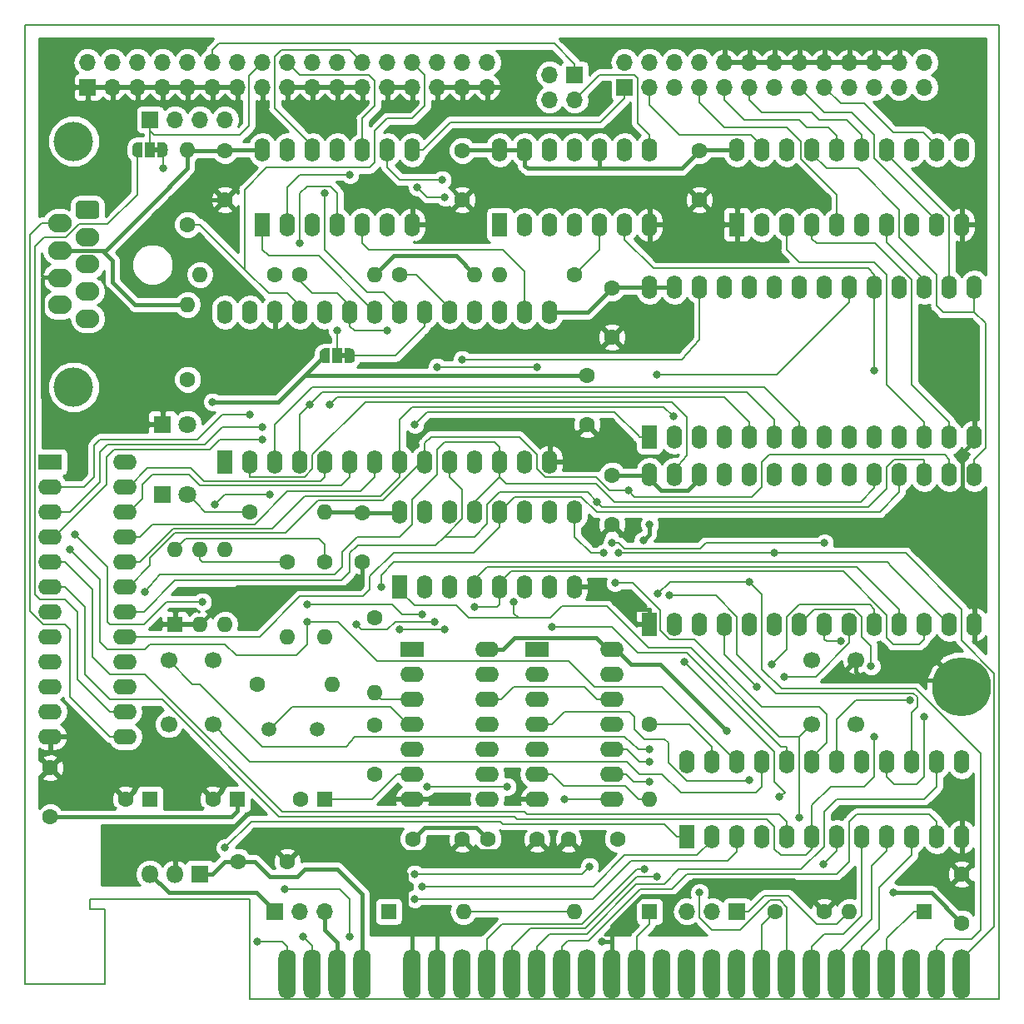
<source format=gbl>
%TF.GenerationSoftware,KiCad,Pcbnew,5.0.2-bee76a0~70~ubuntu18.10.1*%
%TF.CreationDate,2019-02-24T14:53:23+01:00*%
%TF.ProjectId,plusd,706c7573-642e-46b6-9963-61645f706362,rev?*%
%TF.SameCoordinates,Original*%
%TF.FileFunction,Copper,L2,Bot*%
%TF.FilePolarity,Positive*%
%FSLAX46Y46*%
G04 Gerber Fmt 4.6, Leading zero omitted, Abs format (unit mm)*
G04 Created by KiCad (PCBNEW 5.0.2-bee76a0~70~ubuntu18.10.1) date dom 24 feb 2019 14:53:23 CET*
%MOMM*%
%LPD*%
G01*
G04 APERTURE LIST*
%ADD10C,0.150000*%
%ADD11O,2.400000X1.600000*%
%ADD12R,2.400000X1.600000*%
%ADD13O,1.600000X2.400000*%
%ADD14R,1.600000X2.400000*%
%ADD15C,1.600000*%
%ADD16C,0.100000*%
%ADD17C,1.900000*%
%ADD18O,2.400000X1.900000*%
%ADD19C,4.000000*%
%ADD20O,1.778000X5.080000*%
%ADD21O,1.600000X1.600000*%
%ADD22C,1.000000*%
%ADD23R,0.500000X1.500000*%
%ADD24R,1.000000X1.500000*%
%ADD25R,0.500000X0.600000*%
%ADD26R,1.600000X1.600000*%
%ADD27R,1.700000X1.700000*%
%ADD28O,1.700000X1.700000*%
%ADD29C,6.000000*%
%ADD30C,0.800000*%
%ADD31O,1.800000X1.800000*%
%ADD32R,1.800000X1.800000*%
%ADD33C,1.800000*%
%ADD34C,1.700000*%
%ADD35C,1.500000*%
%ADD36C,0.400000*%
%ADD37C,0.200000*%
%ADD38C,0.254000*%
G04 APERTURE END LIST*
D10*
X71628000Y-122936000D02*
X63500000Y-122936000D01*
X71628000Y-115316000D02*
X71628000Y-122936000D01*
X70104000Y-115316000D02*
X71628000Y-115316000D01*
X70104000Y-114300000D02*
X70104000Y-115316000D01*
X86360000Y-124460000D02*
X162560000Y-124460000D01*
X86360000Y-114300000D02*
X86360000Y-124460000D01*
X70104000Y-114300000D02*
X86360000Y-114300000D01*
X162560000Y-124460000D02*
X162560000Y-25400000D01*
X63500000Y-25400000D02*
X63500000Y-122936000D01*
X162560000Y-25400000D02*
X63500000Y-25400000D01*
D11*
X110490000Y-88900000D03*
X102870000Y-104140000D03*
X110490000Y-91440000D03*
X102870000Y-101600000D03*
X110490000Y-93980000D03*
X102870000Y-99060000D03*
X110490000Y-96520000D03*
X102870000Y-96520000D03*
X110490000Y-99060000D03*
X102870000Y-93980000D03*
X110490000Y-101600000D03*
X102870000Y-91440000D03*
X110490000Y-104140000D03*
D12*
X102870000Y-88900000D03*
D13*
X83820000Y-54610000D03*
X116840000Y-69850000D03*
X86360000Y-54610000D03*
X114300000Y-69850000D03*
X88900000Y-54610000D03*
X111760000Y-69850000D03*
X91440000Y-54610000D03*
X109220000Y-69850000D03*
X93980000Y-54610000D03*
X106680000Y-69850000D03*
X96520000Y-54610000D03*
X104140000Y-69850000D03*
X99060000Y-54610000D03*
X101600000Y-69850000D03*
X101600000Y-54610000D03*
X99060000Y-69850000D03*
X104140000Y-54610000D03*
X96520000Y-69850000D03*
X106680000Y-54610000D03*
X93980000Y-69850000D03*
X109220000Y-54610000D03*
X91440000Y-69850000D03*
X111760000Y-54610000D03*
X88900000Y-69850000D03*
X114300000Y-54610000D03*
X86360000Y-69850000D03*
X116840000Y-54610000D03*
D14*
X83820000Y-69850000D03*
D15*
X99060000Y-96600000D03*
X99060000Y-101600000D03*
D16*
G36*
X70621558Y-43248287D02*
X70667668Y-43255127D01*
X70712885Y-43266453D01*
X70756775Y-43282157D01*
X70798913Y-43302087D01*
X70838896Y-43326052D01*
X70876337Y-43353820D01*
X70910876Y-43385124D01*
X70942180Y-43419663D01*
X70969948Y-43457104D01*
X70993913Y-43497087D01*
X71013843Y-43539225D01*
X71029547Y-43583115D01*
X71040873Y-43628332D01*
X71047713Y-43674442D01*
X71050000Y-43721000D01*
X71050000Y-44671000D01*
X71047713Y-44717558D01*
X71040873Y-44763668D01*
X71029547Y-44808885D01*
X71013843Y-44852775D01*
X70993913Y-44894913D01*
X70969948Y-44934896D01*
X70942180Y-44972337D01*
X70910876Y-45006876D01*
X70876337Y-45038180D01*
X70838896Y-45065948D01*
X70798913Y-45089913D01*
X70756775Y-45109843D01*
X70712885Y-45125547D01*
X70667668Y-45136873D01*
X70621558Y-45143713D01*
X70575000Y-45146000D01*
X69125000Y-45146000D01*
X69078442Y-45143713D01*
X69032332Y-45136873D01*
X68987115Y-45125547D01*
X68943225Y-45109843D01*
X68901087Y-45089913D01*
X68861104Y-45065948D01*
X68823663Y-45038180D01*
X68789124Y-45006876D01*
X68757820Y-44972337D01*
X68730052Y-44934896D01*
X68706087Y-44894913D01*
X68686157Y-44852775D01*
X68670453Y-44808885D01*
X68659127Y-44763668D01*
X68652287Y-44717558D01*
X68650000Y-44671000D01*
X68650000Y-43721000D01*
X68652287Y-43674442D01*
X68659127Y-43628332D01*
X68670453Y-43583115D01*
X68686157Y-43539225D01*
X68706087Y-43497087D01*
X68730052Y-43457104D01*
X68757820Y-43419663D01*
X68789124Y-43385124D01*
X68823663Y-43353820D01*
X68861104Y-43326052D01*
X68901087Y-43302087D01*
X68943225Y-43282157D01*
X68987115Y-43266453D01*
X69032332Y-43255127D01*
X69078442Y-43248287D01*
X69125000Y-43246000D01*
X70575000Y-43246000D01*
X70621558Y-43248287D01*
X70621558Y-43248287D01*
G37*
D17*
X69850000Y-44196000D03*
D18*
X69850000Y-46966000D03*
X69850000Y-49736000D03*
X69850000Y-52506000D03*
X69850000Y-55276000D03*
X67010000Y-45581000D03*
X67010000Y-48351000D03*
X67010000Y-51121000D03*
X67010000Y-53891000D03*
D19*
X68430000Y-37236000D03*
X68430000Y-62236000D03*
D13*
X127000000Y-52070000D03*
X160020000Y-67310000D03*
X129540000Y-52070000D03*
X157480000Y-67310000D03*
X132080000Y-52070000D03*
X154940000Y-67310000D03*
X134620000Y-52070000D03*
X152400000Y-67310000D03*
X137160000Y-52070000D03*
X149860000Y-67310000D03*
X139700000Y-52070000D03*
X147320000Y-67310000D03*
X142240000Y-52070000D03*
X144780000Y-67310000D03*
X144780000Y-52070000D03*
X142240000Y-67310000D03*
X147320000Y-52070000D03*
X139700000Y-67310000D03*
X149860000Y-52070000D03*
X137160000Y-67310000D03*
X152400000Y-52070000D03*
X134620000Y-67310000D03*
X154940000Y-52070000D03*
X132080000Y-67310000D03*
X157480000Y-52070000D03*
X129540000Y-67310000D03*
X160020000Y-52070000D03*
D14*
X127000000Y-67310000D03*
D20*
X158750000Y-121920000D03*
X156210000Y-121920000D03*
X153670000Y-121920000D03*
X151130000Y-121920000D03*
X148590000Y-121920000D03*
X146050000Y-121920000D03*
X143510000Y-121920000D03*
X140970000Y-121920000D03*
X138430000Y-121920000D03*
X135890000Y-121920000D03*
X133350000Y-121920000D03*
X130810000Y-121920000D03*
X128270000Y-121920000D03*
X125730000Y-121920000D03*
X123190000Y-121920000D03*
X120650000Y-121920000D03*
X118110000Y-121920000D03*
X115570000Y-121920000D03*
X113030000Y-121920000D03*
X110490000Y-121920000D03*
X107950000Y-121920000D03*
X105410000Y-121920000D03*
X102870000Y-121920000D03*
X97790000Y-121920000D03*
X95250000Y-121920000D03*
X92710000Y-121920000D03*
X90170000Y-121920000D03*
D21*
X93980000Y-87630000D03*
D15*
X93980000Y-80010000D03*
D16*
G36*
X96599010Y-58307408D02*
X96647546Y-58314607D01*
X96695143Y-58326530D01*
X96741343Y-58343060D01*
X96785699Y-58364039D01*
X96827786Y-58389265D01*
X96867198Y-58418495D01*
X96903554Y-58451447D01*
X96936506Y-58487803D01*
X96965736Y-58527215D01*
X96990962Y-58569302D01*
X97011941Y-58613658D01*
X97028471Y-58659858D01*
X97040394Y-58707455D01*
X97047593Y-58755991D01*
X97050001Y-58805000D01*
X97050001Y-59305000D01*
X97047593Y-59354009D01*
X97040394Y-59402545D01*
X97028471Y-59450142D01*
X97011941Y-59496342D01*
X96990962Y-59540698D01*
X96965736Y-59582785D01*
X96936506Y-59622197D01*
X96903554Y-59658553D01*
X96867198Y-59691505D01*
X96827786Y-59720735D01*
X96785699Y-59745961D01*
X96741343Y-59766940D01*
X96695143Y-59783470D01*
X96647546Y-59795393D01*
X96599010Y-59802592D01*
X96550001Y-59805000D01*
X96549999Y-59805000D01*
X96500990Y-59802592D01*
X96452454Y-59795393D01*
X96404857Y-59783470D01*
X96358657Y-59766940D01*
X96314301Y-59745961D01*
X96272214Y-59720735D01*
X96232802Y-59691505D01*
X96196446Y-59658553D01*
X96163494Y-59622197D01*
X96134264Y-59582785D01*
X96109038Y-59540698D01*
X96088059Y-59496342D01*
X96071529Y-59450142D01*
X96059606Y-59402545D01*
X96052407Y-59354009D01*
X96049999Y-59305000D01*
X96049999Y-58805000D01*
X96052407Y-58755991D01*
X96059606Y-58707455D01*
X96071529Y-58659858D01*
X96088059Y-58613658D01*
X96109038Y-58569302D01*
X96134264Y-58527215D01*
X96163494Y-58487803D01*
X96196446Y-58451447D01*
X96232802Y-58418495D01*
X96272214Y-58389265D01*
X96314301Y-58364039D01*
X96358657Y-58343060D01*
X96404857Y-58326530D01*
X96452454Y-58314607D01*
X96500990Y-58307408D01*
X96549999Y-58305000D01*
X96550001Y-58305000D01*
X96599010Y-58307408D01*
X96599010Y-58307408D01*
G37*
D22*
X96550000Y-59055000D03*
D23*
X96250000Y-59055000D03*
D24*
X95250000Y-59055000D03*
D16*
G36*
X93999010Y-58307408D02*
X94047546Y-58314607D01*
X94095143Y-58326530D01*
X94141343Y-58343060D01*
X94185699Y-58364039D01*
X94227786Y-58389265D01*
X94267198Y-58418495D01*
X94303554Y-58451447D01*
X94336506Y-58487803D01*
X94365736Y-58527215D01*
X94390962Y-58569302D01*
X94411941Y-58613658D01*
X94428471Y-58659858D01*
X94440394Y-58707455D01*
X94447593Y-58755991D01*
X94450001Y-58805000D01*
X94450001Y-59305000D01*
X94447593Y-59354009D01*
X94440394Y-59402545D01*
X94428471Y-59450142D01*
X94411941Y-59496342D01*
X94390962Y-59540698D01*
X94365736Y-59582785D01*
X94336506Y-59622197D01*
X94303554Y-59658553D01*
X94267198Y-59691505D01*
X94227786Y-59720735D01*
X94185699Y-59745961D01*
X94141343Y-59766940D01*
X94095143Y-59783470D01*
X94047546Y-59795393D01*
X93999010Y-59802592D01*
X93950001Y-59805000D01*
X93949999Y-59805000D01*
X93900990Y-59802592D01*
X93852454Y-59795393D01*
X93804857Y-59783470D01*
X93758657Y-59766940D01*
X93714301Y-59745961D01*
X93672214Y-59720735D01*
X93632802Y-59691505D01*
X93596446Y-59658553D01*
X93563494Y-59622197D01*
X93534264Y-59582785D01*
X93509038Y-59540698D01*
X93488059Y-59496342D01*
X93471529Y-59450142D01*
X93459606Y-59402545D01*
X93452407Y-59354009D01*
X93449999Y-59305000D01*
X93449999Y-58805000D01*
X93452407Y-58755991D01*
X93459606Y-58707455D01*
X93471529Y-58659858D01*
X93488059Y-58613658D01*
X93509038Y-58569302D01*
X93534264Y-58527215D01*
X93563494Y-58487803D01*
X93596446Y-58451447D01*
X93632802Y-58418495D01*
X93672214Y-58389265D01*
X93714301Y-58364039D01*
X93758657Y-58343060D01*
X93804857Y-58326530D01*
X93852454Y-58314607D01*
X93900990Y-58307408D01*
X93949999Y-58305000D01*
X93950001Y-58305000D01*
X93999010Y-58307408D01*
X93999010Y-58307408D01*
G37*
D22*
X93950000Y-59055000D03*
D23*
X94250000Y-59055000D03*
D25*
X95900000Y-59055000D03*
D11*
X73660000Y-69850000D03*
X66040000Y-97790000D03*
X73660000Y-72390000D03*
X66040000Y-95250000D03*
X73660000Y-74930000D03*
X66040000Y-92710000D03*
X73660000Y-77470000D03*
X66040000Y-90170000D03*
X73660000Y-80010000D03*
X66040000Y-87630000D03*
X73660000Y-82550000D03*
X66040000Y-85090000D03*
X73660000Y-85090000D03*
X66040000Y-82550000D03*
X73660000Y-87630000D03*
X66040000Y-80010000D03*
X73660000Y-90170000D03*
X66040000Y-77470000D03*
X73660000Y-92710000D03*
X66040000Y-74930000D03*
X73660000Y-95250000D03*
X66040000Y-72390000D03*
X73660000Y-97790000D03*
D12*
X66040000Y-69850000D03*
D15*
X80010000Y-45720000D03*
D21*
X80010000Y-38100000D03*
D15*
X82590000Y-104140000D03*
D26*
X85090000Y-104140000D03*
D27*
X69850000Y-31750000D03*
D28*
X69850000Y-29210000D03*
X72390000Y-31750000D03*
X72390000Y-29210000D03*
X74930000Y-31750000D03*
X74930000Y-29210000D03*
X77470000Y-31750000D03*
X77470000Y-29210000D03*
X80010000Y-31750000D03*
X80010000Y-29210000D03*
X82550000Y-31750000D03*
X82550000Y-29210000D03*
X85090000Y-31750000D03*
X85090000Y-29210000D03*
X87630000Y-31750000D03*
X87630000Y-29210000D03*
X90170000Y-31750000D03*
X90170000Y-29210000D03*
X92710000Y-31750000D03*
X92710000Y-29210000D03*
X95250000Y-31750000D03*
X95250000Y-29210000D03*
X97790000Y-31750000D03*
X97790000Y-29210000D03*
X100330000Y-31750000D03*
X100330000Y-29210000D03*
X102870000Y-31750000D03*
X102870000Y-29210000D03*
X105410000Y-31750000D03*
X105410000Y-29210000D03*
X107950000Y-31750000D03*
X107950000Y-29210000D03*
X110490000Y-31750000D03*
X110490000Y-29210000D03*
D12*
X115570000Y-88900000D03*
D11*
X123190000Y-104140000D03*
X115570000Y-91440000D03*
X123190000Y-101600000D03*
X115570000Y-93980000D03*
X123190000Y-99060000D03*
X115570000Y-96520000D03*
X123190000Y-96520000D03*
X115570000Y-99060000D03*
X123190000Y-93980000D03*
X115570000Y-101600000D03*
X123190000Y-91440000D03*
X115570000Y-104140000D03*
X123190000Y-88900000D03*
D29*
X158750000Y-92710000D03*
D30*
X158750000Y-90460000D03*
X160340990Y-91119010D03*
X161000000Y-92710000D03*
X160340990Y-94300990D03*
X158750000Y-94960000D03*
X157159010Y-94300990D03*
X156500000Y-92710000D03*
X157159010Y-91119010D03*
D27*
X135890000Y-115570000D03*
D28*
X133350000Y-115570000D03*
X130810000Y-115570000D03*
D27*
X88900000Y-115570000D03*
D28*
X91440000Y-115570000D03*
X93980000Y-115570000D03*
D13*
X130810000Y-100330000D03*
X158750000Y-107950000D03*
X133350000Y-100330000D03*
X156210000Y-107950000D03*
X135890000Y-100330000D03*
X153670000Y-107950000D03*
X138430000Y-100330000D03*
X151130000Y-107950000D03*
X140970000Y-100330000D03*
X148590000Y-107950000D03*
X143510000Y-100330000D03*
X146050000Y-107950000D03*
X146050000Y-100330000D03*
X143510000Y-107950000D03*
X148590000Y-100330000D03*
X140970000Y-107950000D03*
X151130000Y-100330000D03*
X138430000Y-107950000D03*
X153670000Y-100330000D03*
X135890000Y-107950000D03*
X156210000Y-100330000D03*
X133350000Y-107950000D03*
X158750000Y-100330000D03*
D14*
X130810000Y-107950000D03*
X127000000Y-86360000D03*
D13*
X160020000Y-71120000D03*
X129540000Y-86360000D03*
X157480000Y-71120000D03*
X132080000Y-86360000D03*
X154940000Y-71120000D03*
X134620000Y-86360000D03*
X152400000Y-71120000D03*
X137160000Y-86360000D03*
X149860000Y-71120000D03*
X139700000Y-86360000D03*
X147320000Y-71120000D03*
X142240000Y-86360000D03*
X144780000Y-71120000D03*
X144780000Y-86360000D03*
X142240000Y-71120000D03*
X147320000Y-86360000D03*
X139700000Y-71120000D03*
X149860000Y-86360000D03*
X137160000Y-71120000D03*
X152400000Y-86360000D03*
X134620000Y-71120000D03*
X154940000Y-86360000D03*
X132080000Y-71120000D03*
X157480000Y-86360000D03*
X129540000Y-71120000D03*
X160020000Y-86360000D03*
X127000000Y-71120000D03*
X101600000Y-74930000D03*
X119380000Y-82550000D03*
X104140000Y-74930000D03*
X116840000Y-82550000D03*
X106680000Y-74930000D03*
X114300000Y-82550000D03*
X109220000Y-74930000D03*
X111760000Y-82550000D03*
X111760000Y-74930000D03*
X109220000Y-82550000D03*
X114300000Y-74930000D03*
X106680000Y-82550000D03*
X116840000Y-74930000D03*
X104140000Y-82550000D03*
X119380000Y-74930000D03*
D14*
X101600000Y-82550000D03*
X87630000Y-45720000D03*
D13*
X102870000Y-38100000D03*
X90170000Y-45720000D03*
X100330000Y-38100000D03*
X92710000Y-45720000D03*
X97790000Y-38100000D03*
X95250000Y-45720000D03*
X95250000Y-38100000D03*
X97790000Y-45720000D03*
X92710000Y-38100000D03*
X100330000Y-45720000D03*
X90170000Y-38100000D03*
X102870000Y-45720000D03*
X87630000Y-38100000D03*
X135890000Y-38100000D03*
X158750000Y-45720000D03*
X138430000Y-38100000D03*
X156210000Y-45720000D03*
X140970000Y-38100000D03*
X153670000Y-45720000D03*
X143510000Y-38100000D03*
X151130000Y-45720000D03*
X146050000Y-38100000D03*
X148590000Y-45720000D03*
X148590000Y-38100000D03*
X146050000Y-45720000D03*
X151130000Y-38100000D03*
X143510000Y-45720000D03*
X153670000Y-38100000D03*
X140970000Y-45720000D03*
X156210000Y-38100000D03*
X138430000Y-45720000D03*
X158750000Y-38100000D03*
D14*
X135890000Y-45720000D03*
D13*
X111760000Y-38100000D03*
X127000000Y-45720000D03*
X114300000Y-38100000D03*
X124460000Y-45720000D03*
X116840000Y-38100000D03*
X121920000Y-45720000D03*
X119380000Y-38100000D03*
X119380000Y-45720000D03*
X121920000Y-38100000D03*
X116840000Y-45720000D03*
X124460000Y-38100000D03*
X114300000Y-45720000D03*
X127000000Y-38100000D03*
D14*
X111760000Y-45720000D03*
D31*
X76200000Y-111760000D03*
X78740000Y-111760000D03*
D32*
X81280000Y-111760000D03*
D15*
X73700000Y-104140000D03*
D26*
X76200000Y-104140000D03*
X93980000Y-104140000D03*
D15*
X91480000Y-104140000D03*
D33*
X80010000Y-73152000D03*
D32*
X77470000Y-73152000D03*
D21*
X108077000Y-115570000D03*
D26*
X100457000Y-115570000D03*
D21*
X119380000Y-115570000D03*
D26*
X127000000Y-115570000D03*
X154940000Y-115570000D03*
D21*
X147320000Y-115570000D03*
D33*
X80010000Y-66040000D03*
D32*
X77470000Y-66040000D03*
D21*
X127000000Y-104140000D03*
D15*
X127000000Y-96520000D03*
X86360000Y-74930000D03*
D21*
X93980000Y-74930000D03*
D15*
X90170000Y-80010000D03*
D21*
X90170000Y-87630000D03*
D15*
X88900000Y-50800000D03*
D21*
X81280000Y-50800000D03*
X99060000Y-50800000D03*
D15*
X91440000Y-50800000D03*
X99060000Y-85725000D03*
D21*
X99060000Y-93345000D03*
X109220000Y-50800000D03*
D15*
X101600000Y-50800000D03*
D21*
X94742000Y-92456000D03*
D15*
X87122000Y-92456000D03*
D21*
X111760000Y-50800000D03*
D15*
X119380000Y-50800000D03*
X80010000Y-61468000D03*
D21*
X80010000Y-53848000D03*
D15*
X123745000Y-108204000D03*
X118745000Y-108204000D03*
X139780000Y-115570000D03*
X144780000Y-115570000D03*
X107950000Y-43180000D03*
X107950000Y-38180000D03*
X158750000Y-116760000D03*
X158750000Y-111760000D03*
X97790000Y-80010000D03*
X97790000Y-75010000D03*
X102950000Y-108204000D03*
X107950000Y-108204000D03*
X83820000Y-38180000D03*
X83820000Y-43180000D03*
X120650000Y-66040000D03*
X120650000Y-61040000D03*
X123190000Y-52150000D03*
X123190000Y-57150000D03*
X123190000Y-76200000D03*
X123190000Y-71200000D03*
X115570000Y-108204000D03*
X110570000Y-108204000D03*
X66040000Y-105965000D03*
X66040000Y-100965000D03*
X132080000Y-43180000D03*
X132080000Y-38180000D03*
D27*
X124460000Y-31750000D03*
D28*
X124460000Y-29210000D03*
X127000000Y-31750000D03*
X127000000Y-29210000D03*
X129540000Y-31750000D03*
X129540000Y-29210000D03*
X132080000Y-31750000D03*
X132080000Y-29210000D03*
X134620000Y-31750000D03*
X134620000Y-29210000D03*
X137160000Y-31750000D03*
X137160000Y-29210000D03*
X139700000Y-31750000D03*
X139700000Y-29210000D03*
X142240000Y-31750000D03*
X142240000Y-29210000D03*
X144780000Y-31750000D03*
X144780000Y-29210000D03*
X147320000Y-31750000D03*
X147320000Y-29210000D03*
X149860000Y-31750000D03*
X149860000Y-29210000D03*
X152400000Y-31750000D03*
X152400000Y-29210000D03*
X154940000Y-31750000D03*
X154940000Y-29210000D03*
D16*
G36*
X77549010Y-37352408D02*
X77597546Y-37359607D01*
X77645143Y-37371530D01*
X77691343Y-37388060D01*
X77735699Y-37409039D01*
X77777786Y-37434265D01*
X77817198Y-37463495D01*
X77853554Y-37496447D01*
X77886506Y-37532803D01*
X77915736Y-37572215D01*
X77940962Y-37614302D01*
X77961941Y-37658658D01*
X77978471Y-37704858D01*
X77990394Y-37752455D01*
X77997593Y-37800991D01*
X78000001Y-37850000D01*
X78000001Y-38350000D01*
X77997593Y-38399009D01*
X77990394Y-38447545D01*
X77978471Y-38495142D01*
X77961941Y-38541342D01*
X77940962Y-38585698D01*
X77915736Y-38627785D01*
X77886506Y-38667197D01*
X77853554Y-38703553D01*
X77817198Y-38736505D01*
X77777786Y-38765735D01*
X77735699Y-38790961D01*
X77691343Y-38811940D01*
X77645143Y-38828470D01*
X77597546Y-38840393D01*
X77549010Y-38847592D01*
X77500001Y-38850000D01*
X77499999Y-38850000D01*
X77450990Y-38847592D01*
X77402454Y-38840393D01*
X77354857Y-38828470D01*
X77308657Y-38811940D01*
X77264301Y-38790961D01*
X77222214Y-38765735D01*
X77182802Y-38736505D01*
X77146446Y-38703553D01*
X77113494Y-38667197D01*
X77084264Y-38627785D01*
X77059038Y-38585698D01*
X77038059Y-38541342D01*
X77021529Y-38495142D01*
X77009606Y-38447545D01*
X77002407Y-38399009D01*
X76999999Y-38350000D01*
X76999999Y-37850000D01*
X77002407Y-37800991D01*
X77009606Y-37752455D01*
X77021529Y-37704858D01*
X77038059Y-37658658D01*
X77059038Y-37614302D01*
X77084264Y-37572215D01*
X77113494Y-37532803D01*
X77146446Y-37496447D01*
X77182802Y-37463495D01*
X77222214Y-37434265D01*
X77264301Y-37409039D01*
X77308657Y-37388060D01*
X77354857Y-37371530D01*
X77402454Y-37359607D01*
X77450990Y-37352408D01*
X77499999Y-37350000D01*
X77500001Y-37350000D01*
X77549010Y-37352408D01*
X77549010Y-37352408D01*
G37*
D22*
X77500000Y-38100000D03*
D23*
X77200000Y-38100000D03*
D24*
X76200000Y-38100000D03*
D16*
G36*
X74949010Y-37352408D02*
X74997546Y-37359607D01*
X75045143Y-37371530D01*
X75091343Y-37388060D01*
X75135699Y-37409039D01*
X75177786Y-37434265D01*
X75217198Y-37463495D01*
X75253554Y-37496447D01*
X75286506Y-37532803D01*
X75315736Y-37572215D01*
X75340962Y-37614302D01*
X75361941Y-37658658D01*
X75378471Y-37704858D01*
X75390394Y-37752455D01*
X75397593Y-37800991D01*
X75400001Y-37850000D01*
X75400001Y-38350000D01*
X75397593Y-38399009D01*
X75390394Y-38447545D01*
X75378471Y-38495142D01*
X75361941Y-38541342D01*
X75340962Y-38585698D01*
X75315736Y-38627785D01*
X75286506Y-38667197D01*
X75253554Y-38703553D01*
X75217198Y-38736505D01*
X75177786Y-38765735D01*
X75135699Y-38790961D01*
X75091343Y-38811940D01*
X75045143Y-38828470D01*
X74997546Y-38840393D01*
X74949010Y-38847592D01*
X74900001Y-38850000D01*
X74899999Y-38850000D01*
X74850990Y-38847592D01*
X74802454Y-38840393D01*
X74754857Y-38828470D01*
X74708657Y-38811940D01*
X74664301Y-38790961D01*
X74622214Y-38765735D01*
X74582802Y-38736505D01*
X74546446Y-38703553D01*
X74513494Y-38667197D01*
X74484264Y-38627785D01*
X74459038Y-38585698D01*
X74438059Y-38541342D01*
X74421529Y-38495142D01*
X74409606Y-38447545D01*
X74402407Y-38399009D01*
X74399999Y-38350000D01*
X74399999Y-37850000D01*
X74402407Y-37800991D01*
X74409606Y-37752455D01*
X74421529Y-37704858D01*
X74438059Y-37658658D01*
X74459038Y-37614302D01*
X74484264Y-37572215D01*
X74513494Y-37532803D01*
X74546446Y-37496447D01*
X74582802Y-37463495D01*
X74622214Y-37434265D01*
X74664301Y-37409039D01*
X74708657Y-37388060D01*
X74754857Y-37371530D01*
X74802454Y-37359607D01*
X74850990Y-37352408D01*
X74899999Y-37350000D01*
X74900001Y-37350000D01*
X74949010Y-37352408D01*
X74949010Y-37352408D01*
G37*
D22*
X74900000Y-38100000D03*
D23*
X75200000Y-38100000D03*
D25*
X76850000Y-38100000D03*
D27*
X76200000Y-35052000D03*
D28*
X78740000Y-35052000D03*
X81280000Y-35052000D03*
X83820000Y-35052000D03*
D15*
X85170000Y-110490000D03*
X90170000Y-110490000D03*
D28*
X116840000Y-33020000D03*
X116840000Y-30480000D03*
X119380000Y-33020000D03*
D27*
X119380000Y-30480000D03*
D34*
X78105000Y-96520000D03*
X78105000Y-90020000D03*
X82605000Y-96520000D03*
X82605000Y-90020000D03*
X148010000Y-90020000D03*
X148010000Y-96520000D03*
X143510000Y-90020000D03*
X143510000Y-96520000D03*
D26*
X78740000Y-86360000D03*
D21*
X83820000Y-78740000D03*
X81280000Y-86360000D03*
X81280000Y-78740000D03*
X83820000Y-86360000D03*
X78740000Y-78740000D03*
D35*
X93218000Y-97028000D03*
X88318000Y-97028000D03*
D30*
X99060000Y-108585000D03*
X122174000Y-118618000D03*
X113195300Y-84116800D03*
X142240000Y-106045000D03*
X134874000Y-97253600D03*
X151765000Y-113665000D03*
X126365000Y-77851000D03*
X127000000Y-76200000D03*
X82550000Y-63754000D03*
X123825000Y-79121000D03*
X139700000Y-79121000D03*
X127831000Y-83275000D03*
X137160000Y-82042000D03*
X87630000Y-66294000D03*
X92456000Y-64008000D03*
X137922000Y-92710000D03*
X132080000Y-113665000D03*
X127000000Y-100330000D03*
X144780000Y-78105000D03*
X123190000Y-78105000D03*
X137160000Y-102235000D03*
X144652500Y-110801900D03*
X130556000Y-90170000D03*
X86360000Y-65024000D03*
X140208000Y-103886000D03*
X149541600Y-90625700D03*
X87630000Y-67564000D03*
X146471000Y-88088100D03*
X140716000Y-91694000D03*
X127762000Y-112014000D03*
X126492000Y-111252000D03*
X139446000Y-90424000D03*
X127000000Y-102362000D03*
X91783300Y-118110000D03*
X120904000Y-110998000D03*
X103124000Y-111760000D03*
X87122000Y-118618000D03*
X83820000Y-109093000D03*
X127000000Y-99060000D03*
X103124000Y-114300000D03*
X103886000Y-113030000D03*
X68072000Y-78740000D03*
X92202000Y-86106000D03*
X117094000Y-86614000D03*
X123492600Y-82143100D03*
X122327800Y-79128300D03*
X153483000Y-94092300D03*
X103124000Y-66040000D03*
X107950000Y-59436000D03*
X82804000Y-74168000D03*
X88392000Y-73152000D03*
X94488000Y-64008000D03*
X149860000Y-97790000D03*
X124841000Y-72771000D03*
X129415000Y-65239000D03*
X112522000Y-102870000D03*
X104394000Y-102870000D03*
X121666000Y-73914000D03*
X99695000Y-82550000D03*
X106172000Y-86868000D03*
X101600000Y-86868000D03*
X97155000Y-86360000D03*
X109220000Y-84582000D03*
X105156000Y-86106000D03*
X92202000Y-84328000D03*
X103886000Y-85344000D03*
X96520000Y-118110000D03*
X149860000Y-60549700D03*
X75692000Y-83058000D03*
X89916000Y-113284000D03*
X154940000Y-95795000D03*
X129010300Y-83420400D03*
X127732900Y-60960000D03*
X100330000Y-56515000D03*
X93980000Y-42545000D03*
X103378000Y-41910000D03*
X106172000Y-42926000D03*
X96520000Y-40640000D03*
X115570000Y-60198000D03*
X105410000Y-60198000D03*
X105918000Y-41148000D03*
X95250000Y-56515000D03*
X77500000Y-39975000D03*
X91440000Y-47625000D03*
X118364000Y-104140000D03*
X118364000Y-104140000D03*
X68580000Y-77216000D03*
X81534000Y-84074000D03*
D36*
X78740000Y-86360000D02*
X81280000Y-86360000D01*
X127000000Y-86360000D02*
X127000000Y-84834700D01*
X119380000Y-82550000D02*
X122064700Y-82550000D01*
X122064700Y-82550000D02*
X124349400Y-84834700D01*
X124349400Y-84834700D02*
X127000000Y-84834700D01*
X102235000Y-116840000D02*
X102235000Y-111760000D01*
X102870000Y-117475000D02*
X102235000Y-116840000D01*
X102870000Y-121920000D02*
X102870000Y-117475000D01*
X74930000Y-31750000D02*
X77470000Y-31750000D01*
X77470000Y-31750000D02*
X80010000Y-31750000D01*
X80010000Y-31750000D02*
X82550000Y-31750000D01*
X92710000Y-31750000D02*
X95250000Y-31750000D01*
X95250000Y-31750000D02*
X97790000Y-31750000D01*
X105410000Y-31750000D02*
X110490000Y-31750000D01*
X100965000Y-110490000D02*
X102235000Y-111760000D01*
X99060000Y-108585000D02*
X99060000Y-108585000D01*
X127000000Y-44120000D02*
X127000000Y-45720000D01*
X124790000Y-41910000D02*
X127000000Y-44120000D01*
X107950000Y-43180000D02*
X109220000Y-41910000D01*
X109220000Y-41910000D02*
X124790000Y-41910000D01*
X118324701Y-66839999D02*
X116840000Y-68324700D01*
X119850001Y-66839999D02*
X118324701Y-66839999D01*
X120650000Y-66040000D02*
X119850001Y-66839999D01*
X116840000Y-68324700D02*
X116840000Y-69850000D01*
X105410000Y-121920000D02*
X105410000Y-117475000D01*
X81915000Y-54610000D02*
X81915000Y-53340000D01*
X88900000Y-54610000D02*
X88900000Y-56515000D01*
X105410000Y-45720000D02*
X107950000Y-43180000D01*
X102870000Y-45720000D02*
X105410000Y-45720000D01*
X100330000Y-31750000D02*
X102870000Y-31750000D01*
X69850000Y-31750000D02*
X72390000Y-31750000D01*
X72390000Y-31750000D02*
X74930000Y-31750000D01*
X160020000Y-67710000D02*
X160020000Y-67310000D01*
X158819990Y-68910010D02*
X160020000Y-67710000D01*
X160020000Y-84760000D02*
X158819990Y-83559990D01*
X158819990Y-83559990D02*
X158819990Y-68910010D01*
X160020000Y-86360000D02*
X160020000Y-84760000D01*
X90969999Y-109690001D02*
X92075000Y-108585000D01*
X90170000Y-110490000D02*
X90969999Y-109690001D01*
X92075000Y-108585000D02*
X99060000Y-108585000D01*
X147320000Y-29210000D02*
X149860000Y-29210000D01*
X82550000Y-31750000D02*
X85090000Y-31750000D01*
X99060000Y-108585000D02*
X100965000Y-110490000D01*
X152400000Y-29210000D02*
X152400000Y-27368500D01*
X160718500Y-32067500D02*
X160718500Y-40957500D01*
X152400000Y-27368500D02*
X152654000Y-27114500D01*
X160718500Y-40957500D02*
X158750000Y-42926000D01*
X152654000Y-27114500D02*
X155765500Y-27114500D01*
X158750000Y-42926000D02*
X158750000Y-45720000D01*
X155765500Y-27114500D02*
X160718500Y-32067500D01*
X134620000Y-45720000D02*
X135890000Y-45720000D01*
X132080000Y-43180000D02*
X134620000Y-45720000D01*
X158115000Y-92075000D02*
X158750000Y-92710000D01*
X148862919Y-92075000D02*
X158115000Y-92075000D01*
X148010000Y-91222081D02*
X148862919Y-92075000D01*
X148010000Y-90020000D02*
X148010000Y-91222081D01*
X122174000Y-118618000D02*
X123190000Y-118618000D01*
X92710000Y-31750000D02*
X90170000Y-31750000D01*
X147320000Y-29210000D02*
X134620000Y-29210000D01*
X149860000Y-29210000D02*
X152400000Y-29210000D01*
X123190000Y-118618000D02*
X123190000Y-121920000D01*
X102870000Y-117475000D02*
X105410000Y-117475000D01*
X66802000Y-57404000D02*
X65278000Y-55880000D01*
X71882000Y-57404000D02*
X66802000Y-57404000D01*
X65278000Y-51222000D02*
X65278000Y-55880000D01*
X65410000Y-51090000D02*
X65278000Y-51222000D01*
X67010000Y-51090000D02*
X65410000Y-51090000D01*
X81915000Y-54610000D02*
X80772500Y-55752500D01*
X85090000Y-82550000D02*
X81280000Y-86360000D01*
X97282000Y-82550000D02*
X85090000Y-82550000D01*
X97790000Y-82042000D02*
X97282000Y-82550000D01*
X97790000Y-80010000D02*
X97790000Y-82042000D01*
X83185000Y-52070000D02*
X83185000Y-49530000D01*
X81915000Y-53340000D02*
X83185000Y-52070000D01*
X83185000Y-49530000D02*
X81915000Y-48260000D01*
X81915000Y-48260000D02*
X79375000Y-48260000D01*
X79375000Y-48260000D02*
X78105000Y-46990000D01*
X79375000Y-43180000D02*
X78105000Y-44450000D01*
X78105000Y-46990000D02*
X78105000Y-44450000D01*
X83820000Y-43180000D02*
X79375000Y-43180000D01*
X79121000Y-57404000D02*
X79375000Y-57150000D01*
X66802000Y-57404000D02*
X79121000Y-57404000D01*
X80772500Y-55752500D02*
X79375000Y-57150000D01*
X79375000Y-57150000D02*
X78105000Y-58420000D01*
X79121000Y-57404000D02*
X88011000Y-57404000D01*
X88900000Y-56515000D02*
X88011000Y-57404000D01*
X115570000Y-108204000D02*
X116586000Y-109220000D01*
X77470000Y-64740000D02*
X77470000Y-59055000D01*
X77470000Y-66040000D02*
X77470000Y-64740000D01*
X77470000Y-59055000D02*
X78105000Y-58420000D01*
X131445000Y-112395000D02*
X141605000Y-112395000D01*
X126238000Y-114011998D02*
X129828002Y-114011998D01*
X129828002Y-114011998D02*
X131445000Y-112395000D01*
X123190000Y-117059998D02*
X126238000Y-114011998D01*
X141605000Y-112395000D02*
X144780000Y-115570000D01*
X123190000Y-118618000D02*
X123190000Y-117059998D01*
X117475000Y-109220000D02*
X118745000Y-107950000D01*
X116586000Y-109220000D02*
X117475000Y-109220000D01*
X114369999Y-109404001D02*
X115570000Y-108204000D01*
X107950000Y-108204000D02*
X109150001Y-109404001D01*
X109150001Y-109404001D02*
X114369999Y-109404001D01*
X99949000Y-109474000D02*
X99060000Y-108585000D01*
X106680000Y-109474000D02*
X99949000Y-109474000D01*
X107950000Y-108204000D02*
X106680000Y-109474000D01*
X128956000Y-42164000D02*
X128448000Y-42672000D01*
X131064000Y-42164000D02*
X128956000Y-42164000D01*
X128702000Y-42418000D02*
X128448000Y-42672000D01*
X132080000Y-43180000D02*
X131064000Y-42164000D01*
X128448000Y-42672000D02*
X127000000Y-44120000D01*
X73700000Y-104140000D02*
X71374000Y-101854000D01*
X67056000Y-101854000D02*
X71374000Y-101854000D01*
X66040000Y-100965000D02*
X67056000Y-101854000D01*
X79542000Y-101092000D02*
X82590000Y-104140000D01*
X71374000Y-101854000D02*
X72136000Y-101092000D01*
X72136000Y-101092000D02*
X79542000Y-101092000D01*
D37*
X113195300Y-84116800D02*
X113195300Y-84537700D01*
X139780000Y-115570000D02*
X138430000Y-116920000D01*
X138430000Y-116920000D02*
X138430000Y-121920000D01*
X113195300Y-85255300D02*
X113665000Y-85725000D01*
X113195300Y-84116800D02*
X113195300Y-85255300D01*
X101600000Y-82950000D02*
X103105000Y-84455000D01*
X101600000Y-82550000D02*
X101600000Y-82950000D01*
X103105000Y-84455000D02*
X107315000Y-84455000D01*
X107315000Y-84455000D02*
X108585000Y-85725000D01*
X113665000Y-85725000D02*
X108585000Y-85725000D01*
X140208000Y-97790000D02*
X142240000Y-97790000D01*
X142240000Y-97790000D02*
X143510000Y-96520000D01*
X142240000Y-106045000D02*
X142240000Y-103632000D01*
X142240000Y-103632000D02*
X142240000Y-97790000D01*
X131192900Y-88786100D02*
X140208000Y-97790000D01*
X122640800Y-84537700D02*
X126889200Y-88786100D01*
X118110000Y-84537700D02*
X122640800Y-84537700D01*
X126889200Y-88786100D02*
X131192900Y-88786100D01*
X113665000Y-85725000D02*
X116922700Y-85725000D01*
X116922700Y-85725000D02*
X118110000Y-84537700D01*
D36*
X82550000Y-111760000D02*
X81280000Y-111760000D01*
X83820000Y-110490000D02*
X82550000Y-111760000D01*
X86868000Y-110490000D02*
X83820000Y-110490000D01*
X91948000Y-111252000D02*
X91186000Y-112014000D01*
X97790000Y-113792000D02*
X95250000Y-111252000D01*
X88392000Y-112014000D02*
X86868000Y-110490000D01*
X97790000Y-121920000D02*
X97790000Y-113792000D01*
X95250000Y-111252000D02*
X91948000Y-111252000D01*
X91186000Y-112014000D02*
X88392000Y-112014000D01*
X114300000Y-38100000D02*
X114300000Y-39625300D01*
X121920000Y-38100000D02*
X121920000Y-39625300D01*
X132160000Y-38100000D02*
X132080000Y-38180000D01*
X135890000Y-38100000D02*
X132160000Y-38100000D01*
X114300000Y-39700000D02*
X114300000Y-38100000D01*
X114605000Y-40005000D02*
X114300000Y-39700000D01*
X132080000Y-38180000D02*
X130255000Y-40005000D01*
X114300000Y-38100000D02*
X111760000Y-38100000D01*
X108030000Y-38100000D02*
X107950000Y-38180000D01*
X111760000Y-38100000D02*
X108030000Y-38100000D01*
X121920000Y-38100000D02*
X121920000Y-40005000D01*
X130255000Y-40005000D02*
X121920000Y-40005000D01*
X121920000Y-40005000D02*
X114605000Y-40005000D01*
X126920000Y-71200000D02*
X127000000Y-71120000D01*
X123190000Y-71200000D02*
X126920000Y-71200000D01*
X97710000Y-74930000D02*
X97790000Y-75010000D01*
X93980000Y-74930000D02*
X97710000Y-74930000D01*
X101520000Y-75010000D02*
X101600000Y-74930000D01*
X97790000Y-75010000D02*
X101520000Y-75010000D01*
X129540000Y-52070000D02*
X127000000Y-52070000D01*
X123270000Y-52070000D02*
X123190000Y-52150000D01*
X127000000Y-52070000D02*
X123270000Y-52070000D01*
X120730000Y-54610000D02*
X116840000Y-54610000D01*
X123190000Y-52150000D02*
X120730000Y-54610000D01*
X99060000Y-50800000D02*
X100965000Y-48895000D01*
X80090000Y-38180000D02*
X80010000Y-38100000D01*
X83820000Y-38180000D02*
X80090000Y-38180000D01*
X83820000Y-38100000D02*
X83820000Y-38180000D01*
X87630000Y-38100000D02*
X83820000Y-38100000D01*
X80010000Y-38100000D02*
X80010000Y-40005000D01*
X92075000Y-60930000D02*
X92075000Y-61040000D01*
X93950000Y-59055000D02*
X92075000Y-60930000D01*
X120650000Y-61040000D02*
X92075000Y-61040000D01*
X121590000Y-87700000D02*
X122790000Y-88900000D01*
X113290001Y-87699999D02*
X121590000Y-87700000D01*
X122790000Y-88900000D02*
X123190000Y-88900000D01*
X112090000Y-88900000D02*
X113290001Y-87699999D01*
X110490000Y-88900000D02*
X112090000Y-88900000D01*
X128045700Y-90425300D02*
X134874000Y-97253600D01*
X125115300Y-90425300D02*
X128045700Y-90425300D01*
X123590000Y-88900000D02*
X125115300Y-90425300D01*
X123190000Y-88900000D02*
X123590000Y-88900000D01*
X130879990Y-72720010D02*
X132080000Y-71520000D01*
X132080000Y-71520000D02*
X132080000Y-71120000D01*
X128200010Y-72720010D02*
X130879990Y-72720010D01*
X127000000Y-71520000D02*
X128200010Y-72720010D01*
X127000000Y-71120000D02*
X127000000Y-71520000D01*
X155655000Y-113665000D02*
X151765000Y-113665000D01*
X158750000Y-116760000D02*
X155655000Y-113665000D01*
X84465000Y-105965000D02*
X85090000Y-105340000D01*
X85090000Y-105340000D02*
X85090000Y-104140000D01*
X66040000Y-105965000D02*
X84465000Y-105965000D01*
X107315000Y-48895000D02*
X100965000Y-48895000D01*
X109220000Y-50800000D02*
X107315000Y-48895000D01*
X127000000Y-76200000D02*
X127000000Y-77216000D01*
X127000000Y-77216000D02*
X126365000Y-77851000D01*
X67010000Y-48351000D02*
X71374000Y-48351000D01*
X80010000Y-53848000D02*
X74676000Y-53848000D01*
X72390000Y-51562000D02*
X72390000Y-49367000D01*
X74676000Y-53848000D02*
X72390000Y-51562000D01*
X72390000Y-49367000D02*
X71374000Y-48351000D01*
X71664000Y-48351000D02*
X76327000Y-43688000D01*
X71374000Y-48351000D02*
X71664000Y-48351000D01*
X80010000Y-40005000D02*
X76327000Y-43688000D01*
X76327000Y-43688000D02*
X75565000Y-44450000D01*
X93950000Y-59055000D02*
X89251000Y-63754000D01*
X89251000Y-63754000D02*
X82550000Y-63754000D01*
X104150001Y-107003999D02*
X102950000Y-108204000D01*
X110570000Y-108204000D02*
X109369999Y-107003999D01*
X109369999Y-107003999D02*
X104150001Y-107003999D01*
D37*
X146050000Y-116840000D02*
X147320000Y-115570000D01*
X144018000Y-116840000D02*
X146050000Y-116840000D01*
X141152300Y-113974300D02*
X144018000Y-116840000D01*
X138661000Y-113974300D02*
X141152300Y-113974300D01*
X137065300Y-115570000D02*
X138661000Y-113974300D01*
X135890000Y-115570000D02*
X137065300Y-115570000D01*
X123825000Y-79121000D02*
X139700000Y-79121000D01*
X151638000Y-79121000D02*
X139700000Y-79121000D01*
X158750000Y-121920000D02*
X158750000Y-120396000D01*
X153035000Y-79121000D02*
X151638000Y-79121000D01*
X158750000Y-88001600D02*
X158750000Y-84836000D01*
X158750000Y-120396000D02*
X162078100Y-117067900D01*
X162078100Y-117067900D02*
X162078100Y-91329700D01*
X162078100Y-91329700D02*
X158750000Y-88001600D01*
X158750000Y-84836000D02*
X153035000Y-79121000D01*
X137160000Y-82042000D02*
X138430000Y-83312000D01*
X129064000Y-82042000D02*
X127831000Y-83275000D01*
X137160000Y-82042000D02*
X129064000Y-82042000D01*
X156210000Y-119130000D02*
X156210000Y-121920000D01*
X156976000Y-118364000D02*
X156210000Y-119130000D01*
X159766000Y-118364000D02*
X156976000Y-118364000D01*
X138430000Y-90932000D02*
X140414700Y-92916700D01*
X160655000Y-117475000D02*
X159766000Y-118364000D01*
X138430000Y-83312000D02*
X138430000Y-90932000D01*
X160655000Y-99487600D02*
X160655000Y-117475000D01*
X140414700Y-92916700D02*
X154084100Y-92916700D01*
X154084100Y-92916700D02*
X160655000Y-99487600D01*
X91440000Y-69850000D02*
X91440000Y-68324700D01*
X68072000Y-74930000D02*
X66040000Y-74930000D01*
X71120000Y-71882000D02*
X68072000Y-74930000D01*
X71120000Y-68834000D02*
X71120000Y-71882000D01*
X87630000Y-66294000D02*
X83566000Y-66294000D01*
X71882000Y-68072000D02*
X71120000Y-68834000D01*
X71882000Y-68072000D02*
X81788000Y-68072000D01*
X83566000Y-66294000D02*
X81788000Y-68072000D01*
X150368000Y-113157000D02*
X150368000Y-117348000D01*
X153670000Y-109855000D02*
X150368000Y-113157000D01*
X148590000Y-119126000D02*
X148590000Y-121920000D01*
X150368000Y-117348000D02*
X148590000Y-119126000D01*
X153670000Y-107950000D02*
X153670000Y-109855000D01*
X91440000Y-65024000D02*
X92456000Y-64008000D01*
X91440000Y-69850000D02*
X91440000Y-65024000D01*
X93726000Y-62738000D02*
X92456000Y-64008000D01*
X136906000Y-62738000D02*
X93726000Y-62738000D01*
X139700000Y-65532000D02*
X136906000Y-62738000D01*
X139700000Y-67310000D02*
X139700000Y-65532000D01*
X148590000Y-115974300D02*
X148590000Y-108383500D01*
X148590000Y-108383500D02*
X148590000Y-107950000D01*
X144780000Y-117856000D02*
X146708300Y-117856000D01*
X146708300Y-117856000D02*
X148590000Y-115974300D01*
X143510000Y-119126000D02*
X144780000Y-117856000D01*
X143510000Y-121920000D02*
X143510000Y-119126000D01*
X134620000Y-89408000D02*
X137922000Y-92710000D01*
X134620000Y-86360000D02*
X134620000Y-89408000D01*
X140970000Y-115130200D02*
X140970000Y-121920000D01*
X132080000Y-116205000D02*
X133350000Y-117475000D01*
X133350000Y-117475000D02*
X136214200Y-117475000D01*
X132080000Y-113665000D02*
X132080000Y-116205000D01*
X136214200Y-117475000D02*
X139264500Y-114424700D01*
X139264500Y-114424700D02*
X140264500Y-114424700D01*
X140264500Y-114424700D02*
X140970000Y-115130200D01*
X123190000Y-99060000D02*
X123657800Y-99060000D01*
X124714000Y-99060000D02*
X125984000Y-100330000D01*
X124714000Y-99060000D02*
X123190000Y-99060000D01*
X125984000Y-100330000D02*
X127000000Y-100330000D01*
X124447992Y-78670990D02*
X132149010Y-78670990D01*
X123882002Y-78105000D02*
X124447992Y-78670990D01*
X123190000Y-78105000D02*
X123882002Y-78105000D01*
X132715000Y-78105000D02*
X132149010Y-78670990D01*
X144780000Y-78105000D02*
X132715000Y-78105000D01*
X117095300Y-96520000D02*
X115570000Y-96520000D01*
X137160000Y-102235000D02*
X136943600Y-102305600D01*
X136943600Y-102305600D02*
X130778700Y-102305600D01*
X128905000Y-98425000D02*
X128905000Y-100431900D01*
X130778700Y-102305600D02*
X128905000Y-100431900D01*
X117095300Y-96520000D02*
X117095300Y-96518700D01*
X117095300Y-96518700D02*
X118364000Y-95250000D01*
X118364000Y-95250000D02*
X124968000Y-95250000D01*
X124968000Y-95250000D02*
X125476000Y-95758000D01*
X125476000Y-95758000D02*
X125476000Y-97028000D01*
X125476000Y-97028000D02*
X126492000Y-98044000D01*
X126492000Y-98044000D02*
X128524000Y-98044000D01*
X128524000Y-98044000D02*
X128905000Y-98425000D01*
X145979100Y-109475300D02*
X144652500Y-110801900D01*
X66040000Y-72390000D02*
X69469000Y-72390000D01*
X69469000Y-72390000D02*
X70485000Y-71374000D01*
X70485000Y-71374000D02*
X70485000Y-68199000D01*
X146050000Y-109404400D02*
X144652500Y-110801900D01*
X146050000Y-107950000D02*
X146050000Y-109404400D01*
X71120000Y-67564000D02*
X81026000Y-67564000D01*
X70485000Y-68199000D02*
X71120000Y-67564000D01*
X83566000Y-65024000D02*
X86360000Y-65024000D01*
X81026000Y-67564000D02*
X83566000Y-65024000D01*
X91906600Y-71375300D02*
X86360000Y-71375300D01*
X92710000Y-70571900D02*
X91906600Y-71375300D01*
X92710000Y-69115100D02*
X92710000Y-70571900D01*
X129540000Y-71120000D02*
X129540000Y-70720000D01*
X129286000Y-63754000D02*
X98071100Y-63754000D01*
X129540000Y-70720000D02*
X130810000Y-69215000D01*
X130810000Y-69215000D02*
X130810000Y-65278000D01*
X130810000Y-65278000D02*
X129286000Y-63754000D01*
X86360000Y-71375300D02*
X86360000Y-69850000D01*
X98071100Y-63754000D02*
X92710000Y-69115100D01*
X139700000Y-99314000D02*
X130556000Y-90170000D01*
X140824001Y-103486001D02*
X139700000Y-102362000D01*
X139700000Y-102362000D02*
X139700000Y-99314000D01*
X140208000Y-103886000D02*
X140824001Y-103486001D01*
X142240000Y-86360000D02*
X143765400Y-84834600D01*
X143765400Y-84834600D02*
X147801300Y-84834600D01*
X147801300Y-84834600D02*
X148590000Y-85623300D01*
X148590000Y-85623300D02*
X148590000Y-87620500D01*
X148590000Y-87620500D02*
X149541600Y-88572100D01*
X149541600Y-88572100D02*
X149541600Y-90625700D01*
X88900000Y-69850000D02*
X88900000Y-68324700D01*
X88900000Y-67208400D02*
X88900000Y-69850000D01*
X88900000Y-66040000D02*
X88900000Y-69850000D01*
X92710000Y-62230000D02*
X88900000Y-66040000D01*
X87064315Y-67564000D02*
X87630000Y-67564000D01*
X83312000Y-67564000D02*
X87064315Y-67564000D01*
X66440000Y-77470000D02*
X71755000Y-72155000D01*
X66040000Y-77470000D02*
X66440000Y-77470000D01*
X71755000Y-69342000D02*
X72517000Y-68580000D01*
X82296000Y-68580000D02*
X83312000Y-67564000D01*
X71755000Y-72155000D02*
X71755000Y-69342000D01*
X72517000Y-68580000D02*
X82296000Y-68580000D01*
X142240000Y-65786000D02*
X138684000Y-62230000D01*
X138684000Y-62230000D02*
X92710000Y-62230000D01*
X142240000Y-67310000D02*
X142240000Y-65786000D01*
X118110000Y-119130000D02*
X118707500Y-118532500D01*
X118110000Y-121920000D02*
X118110000Y-119130000D01*
X118707500Y-118532500D02*
X120792600Y-118532500D01*
X126041100Y-113284000D02*
X129286000Y-113284000D01*
X120792600Y-118532500D02*
X126041100Y-113284000D01*
X156210000Y-106424700D02*
X156210000Y-107950000D01*
X155449300Y-105664000D02*
X156210000Y-106424700D01*
X130810000Y-111760000D02*
X146050000Y-111760000D01*
X148082000Y-105664000D02*
X155449300Y-105664000D01*
X129286000Y-113284000D02*
X130810000Y-111760000D01*
X146050000Y-111760000D02*
X147320000Y-110490000D01*
X147320000Y-110490000D02*
X147320000Y-106426000D01*
X147320000Y-106426000D02*
X148082000Y-105664000D01*
X144780000Y-86360000D02*
X144780000Y-87885300D01*
X115570000Y-121920000D02*
X115570000Y-119130000D01*
X144982800Y-88088100D02*
X144780000Y-87885300D01*
X146471000Y-88088100D02*
X144982800Y-88088100D01*
X156210000Y-102870000D02*
X156210000Y-100330000D01*
X129988600Y-111309990D02*
X142430994Y-111309990D01*
X154940000Y-104140000D02*
X156210000Y-102870000D01*
X128524000Y-112776000D02*
X129988600Y-111309990D01*
X142430994Y-111309990D02*
X144780000Y-108960984D01*
X144780000Y-108960984D02*
X144780000Y-105410000D01*
X144780000Y-105410000D02*
X146050000Y-104140000D01*
X146050000Y-104140000D02*
X154940000Y-104140000D01*
X125626900Y-112776000D02*
X128522590Y-112776000D01*
X120650000Y-117856000D02*
X125626900Y-112776000D01*
X116844000Y-117856000D02*
X115570000Y-119130000D01*
X120650000Y-117856000D02*
X116844000Y-117856000D01*
X140716000Y-91694000D02*
X143891000Y-91694000D01*
X143891000Y-91694000D02*
X147320000Y-88265000D01*
X147320000Y-88265000D02*
X147320000Y-86360000D01*
X114840500Y-117319500D02*
X113030000Y-119130000D01*
X120446500Y-117319500D02*
X114840500Y-117319500D01*
X125730000Y-112036000D02*
X120446500Y-117319500D01*
X113030000Y-119130000D02*
X113030000Y-121920000D01*
X127359000Y-112036000D02*
X125730000Y-112036000D01*
X127762000Y-112014000D02*
X127359000Y-112036000D01*
X111984900Y-116869100D02*
X120118500Y-116869100D01*
X110490000Y-118364000D02*
X111984900Y-116869100D01*
X110490000Y-121920000D02*
X110490000Y-118364000D01*
X149409600Y-84384300D02*
X149860000Y-84834700D01*
X149860000Y-84834700D02*
X149860000Y-86360000D01*
X142204300Y-84384300D02*
X149409600Y-84384300D01*
X139446000Y-90424000D02*
X140970000Y-88900000D01*
X140970000Y-85618600D02*
X142204300Y-84384300D01*
X140970000Y-88900000D02*
X140970000Y-85618600D01*
X124640000Y-101600000D02*
X123190000Y-101600000D01*
X125402000Y-102362000D02*
X124640000Y-101600000D01*
X127000000Y-102362000D02*
X125402000Y-102362000D01*
X125735600Y-111252000D02*
X126492000Y-111252000D01*
X120118500Y-116869100D02*
X125735600Y-111252000D01*
X92710000Y-119036700D02*
X91783300Y-118110000D01*
X92710000Y-121920000D02*
X92710000Y-119036700D01*
X120142000Y-111760000D02*
X120904000Y-110998000D01*
X103124000Y-111760000D02*
X120142000Y-111760000D01*
X90170000Y-119130000D02*
X89658000Y-118618000D01*
X90170000Y-121920000D02*
X90170000Y-119130000D01*
X89658000Y-118618000D02*
X87122000Y-118618000D01*
X86487000Y-106426000D02*
X83820000Y-109093000D01*
X128490000Y-106680000D02*
X112080500Y-106680000D01*
X112080500Y-106680000D02*
X111826500Y-106426000D01*
X129760000Y-107950000D02*
X128490000Y-106680000D01*
X111826500Y-106426000D02*
X86487000Y-106426000D01*
X130810000Y-107950000D02*
X129760000Y-107950000D01*
X78236900Y-90170000D02*
X78050000Y-90170000D01*
X96127200Y-98806000D02*
X97028000Y-97790000D01*
X87630000Y-98806000D02*
X96127200Y-98806000D01*
X81280000Y-92456000D02*
X87630000Y-98806000D01*
X78105000Y-90020000D02*
X80541000Y-92456000D01*
X80541000Y-92456000D02*
X81280000Y-92456000D01*
X124460000Y-97790000D02*
X97028000Y-97790000D01*
X127000000Y-99060000D02*
X125868800Y-99060000D01*
X125868800Y-99060000D02*
X124460000Y-97790000D01*
X135890000Y-109475300D02*
X135890000Y-107950000D01*
X125145801Y-110399999D02*
X134965301Y-110399999D01*
X121245800Y-114300000D02*
X125145801Y-110399999D01*
X103124000Y-114300000D02*
X121245800Y-114300000D01*
X134965301Y-110399999D02*
X135890000Y-109475300D01*
X133350000Y-108350000D02*
X133350000Y-107950000D01*
X131845000Y-109855000D02*
X133350000Y-108350000D01*
X124460000Y-109855000D02*
X131845000Y-109855000D01*
X121285000Y-113030000D02*
X124460000Y-109855000D01*
X103886000Y-113030000D02*
X121285000Y-113030000D01*
X135890000Y-100330000D02*
X128270000Y-92710000D01*
X128270000Y-92710000D02*
X121370800Y-92710000D01*
X121370800Y-92710000D02*
X118749500Y-90088700D01*
X95331300Y-86106000D02*
X99314000Y-90088700D01*
X92202000Y-86106000D02*
X95331300Y-86106000D01*
X118749500Y-90088700D02*
X99314000Y-90088700D01*
X92202000Y-88392000D02*
X92202000Y-86106000D01*
X91059000Y-89535000D02*
X92202000Y-88392000D01*
X84963000Y-89535000D02*
X91059000Y-89535000D01*
X83820000Y-88392000D02*
X84963000Y-89535000D01*
X71120000Y-81788000D02*
X71120000Y-88138000D01*
X71120000Y-88138000D02*
X71882000Y-88900000D01*
X68072000Y-78740000D02*
X71120000Y-81788000D01*
X71882000Y-88900000D02*
X75692000Y-88900000D01*
X76200000Y-88392000D02*
X83820000Y-88392000D01*
X75692000Y-88900000D02*
X76200000Y-88392000D01*
X140970000Y-98804700D02*
X140970000Y-100330000D01*
X140333200Y-98804700D02*
X140970000Y-98804700D01*
X130764900Y-89236400D02*
X140333200Y-98804700D01*
X125794176Y-89236400D02*
X130764900Y-89236400D01*
X123171776Y-86614000D02*
X125794176Y-89236400D01*
X117094000Y-86614000D02*
X123171776Y-86614000D01*
X121038300Y-79128300D02*
X122327800Y-79128300D01*
X119380000Y-74930000D02*
X119380000Y-77470000D01*
X119380000Y-77470000D02*
X121038300Y-79128300D01*
X123492600Y-82143100D02*
X125307000Y-82143100D01*
X125307000Y-82143100D02*
X128125400Y-84961500D01*
X128125400Y-84961500D02*
X128125400Y-87006700D01*
X128125400Y-87006700D02*
X129004100Y-87885400D01*
X129004100Y-87885400D02*
X131573400Y-87885400D01*
X138430000Y-94742000D02*
X144272000Y-94742000D01*
X131573400Y-87885400D02*
X138430000Y-94742000D01*
X143510000Y-99930000D02*
X143510000Y-100330000D01*
X145034000Y-98406000D02*
X145034000Y-95504000D01*
X144272000Y-94742000D02*
X145034000Y-95504000D01*
X145034000Y-98406000D02*
X143510000Y-99930000D01*
X153483000Y-94092300D02*
X147969700Y-94092300D01*
X146050000Y-96012000D02*
X146050000Y-100330000D01*
X147969700Y-94092300D02*
X146050000Y-96012000D01*
X125730000Y-118110000D02*
X127000000Y-116840000D01*
X125730000Y-121920000D02*
X125730000Y-118110000D01*
X127000000Y-115570000D02*
X127000000Y-116840000D01*
X151130000Y-119130000D02*
X151130000Y-121920000D01*
X151130000Y-118330000D02*
X151130000Y-119130000D01*
X153890000Y-115570000D02*
X151130000Y-118330000D01*
X154940000Y-115570000D02*
X153890000Y-115570000D01*
X93980000Y-78232000D02*
X93980000Y-80010000D01*
X93362700Y-77614700D02*
X93980000Y-78232000D01*
X78740000Y-78740000D02*
X79865300Y-77614700D01*
X79865300Y-77614700D02*
X93362700Y-77614700D01*
X127000000Y-67310000D02*
X125950000Y-67310000D01*
X125950000Y-67310000D02*
X125950000Y-67276000D01*
X125950000Y-67276000D02*
X123444000Y-64770000D01*
X104394000Y-64770000D02*
X103124000Y-66040000D01*
X123444000Y-64770000D02*
X104394000Y-64770000D01*
X81280000Y-79790000D02*
X81280000Y-78740000D01*
X81500000Y-80010000D02*
X81280000Y-79790000D01*
X90170000Y-80010000D02*
X81500000Y-80010000D01*
X132080000Y-57404000D02*
X132080000Y-52070000D01*
X107950000Y-59436000D02*
X130302000Y-59436000D01*
X130302000Y-59436000D02*
X132080000Y-57404000D01*
D36*
X95250000Y-121920000D02*
X95250000Y-118745000D01*
X93980000Y-117475000D02*
X93980000Y-115570000D01*
X95250000Y-118745000D02*
X93980000Y-117475000D01*
D37*
X133350000Y-100330000D02*
X133350000Y-98804700D01*
X127000000Y-96520000D02*
X131065300Y-96520000D01*
X131065300Y-96520000D02*
X133350000Y-98804700D01*
X68072000Y-93726000D02*
X72136000Y-97790000D01*
X72136000Y-97790000D02*
X73660000Y-97790000D01*
X68072000Y-86868000D02*
X68072000Y-93726000D01*
X67010000Y-45581000D02*
X65163000Y-45581000D01*
X65163000Y-45581000D02*
X64012700Y-46731300D01*
X64012700Y-85056700D02*
X65316000Y-86360000D01*
X64012700Y-46731300D02*
X64012700Y-85056700D01*
X65316000Y-86360000D02*
X67564000Y-86360000D01*
X67564000Y-86360000D02*
X68072000Y-86868000D01*
X82804000Y-74168000D02*
X83820000Y-73152000D01*
X83820000Y-73152000D02*
X88392000Y-73152000D01*
X146050000Y-119896100D02*
X146050000Y-121920000D01*
X149606000Y-116340100D02*
X146050000Y-119896100D01*
X151130000Y-109400000D02*
X149606000Y-110924000D01*
X149606000Y-110924000D02*
X149606000Y-116340100D01*
X151130000Y-107950000D02*
X151130000Y-109400000D01*
X134620000Y-63246000D02*
X95250000Y-63246000D01*
X95250000Y-63246000D02*
X94488000Y-64008000D01*
X137160000Y-67310000D02*
X137160000Y-65786000D01*
X137160000Y-65786000D02*
X134620000Y-63246000D01*
X142875000Y-109855000D02*
X143510000Y-109220000D01*
X139700000Y-106934000D02*
X139700000Y-109220000D01*
X113546510Y-106172000D02*
X138938000Y-106172000D01*
X143510000Y-109220000D02*
X143510000Y-107950000D01*
X139700000Y-109220000D02*
X140335000Y-109855000D01*
X113284000Y-105915226D02*
X113546510Y-106172000D01*
X140335000Y-109855000D02*
X142875000Y-109855000D01*
X89278226Y-105915226D02*
X113284000Y-105915226D01*
X89154000Y-105791000D02*
X89278226Y-105915226D01*
X66040000Y-82550000D02*
X67564000Y-82550000D01*
X69596000Y-84582000D02*
X69596000Y-91440000D01*
X67564000Y-82550000D02*
X69596000Y-84582000D01*
X77470000Y-93985200D02*
X89154000Y-105791000D01*
X138938000Y-106172000D02*
X139700000Y-106934000D01*
X69596000Y-91440000D02*
X72141200Y-93985200D01*
X72141200Y-93985200D02*
X77470000Y-93985200D01*
X145415000Y-102870000D02*
X143510000Y-104775000D01*
X148844000Y-102870000D02*
X145415000Y-102870000D01*
X143510000Y-104775000D02*
X143510000Y-107950000D01*
X149860000Y-101854000D02*
X148844000Y-102870000D01*
X149860000Y-101854000D02*
X149860000Y-97790000D01*
X67564000Y-80010000D02*
X66040000Y-80010000D01*
X70358000Y-89662000D02*
X70358000Y-82804000D01*
X72136000Y-91440000D02*
X70358000Y-89662000D01*
X75647500Y-91440000D02*
X72136000Y-91440000D01*
X140970000Y-106424700D02*
X140208000Y-105662700D01*
X70358000Y-82804000D02*
X67564000Y-80010000D01*
X140970000Y-107950000D02*
X140970000Y-106424700D01*
X140208000Y-105662700D02*
X114552700Y-105662700D01*
X89617500Y-105410000D02*
X75647500Y-91440000D01*
X114552700Y-105662700D02*
X114300000Y-105410000D01*
X114300000Y-105410000D02*
X89617500Y-105410000D01*
X157480000Y-44850000D02*
X157480000Y-50620000D01*
X157480000Y-50620000D02*
X157480000Y-52070000D01*
X151130000Y-38500000D02*
X157480000Y-44850000D01*
X151130000Y-38100000D02*
X151130000Y-38500000D01*
X104140000Y-69501800D02*
X104140000Y-69850000D01*
X99887500Y-73754300D02*
X104140000Y-69501800D01*
X73660000Y-82550000D02*
X74041000Y-82550000D01*
X93305000Y-73754300D02*
X99887500Y-73754300D01*
X76200000Y-80391000D02*
X76200000Y-79632300D01*
X74041000Y-82550000D02*
X76200000Y-80391000D01*
X76200000Y-79632300D02*
X78747800Y-77084500D01*
X78747800Y-77084500D02*
X89974800Y-77084500D01*
X89974800Y-77084500D02*
X93305000Y-73754300D01*
X157480000Y-69594700D02*
X157480000Y-71120000D01*
X156999900Y-69114600D02*
X157480000Y-69594700D01*
X125476000Y-73406000D02*
X137414000Y-73406000D01*
X138430000Y-72390000D02*
X138430000Y-69850000D01*
X137414000Y-73406000D02*
X138430000Y-72390000D01*
X138430000Y-69850000D02*
X139165400Y-69114600D01*
X124841000Y-72771000D02*
X125476000Y-73406000D01*
X139165400Y-69114600D02*
X156999900Y-69114600D01*
X122907100Y-72753800D02*
X124841000Y-72771000D01*
X121570800Y-71417500D02*
X122907100Y-72753800D01*
X116412900Y-71417500D02*
X121570800Y-71417500D01*
X104140000Y-69850000D02*
X104140000Y-67945000D01*
X104140000Y-67945000D02*
X104775000Y-67310000D01*
X104775000Y-67310000D02*
X113751004Y-67310000D01*
X113751004Y-67310000D02*
X115570000Y-69128996D01*
X115570000Y-69128996D02*
X115570000Y-70574600D01*
X115570000Y-70574600D02*
X116412900Y-71417500D01*
X160020000Y-71120000D02*
X160020000Y-69594700D01*
X161152400Y-68462300D02*
X160020000Y-69594700D01*
X160020000Y-52832600D02*
X160020000Y-53595300D01*
X160020000Y-52070000D02*
X160020000Y-52832600D01*
X156210200Y-51435000D02*
X156210200Y-53974800D01*
X156210200Y-51435000D02*
X156210200Y-52792400D01*
X156210200Y-53974800D02*
X156845000Y-54609600D01*
X156845000Y-54609600D02*
X160019600Y-54609600D01*
X160019600Y-54609600D02*
X161152400Y-55742400D01*
X161152400Y-55742400D02*
X161152400Y-55880000D01*
X161152400Y-55880000D02*
X161152400Y-68462300D01*
X160020000Y-52070000D02*
X160020000Y-54610000D01*
X152400200Y-46990000D02*
X156210200Y-50800000D01*
X156210200Y-50800000D02*
X156210200Y-51435000D01*
X152400000Y-46990000D02*
X152400200Y-46990000D01*
X152400000Y-44196000D02*
X152400000Y-46990000D01*
X101600000Y-71375300D02*
X101600000Y-69850000D01*
X99671300Y-73304000D02*
X101600000Y-71375300D01*
X91923580Y-73304000D02*
X99671300Y-73304000D01*
X75185300Y-80010000D02*
X78561100Y-76634200D01*
X78561100Y-76634200D02*
X88592800Y-76634200D01*
X91923290Y-73303710D02*
X91923580Y-73304000D01*
X73660000Y-80010000D02*
X75185300Y-80010000D01*
X88592800Y-76634200D02*
X91923290Y-73303710D01*
X143510000Y-38500000D02*
X145015000Y-40005000D01*
X143510000Y-38100000D02*
X143510000Y-38500000D01*
X148209000Y-40005000D02*
X152400000Y-44196000D01*
X145015000Y-40005000D02*
X148209000Y-40005000D01*
X101600000Y-65532000D02*
X101600000Y-69850000D01*
X102870000Y-64262000D02*
X101600000Y-65532000D01*
X129415000Y-65239000D02*
X128438000Y-64262000D01*
X128438000Y-64262000D02*
X102870000Y-64262000D01*
X106934000Y-102870000D02*
X112522000Y-102870000D01*
X104394000Y-102870000D02*
X106934000Y-102870000D01*
X106680000Y-71375300D02*
X107950000Y-72645300D01*
X107950000Y-72645300D02*
X107950000Y-75651700D01*
X106680000Y-69850000D02*
X106680000Y-71375300D01*
X107950000Y-75651700D02*
X106131700Y-77470000D01*
X154940000Y-51308000D02*
X154940000Y-52070000D01*
X151130000Y-45720000D02*
X151130000Y-47498000D01*
X151130000Y-47498000D02*
X154940000Y-51308000D01*
X154940000Y-71120000D02*
X154940000Y-69594700D01*
X154940000Y-69594700D02*
X151898300Y-69594700D01*
X151898300Y-69594700D02*
X151130000Y-70363000D01*
X151130000Y-70363000D02*
X151130000Y-72580500D01*
X149288500Y-74422000D02*
X151130000Y-72580500D01*
X120688500Y-72936500D02*
X121666000Y-73914000D01*
X111740600Y-72936500D02*
X120688500Y-72936500D01*
X110462400Y-74214700D02*
X111740600Y-72936500D01*
X109164800Y-77470000D02*
X110462400Y-76172400D01*
X110462400Y-76172400D02*
X110462400Y-74214700D01*
X106131700Y-77470000D02*
X109164800Y-77470000D01*
X122174000Y-74422000D02*
X149288500Y-74422000D01*
X121666000Y-73914000D02*
X122174000Y-74422000D01*
X106131700Y-77470000D02*
X105227700Y-78374000D01*
X105227700Y-78374000D02*
X97227600Y-78374000D01*
X97227600Y-78374000D02*
X97227600Y-78427402D01*
X96520000Y-79135002D02*
X96520000Y-81026000D01*
X96520000Y-81026000D02*
X95631000Y-81915000D01*
X97227600Y-78427402D02*
X96520000Y-79135002D01*
X75565000Y-85090000D02*
X78740000Y-81915000D01*
X73660000Y-85090000D02*
X75565000Y-85090000D01*
X95631000Y-81915000D02*
X78740000Y-81915000D01*
X109127000Y-79088300D02*
X111760000Y-76455300D01*
X100965000Y-79088300D02*
X109127000Y-79088300D01*
X73660000Y-87630000D02*
X87343300Y-87630000D01*
X111760000Y-76455300D02*
X111760000Y-74930000D01*
X97822700Y-83533300D02*
X98552000Y-82804000D01*
X98552000Y-82804000D02*
X98552000Y-81501300D01*
X98552000Y-81501300D02*
X100965000Y-79088300D01*
X87343300Y-87630000D02*
X91440000Y-83533300D01*
X91440000Y-83533300D02*
X97822700Y-83533300D01*
X113303100Y-73386900D02*
X111760000Y-74930000D01*
X120065898Y-73386900D02*
X113303100Y-73386900D01*
X121608998Y-74930000D02*
X120065898Y-73386900D01*
X150403998Y-74930000D02*
X121608998Y-74930000D01*
X152400000Y-72933998D02*
X150403998Y-74930000D01*
X152400000Y-71120000D02*
X152400000Y-72933998D01*
X99060000Y-71375300D02*
X97581600Y-72853700D01*
X97581600Y-72853700D02*
X90166800Y-72853700D01*
X90166800Y-72853700D02*
X86836600Y-76183900D01*
X86836600Y-76183900D02*
X76471400Y-76183900D01*
X76471400Y-76183900D02*
X75185300Y-77470000D01*
X73660000Y-77470000D02*
X75185300Y-77470000D01*
X99060000Y-69850000D02*
X99060000Y-71375300D01*
X157480000Y-67310000D02*
X157480000Y-65784700D01*
X153670000Y-51331000D02*
X153670000Y-61974700D01*
X153670000Y-61974700D02*
X157480000Y-65784700D01*
X143510000Y-47170000D02*
X143965000Y-47625000D01*
X143510000Y-45720000D02*
X143510000Y-47170000D01*
X143965000Y-47625000D02*
X149964000Y-47625000D01*
X149964000Y-47625000D02*
X153670000Y-51331000D01*
X101000700Y-80052100D02*
X151172100Y-80052100D01*
X151172100Y-80052100D02*
X151637200Y-80517200D01*
X151637200Y-80517200D02*
X157480000Y-86360000D01*
X99695000Y-81357800D02*
X101000700Y-80052100D01*
X99695000Y-82550000D02*
X99695000Y-81357800D01*
X101600000Y-86868000D02*
X106172000Y-86868000D01*
X111760000Y-82550000D02*
X111760000Y-82333200D01*
X154938700Y-87885300D02*
X154940000Y-87885300D01*
X154940000Y-87885300D02*
X154940000Y-86360000D01*
X154432000Y-88392000D02*
X154938700Y-87885300D01*
X111760000Y-82333200D02*
X111760000Y-82116500D01*
X111760000Y-82116500D02*
X112896200Y-80980300D01*
X151130000Y-85439700D02*
X151130000Y-87757000D01*
X112896200Y-80980300D02*
X146670600Y-80980300D01*
X146670600Y-80980300D02*
X151130000Y-85439700D01*
X151765000Y-88392000D02*
X154432000Y-88392000D01*
X151130000Y-87757000D02*
X151765000Y-88392000D01*
X109220000Y-84582000D02*
X111506000Y-84582000D01*
X111760000Y-84328000D02*
X111760000Y-82550000D01*
X111506000Y-84582000D02*
X111760000Y-84328000D01*
X74060000Y-74930000D02*
X73660000Y-74930000D01*
X96520000Y-69850000D02*
X96520000Y-71375300D01*
X96520000Y-71375300D02*
X95619400Y-72275900D01*
X95619400Y-72275900D02*
X81280000Y-72275900D01*
X81280000Y-72275900D02*
X80130300Y-71126200D01*
X80130300Y-71126200D02*
X76447800Y-71126200D01*
X75438000Y-72136000D02*
X75438000Y-73552000D01*
X76447800Y-71126200D02*
X75438000Y-72136000D01*
X75438000Y-73552000D02*
X74060000Y-74930000D01*
X154940000Y-67310000D02*
X154940000Y-65786000D01*
X154940000Y-65786000D02*
X151130000Y-61976000D01*
X142240000Y-49530000D02*
X140970000Y-48260000D01*
X151130000Y-61976000D02*
X151130000Y-50800000D01*
X151130000Y-50800000D02*
X149860000Y-49530000D01*
X149860000Y-49530000D02*
X142240000Y-49530000D01*
X140970000Y-48260000D02*
X140970000Y-45720000D01*
X97699999Y-86904999D02*
X97155000Y-86360000D01*
X101128999Y-86106000D02*
X100330000Y-86904999D01*
X105156000Y-86106000D02*
X101128999Y-86106000D01*
X100330000Y-86904999D02*
X97699999Y-86904999D01*
X152400000Y-84834700D02*
X152400000Y-86360000D01*
X148095200Y-80529900D02*
X152400000Y-84834700D01*
X110478100Y-80529900D02*
X148095200Y-80529900D01*
X109220000Y-81788000D02*
X110478100Y-80529900D01*
X109220000Y-82550000D02*
X109220000Y-81788000D01*
X101855410Y-85344000D02*
X103886000Y-85344000D01*
X100839410Y-84328000D02*
X101855410Y-85344000D01*
X92202000Y-84328000D02*
X100839410Y-84328000D01*
X93980000Y-71375300D02*
X93980000Y-69850000D01*
X73660000Y-72390000D02*
X74060000Y-72390000D01*
X80327200Y-70485000D02*
X81667800Y-71825600D01*
X74060000Y-72390000D02*
X75965000Y-70485000D01*
X81667800Y-71825600D02*
X93529700Y-71825600D01*
X75965000Y-70485000D02*
X80327200Y-70485000D01*
X93529700Y-71825600D02*
X93980000Y-71375300D01*
X111760000Y-71375300D02*
X109220000Y-73915300D01*
X109220000Y-73915300D02*
X109220000Y-74167300D01*
X111760000Y-69850000D02*
X111760000Y-71375300D01*
X149860000Y-60549700D02*
X149860000Y-52070000D01*
X109220000Y-74930000D02*
X109220000Y-74167300D01*
X124460000Y-47245300D02*
X124460000Y-45720000D01*
X149225000Y-50165000D02*
X127379700Y-50165000D01*
X127379700Y-50165000D02*
X124460000Y-47245300D01*
X149860000Y-50800000D02*
X149225000Y-50165000D01*
X149860000Y-52070000D02*
X149860000Y-50800000D01*
X149860000Y-60549700D02*
X149860000Y-60549700D01*
X77216000Y-81280000D02*
X75692000Y-83058000D01*
X94996000Y-81280000D02*
X77216000Y-81280000D01*
X95758000Y-80518000D02*
X94996000Y-81280000D01*
X95758000Y-78994000D02*
X95758000Y-80518000D01*
X97282000Y-77470000D02*
X95758000Y-78994000D01*
X101600000Y-77470000D02*
X97282000Y-77470000D01*
X102870000Y-76200000D02*
X101600000Y-77470000D01*
X102870000Y-73660000D02*
X102870000Y-76200000D01*
X105410000Y-68580000D02*
X105410000Y-71120000D01*
X105410000Y-71120000D02*
X102870000Y-73660000D01*
X105410000Y-71120000D02*
X105410000Y-70612000D01*
X105410000Y-70612000D02*
X105410000Y-68580000D01*
X111252000Y-67818000D02*
X111760000Y-68326000D01*
X105410000Y-68580000D02*
X106172000Y-67818000D01*
X111760000Y-68326000D02*
X111760000Y-69850000D01*
X106172000Y-67818000D02*
X111252000Y-67818000D01*
X112453400Y-72068700D02*
X111760000Y-71375300D01*
X121585100Y-72068700D02*
X112453400Y-72068700D01*
X149860000Y-71120000D02*
X149860000Y-71520000D01*
X149860000Y-72520000D02*
X148466000Y-73914000D01*
X149860000Y-71120000D02*
X149860000Y-72520000D01*
X123430400Y-73914000D02*
X121585100Y-72068700D01*
X148466000Y-73914000D02*
X123430400Y-73914000D01*
X95504000Y-113284000D02*
X96520000Y-114300000D01*
X96520000Y-114300000D02*
X96520000Y-118110000D01*
X89916000Y-113284000D02*
X95504000Y-113284000D01*
X117305000Y-27305000D02*
X119380000Y-29380000D01*
X83185000Y-27305000D02*
X117305000Y-27305000D01*
X119380000Y-29380000D02*
X119380000Y-30480000D01*
X82550000Y-27940000D02*
X83185000Y-27305000D01*
X82550000Y-29210000D02*
X82550000Y-27940000D01*
X154940000Y-96012000D02*
X154940000Y-95795000D01*
X151130000Y-101854000D02*
X151130000Y-100330000D01*
X151892000Y-102616000D02*
X151130000Y-101854000D01*
X154178000Y-102616000D02*
X151892000Y-102616000D01*
X154940000Y-95795000D02*
X154940000Y-101854000D01*
X154940000Y-101854000D02*
X154178000Y-102616000D01*
X147320000Y-52070000D02*
X147320000Y-53595300D01*
X127732900Y-60960000D02*
X139955300Y-60960000D01*
X147320000Y-53595300D02*
X139955300Y-60960000D01*
X135890000Y-85592900D02*
X133717500Y-83420400D01*
X135890000Y-89408000D02*
X135890000Y-85592900D01*
X133717500Y-83420400D02*
X129010300Y-83420400D01*
X153670000Y-95328600D02*
X154256600Y-94742000D01*
X153670000Y-100330000D02*
X153670000Y-95328600D01*
X153841000Y-93367000D02*
X139849000Y-93367000D01*
X154256600Y-94742000D02*
X154256600Y-93782600D01*
X154256600Y-93782600D02*
X153841000Y-93367000D01*
X139849000Y-93367000D02*
X135890000Y-89408000D01*
X80010000Y-73152000D02*
X80909999Y-74051999D01*
X86360000Y-74930000D02*
X81788000Y-74930000D01*
X80909999Y-74051999D02*
X81788000Y-74930000D01*
X137795000Y-103505000D02*
X138430000Y-102870000D01*
X130175000Y-103505000D02*
X137795000Y-103505000D01*
X82605000Y-96520000D02*
X83454999Y-97369999D01*
X138430000Y-102870000D02*
X138430000Y-100330000D01*
X125984000Y-101600000D02*
X128270000Y-101600000D01*
X83454999Y-97424999D02*
X86360000Y-100330000D01*
X83454999Y-97369999D02*
X83454999Y-97424999D01*
X86360000Y-100330000D02*
X124714000Y-100330000D01*
X128270000Y-101600000D02*
X130175000Y-103505000D01*
X124714000Y-100330000D02*
X125984000Y-101600000D01*
X86265001Y-30574999D02*
X87630000Y-29210000D01*
X85344000Y-36576000D02*
X86265001Y-35654999D01*
X76624000Y-36576000D02*
X85344000Y-36576000D01*
X86265001Y-35654999D02*
X86265001Y-30574999D01*
X76200000Y-36152000D02*
X76624000Y-36576000D01*
X76200000Y-35052000D02*
X76200000Y-36152000D01*
X76200000Y-38100000D02*
X76200000Y-35052000D01*
X91440000Y-30480000D02*
X90170000Y-29210000D01*
X98425000Y-30480000D02*
X91440000Y-30480000D01*
X99060000Y-31115000D02*
X98425000Y-30480000D01*
X99060000Y-33655000D02*
X99060000Y-31115000D01*
X97790000Y-34925000D02*
X99060000Y-33655000D01*
X97790000Y-38100000D02*
X97790000Y-34925000D01*
X74900000Y-41477388D02*
X74900000Y-40132000D01*
X74900000Y-38100000D02*
X74900000Y-40132000D01*
X74900000Y-40132000D02*
X74900000Y-41245000D01*
X72136000Y-95250000D02*
X73660000Y-95250000D01*
X68834000Y-91948000D02*
X72136000Y-95250000D01*
X67564000Y-83820000D02*
X68834000Y-85090000D01*
X65024000Y-83820000D02*
X67564000Y-83820000D01*
X68834000Y-85090000D02*
X68834000Y-91948000D01*
X64514990Y-83310990D02*
X65024000Y-83820000D01*
X74900000Y-38100000D02*
X74900000Y-42672000D01*
X74900000Y-42672000D02*
X71881010Y-45690990D01*
X65405000Y-46990000D02*
X64465690Y-47929310D01*
X71881010Y-45690990D02*
X68953146Y-45690990D01*
X64465690Y-50038000D02*
X64514990Y-83310990D01*
X68953146Y-45690990D02*
X67654136Y-46990000D01*
X64465690Y-47929310D02*
X64465690Y-50038000D01*
X67654136Y-46990000D02*
X65405000Y-46990000D01*
X96520000Y-56060000D02*
X96975000Y-56515000D01*
X96520000Y-54610000D02*
X96520000Y-56060000D01*
X96520000Y-53975000D02*
X96520000Y-54610000D01*
X92710000Y-52705000D02*
X95250000Y-52705000D01*
X95250000Y-52705000D02*
X96520000Y-53975000D01*
X91440000Y-50800000D02*
X91440000Y-51435000D01*
X91440000Y-51435000D02*
X92710000Y-52705000D01*
X96975000Y-56515000D02*
X100330000Y-56515000D01*
X99695000Y-93980000D02*
X99060000Y-93345000D01*
X102870000Y-93980000D02*
X99695000Y-93980000D01*
X102870000Y-101600000D02*
X101344700Y-101600000D01*
X93980000Y-104140000D02*
X98804700Y-104140000D01*
X98804700Y-104140000D02*
X101344700Y-101600000D01*
X119380000Y-115570000D02*
X118254700Y-115570000D01*
X119380000Y-115570000D02*
X108077000Y-115570000D01*
X91440000Y-54610000D02*
X91440000Y-53975000D01*
X91440000Y-53975000D02*
X90170000Y-52705000D01*
X88265000Y-52705000D02*
X90170000Y-52705000D01*
X98515001Y-39914999D02*
X88076001Y-39914999D01*
X99060000Y-39370000D02*
X98515001Y-39914999D01*
X102870000Y-29210000D02*
X104140000Y-30480000D01*
X104140000Y-30480000D02*
X104140000Y-33655000D01*
X102870000Y-34925000D02*
X100330000Y-34925000D01*
X104140000Y-33655000D02*
X102870000Y-34925000D01*
X100330000Y-34925000D02*
X99060000Y-36195000D01*
X99060000Y-36195000D02*
X99060000Y-39370000D01*
X85852000Y-50292000D02*
X85852000Y-42139000D01*
X88076001Y-39914999D02*
X85852000Y-42139000D01*
X85852000Y-50292000D02*
X88265000Y-52705000D01*
X81280000Y-45720000D02*
X80010000Y-45720000D01*
X85852000Y-50292000D02*
X81280000Y-45720000D01*
X93345000Y-48895000D02*
X99060000Y-54610000D01*
X88265000Y-48895000D02*
X93345000Y-48895000D01*
X87630000Y-45720000D02*
X87630000Y-48260000D01*
X87630000Y-48260000D02*
X88265000Y-48895000D01*
X98298000Y-52578000D02*
X93980000Y-48260000D01*
X99949000Y-52578000D02*
X98298000Y-52578000D01*
X101600000Y-54229000D02*
X99949000Y-52578000D01*
X93980000Y-48260000D02*
X93980000Y-42545000D01*
X101600000Y-54610000D02*
X101600000Y-54229000D01*
X97150001Y-59055000D02*
X96550000Y-59055000D01*
X101145000Y-59055000D02*
X97150001Y-59055000D01*
X104140000Y-56060000D02*
X101145000Y-59055000D01*
X104140000Y-54610000D02*
X104140000Y-56060000D01*
X103270000Y-50800000D02*
X106680000Y-54210000D01*
X106680000Y-54210000D02*
X106680000Y-54610000D01*
X101600000Y-50800000D02*
X103270000Y-50800000D01*
X104394000Y-42926000D02*
X103378000Y-41910000D01*
X106172000Y-42926000D02*
X104394000Y-42926000D01*
X114300000Y-50472200D02*
X114300000Y-54610000D01*
X112087800Y-48260000D02*
X114300000Y-50472200D01*
X97790000Y-45720000D02*
X97790000Y-47625000D01*
X98425000Y-48260000D02*
X112087800Y-48260000D01*
X97790000Y-47625000D02*
X98425000Y-48260000D01*
X102870000Y-38100000D02*
X103920000Y-38100000D01*
X106715300Y-35304700D02*
X122005300Y-35304700D01*
X103920000Y-38100000D02*
X106715300Y-35304700D01*
X124460000Y-32850000D02*
X124460000Y-31750000D01*
X122005300Y-35304700D02*
X124460000Y-32850000D01*
X90170000Y-41910000D02*
X90170000Y-45720000D01*
X96520000Y-40640000D02*
X91440000Y-40640000D01*
X91440000Y-40640000D02*
X90170000Y-41910000D01*
X105410000Y-60198000D02*
X115570000Y-60198000D01*
X103632000Y-41148000D02*
X105918000Y-41148000D01*
X101600000Y-41148000D02*
X103632000Y-41148000D01*
X100330000Y-39878000D02*
X101600000Y-41148000D01*
X100330000Y-38100000D02*
X100330000Y-39878000D01*
X95250000Y-59055000D02*
X95250000Y-56515000D01*
X77500000Y-38100000D02*
X77500000Y-39975000D01*
X77500000Y-39975000D02*
X77470000Y-40005000D01*
X77500000Y-39975000D02*
X77500000Y-39975000D01*
X95250000Y-42545000D02*
X95250000Y-45720000D01*
X94524999Y-41819999D02*
X95250000Y-42545000D01*
X92165001Y-41819999D02*
X94524999Y-41819999D01*
X91440000Y-47625000D02*
X91440000Y-42545000D01*
X91440000Y-42545000D02*
X92165001Y-41819999D01*
X92710000Y-37700000D02*
X92710000Y-38100000D01*
X88900000Y-28669700D02*
X88900000Y-33890000D01*
X88900000Y-33890000D02*
X92710000Y-37700000D01*
X89535000Y-27940000D02*
X88900000Y-28669700D01*
X97790000Y-29210000D02*
X96520000Y-27940000D01*
X96520000Y-27940000D02*
X89535000Y-27940000D01*
X120650000Y-49530000D02*
X119380000Y-50800000D01*
X121920000Y-45720000D02*
X121920000Y-48260000D01*
X121920000Y-48260000D02*
X120650000Y-49530000D01*
X127000000Y-36574700D02*
X127000000Y-38100000D01*
X125795800Y-30845798D02*
X125795800Y-35370500D01*
X125795800Y-35370500D02*
X127000000Y-36574700D01*
X119380000Y-33020000D02*
X121920000Y-30480000D01*
X125430002Y-30480000D02*
X125795800Y-30845798D01*
X121920000Y-30480000D02*
X125430002Y-30480000D01*
X130048000Y-36576000D02*
X127000000Y-33528000D01*
X127000000Y-31750000D02*
X127000000Y-33528000D01*
X138430000Y-37700000D02*
X138430000Y-38100000D01*
X137304990Y-36574990D02*
X138430000Y-37700000D01*
X130049010Y-36574990D02*
X137304990Y-36574990D01*
X130048000Y-36576000D02*
X130049010Y-36574990D01*
X156210000Y-45320000D02*
X156210000Y-45720000D01*
X149879000Y-38989000D02*
X156210000Y-45320000D01*
X149879000Y-36576000D02*
X149879000Y-38989000D01*
X142240000Y-31750000D02*
X144761000Y-34271000D01*
X147574000Y-34271000D02*
X149879000Y-36576000D01*
X144761000Y-34271000D02*
X147574000Y-34271000D01*
X146050000Y-38100000D02*
X146050000Y-37719000D01*
X146050000Y-36700000D02*
X146050000Y-38100000D01*
X134620000Y-31750000D02*
X134620000Y-33020000D01*
X136671010Y-35071010D02*
X142259010Y-35071010D01*
X142259010Y-35071010D02*
X143002000Y-35814000D01*
X134620000Y-33020000D02*
X136671010Y-35071010D01*
X143002000Y-35814000D02*
X145164000Y-35814000D01*
X146050000Y-36700000D02*
X145164000Y-35814000D01*
X148590000Y-36576000D02*
X148590000Y-38100000D01*
X137160000Y-31750000D02*
X137160000Y-33020000D01*
X147066000Y-35052000D02*
X148590000Y-36576000D01*
X137160000Y-33020000D02*
X138430000Y-34290000D01*
X138430000Y-34290000D02*
X143510000Y-34290000D01*
X144272000Y-35052000D02*
X147066000Y-35052000D01*
X143510000Y-34290000D02*
X144272000Y-35052000D01*
X132080000Y-33274000D02*
X132080000Y-31750000D01*
X146050000Y-45720000D02*
X146050000Y-42672000D01*
X142384990Y-39006990D02*
X142384990Y-37228990D01*
X146050000Y-42672000D02*
X142384990Y-39006990D01*
X134620000Y-35814000D02*
X132080000Y-33274000D01*
X142384990Y-37228990D02*
X140970000Y-35814000D01*
X140970000Y-35814000D02*
X134620000Y-35814000D01*
X156210000Y-37700000D02*
X156210000Y-38100000D01*
X154832000Y-36322000D02*
X156210000Y-37700000D01*
X151765000Y-36322000D02*
X154832000Y-36322000D01*
X148844000Y-33401000D02*
X151765000Y-36322000D01*
X146431000Y-33401000D02*
X148844000Y-33401000D01*
X144780000Y-31750000D02*
X146431000Y-33401000D01*
X118364000Y-104140000D02*
X123190000Y-104140000D01*
X113285300Y-92710000D02*
X120394700Y-92710000D01*
X120394700Y-92710000D02*
X121664700Y-93980000D01*
X123190000Y-93980000D02*
X121664700Y-93980000D01*
X113210000Y-92710000D02*
X120394700Y-92710000D01*
X111940000Y-93980000D02*
X113210000Y-92710000D01*
X110490000Y-93980000D02*
X111940000Y-93980000D01*
X100679999Y-94729999D02*
X102470000Y-96520000D01*
X102470000Y-96520000D02*
X102870000Y-96520000D01*
X90636001Y-94729999D02*
X88338000Y-97028000D01*
X100679999Y-94729999D02*
X90636001Y-94729999D01*
X125874700Y-104140000D02*
X124510100Y-102775400D01*
X124510100Y-102775400D02*
X118270700Y-102775400D01*
X118270700Y-102775400D02*
X117095300Y-101600000D01*
X115570000Y-101600000D02*
X117095300Y-101600000D01*
X127000000Y-104140000D02*
X125874700Y-104140000D01*
D36*
X76200000Y-111760000D02*
X78105000Y-113665000D01*
X86995000Y-113665000D02*
X78105000Y-113665000D01*
X86995000Y-113665000D02*
X88528762Y-115198762D01*
D37*
X71882000Y-86106000D02*
X71882000Y-80518000D01*
X72136000Y-86360000D02*
X71882000Y-86106000D01*
X75565000Y-86360000D02*
X72136000Y-86360000D01*
X71882000Y-80518000D02*
X68580000Y-77216000D01*
X81534000Y-84074000D02*
X77851000Y-84074000D01*
X77851000Y-84074000D02*
X75565000Y-86360000D01*
D38*
G36*
X147855000Y-114213305D02*
X147461333Y-114135000D01*
X147178667Y-114135000D01*
X146760091Y-114218260D01*
X146285423Y-114535423D01*
X146058389Y-114875203D01*
X146033864Y-114815995D01*
X145787745Y-114741861D01*
X144959605Y-115570000D01*
X144973748Y-115584142D01*
X144794143Y-115763748D01*
X144780000Y-115749605D01*
X144765858Y-115763748D01*
X144586253Y-115584143D01*
X144600395Y-115570000D01*
X143772255Y-114741861D01*
X143526136Y-114815995D01*
X143395866Y-115178420D01*
X142779701Y-114562255D01*
X143951861Y-114562255D01*
X144780000Y-115390395D01*
X145608139Y-114562255D01*
X145534005Y-114316136D01*
X144996777Y-114123035D01*
X144426546Y-114150222D01*
X144025995Y-114316136D01*
X143951861Y-114562255D01*
X142779701Y-114562255D01*
X141723211Y-113505765D01*
X141682205Y-113444395D01*
X141439083Y-113281946D01*
X141224688Y-113239300D01*
X141224684Y-113239300D01*
X141152300Y-113224902D01*
X141079916Y-113239300D01*
X138733388Y-113239300D01*
X138661000Y-113224901D01*
X138588612Y-113239300D01*
X138374217Y-113281946D01*
X138131095Y-113444395D01*
X138090090Y-113505763D01*
X137252225Y-114343629D01*
X137197809Y-114262191D01*
X136987765Y-114121843D01*
X136740000Y-114072560D01*
X135040000Y-114072560D01*
X134792235Y-114121843D01*
X134582191Y-114262191D01*
X134441843Y-114472235D01*
X134432816Y-114517619D01*
X134420625Y-114499375D01*
X133929418Y-114171161D01*
X133496256Y-114085000D01*
X133203744Y-114085000D01*
X133010374Y-114123464D01*
X133115000Y-113870874D01*
X133115000Y-113459126D01*
X132957431Y-113078720D01*
X132666280Y-112787569D01*
X132285874Y-112630000D01*
X131874126Y-112630000D01*
X131493720Y-112787569D01*
X131202569Y-113078720D01*
X131045000Y-113459126D01*
X131045000Y-113870874D01*
X131149626Y-114123464D01*
X130956256Y-114085000D01*
X130663744Y-114085000D01*
X130230582Y-114171161D01*
X129739375Y-114499375D01*
X129411161Y-114990582D01*
X129295908Y-115570000D01*
X129411161Y-116149418D01*
X129739375Y-116640625D01*
X130230582Y-116968839D01*
X130663744Y-117055000D01*
X130956256Y-117055000D01*
X131389418Y-116968839D01*
X131638177Y-116802623D01*
X132779090Y-117943537D01*
X132805458Y-117983000D01*
X126896446Y-117983000D01*
X127468538Y-117410909D01*
X127529905Y-117369905D01*
X127692354Y-117126783D01*
X127714104Y-117017440D01*
X127800000Y-117017440D01*
X128047765Y-116968157D01*
X128257809Y-116827809D01*
X128398157Y-116617765D01*
X128447440Y-116370000D01*
X128447440Y-114770000D01*
X128398157Y-114522235D01*
X128257809Y-114312191D01*
X128047765Y-114171843D01*
X127800000Y-114122560D01*
X126241987Y-114122560D01*
X126345547Y-114019000D01*
X129213616Y-114019000D01*
X129286000Y-114033398D01*
X129358384Y-114019000D01*
X129358388Y-114019000D01*
X129572783Y-113976354D01*
X129815905Y-113813905D01*
X129856911Y-113752535D01*
X131114447Y-112495000D01*
X145977616Y-112495000D01*
X146050000Y-112509398D01*
X146122384Y-112495000D01*
X146122388Y-112495000D01*
X146336783Y-112452354D01*
X146579905Y-112289905D01*
X146620911Y-112228535D01*
X147788538Y-111060909D01*
X147849905Y-111019905D01*
X147855001Y-111012279D01*
X147855000Y-114213305D01*
X147855000Y-114213305D01*
G37*
X147855000Y-114213305D02*
X147461333Y-114135000D01*
X147178667Y-114135000D01*
X146760091Y-114218260D01*
X146285423Y-114535423D01*
X146058389Y-114875203D01*
X146033864Y-114815995D01*
X145787745Y-114741861D01*
X144959605Y-115570000D01*
X144973748Y-115584142D01*
X144794143Y-115763748D01*
X144780000Y-115749605D01*
X144765858Y-115763748D01*
X144586253Y-115584143D01*
X144600395Y-115570000D01*
X143772255Y-114741861D01*
X143526136Y-114815995D01*
X143395866Y-115178420D01*
X142779701Y-114562255D01*
X143951861Y-114562255D01*
X144780000Y-115390395D01*
X145608139Y-114562255D01*
X145534005Y-114316136D01*
X144996777Y-114123035D01*
X144426546Y-114150222D01*
X144025995Y-114316136D01*
X143951861Y-114562255D01*
X142779701Y-114562255D01*
X141723211Y-113505765D01*
X141682205Y-113444395D01*
X141439083Y-113281946D01*
X141224688Y-113239300D01*
X141224684Y-113239300D01*
X141152300Y-113224902D01*
X141079916Y-113239300D01*
X138733388Y-113239300D01*
X138661000Y-113224901D01*
X138588612Y-113239300D01*
X138374217Y-113281946D01*
X138131095Y-113444395D01*
X138090090Y-113505763D01*
X137252225Y-114343629D01*
X137197809Y-114262191D01*
X136987765Y-114121843D01*
X136740000Y-114072560D01*
X135040000Y-114072560D01*
X134792235Y-114121843D01*
X134582191Y-114262191D01*
X134441843Y-114472235D01*
X134432816Y-114517619D01*
X134420625Y-114499375D01*
X133929418Y-114171161D01*
X133496256Y-114085000D01*
X133203744Y-114085000D01*
X133010374Y-114123464D01*
X133115000Y-113870874D01*
X133115000Y-113459126D01*
X132957431Y-113078720D01*
X132666280Y-112787569D01*
X132285874Y-112630000D01*
X131874126Y-112630000D01*
X131493720Y-112787569D01*
X131202569Y-113078720D01*
X131045000Y-113459126D01*
X131045000Y-113870874D01*
X131149626Y-114123464D01*
X130956256Y-114085000D01*
X130663744Y-114085000D01*
X130230582Y-114171161D01*
X129739375Y-114499375D01*
X129411161Y-114990582D01*
X129295908Y-115570000D01*
X129411161Y-116149418D01*
X129739375Y-116640625D01*
X130230582Y-116968839D01*
X130663744Y-117055000D01*
X130956256Y-117055000D01*
X131389418Y-116968839D01*
X131638177Y-116802623D01*
X132779090Y-117943537D01*
X132805458Y-117983000D01*
X126896446Y-117983000D01*
X127468538Y-117410909D01*
X127529905Y-117369905D01*
X127692354Y-117126783D01*
X127714104Y-117017440D01*
X127800000Y-117017440D01*
X128047765Y-116968157D01*
X128257809Y-116827809D01*
X128398157Y-116617765D01*
X128447440Y-116370000D01*
X128447440Y-114770000D01*
X128398157Y-114522235D01*
X128257809Y-114312191D01*
X128047765Y-114171843D01*
X127800000Y-114122560D01*
X126241987Y-114122560D01*
X126345547Y-114019000D01*
X129213616Y-114019000D01*
X129286000Y-114033398D01*
X129358384Y-114019000D01*
X129358388Y-114019000D01*
X129572783Y-113976354D01*
X129815905Y-113813905D01*
X129856911Y-113752535D01*
X131114447Y-112495000D01*
X145977616Y-112495000D01*
X146050000Y-112509398D01*
X146122384Y-112495000D01*
X146122388Y-112495000D01*
X146336783Y-112452354D01*
X146579905Y-112289905D01*
X146620911Y-112228535D01*
X147788538Y-111060909D01*
X147849905Y-111019905D01*
X147855001Y-111012279D01*
X147855000Y-114213305D01*
G36*
X101733466Y-107391138D02*
X101515000Y-107918561D01*
X101515000Y-108489439D01*
X101733466Y-109016862D01*
X102137138Y-109420534D01*
X102664561Y-109639000D01*
X103235439Y-109639000D01*
X103762862Y-109420534D01*
X103971651Y-109211745D01*
X107121861Y-109211745D01*
X107195995Y-109457864D01*
X107733223Y-109650965D01*
X108303454Y-109623778D01*
X108704005Y-109457864D01*
X108778139Y-109211745D01*
X107950000Y-108383605D01*
X107121861Y-109211745D01*
X103971651Y-109211745D01*
X104166534Y-109016862D01*
X104385000Y-108489439D01*
X104385000Y-107949868D01*
X104495869Y-107838999D01*
X106556313Y-107838999D01*
X106503035Y-107987223D01*
X106530222Y-108557454D01*
X106696136Y-108958005D01*
X106942255Y-109032139D01*
X107770395Y-108204000D01*
X107756253Y-108189858D01*
X107935858Y-108010253D01*
X107950000Y-108024395D01*
X107964143Y-108010253D01*
X108143748Y-108189858D01*
X108129605Y-108204000D01*
X108957745Y-109032139D01*
X109203864Y-108958005D01*
X109262042Y-108796146D01*
X109353466Y-109016862D01*
X109757138Y-109420534D01*
X110284561Y-109639000D01*
X110855439Y-109639000D01*
X111382862Y-109420534D01*
X111591651Y-109211745D01*
X114741861Y-109211745D01*
X114815995Y-109457864D01*
X115353223Y-109650965D01*
X115923454Y-109623778D01*
X116324005Y-109457864D01*
X116398139Y-109211745D01*
X117916861Y-109211745D01*
X117990995Y-109457864D01*
X118528223Y-109650965D01*
X119098454Y-109623778D01*
X119499005Y-109457864D01*
X119573139Y-109211745D01*
X118745000Y-108383605D01*
X117916861Y-109211745D01*
X116398139Y-109211745D01*
X115570000Y-108383605D01*
X114741861Y-109211745D01*
X111591651Y-109211745D01*
X111786534Y-109016862D01*
X112005000Y-108489439D01*
X112005000Y-107918561D01*
X111786534Y-107391138D01*
X111715461Y-107320065D01*
X111793717Y-107372354D01*
X112008112Y-107415000D01*
X112008115Y-107415000D01*
X112080499Y-107429398D01*
X112152883Y-107415000D01*
X114432317Y-107415000D01*
X114316136Y-107449995D01*
X114123035Y-107987223D01*
X114150222Y-108557454D01*
X114316136Y-108958005D01*
X114562255Y-109032139D01*
X115390395Y-108204000D01*
X115376252Y-108189858D01*
X115555858Y-108010252D01*
X115570000Y-108024395D01*
X115584142Y-108010252D01*
X115763748Y-108189858D01*
X115749605Y-108204000D01*
X116577745Y-109032139D01*
X116823864Y-108958005D01*
X117016965Y-108420777D01*
X116989778Y-107850546D01*
X116823864Y-107449995D01*
X116707683Y-107415000D01*
X117607317Y-107415000D01*
X117491136Y-107449995D01*
X117298035Y-107987223D01*
X117325222Y-108557454D01*
X117491136Y-108958005D01*
X117737255Y-109032139D01*
X118565395Y-108204000D01*
X118551252Y-108189858D01*
X118730858Y-108010252D01*
X118745000Y-108024395D01*
X118759142Y-108010252D01*
X118938748Y-108189858D01*
X118924605Y-108204000D01*
X119752745Y-109032139D01*
X119998864Y-108958005D01*
X120191965Y-108420777D01*
X120164778Y-107850546D01*
X119998864Y-107449995D01*
X119882683Y-107415000D01*
X122518582Y-107415000D01*
X122310000Y-107918561D01*
X122310000Y-108489439D01*
X122528466Y-109016862D01*
X122932138Y-109420534D01*
X123459561Y-109639000D01*
X123636553Y-109639000D01*
X121845182Y-111430372D01*
X121939000Y-111203874D01*
X121939000Y-110792126D01*
X121781431Y-110411720D01*
X121490280Y-110120569D01*
X121109874Y-109963000D01*
X120698126Y-109963000D01*
X120317720Y-110120569D01*
X120026569Y-110411720D01*
X119869000Y-110792126D01*
X119869000Y-110993554D01*
X119837554Y-111025000D01*
X103852711Y-111025000D01*
X103710280Y-110882569D01*
X103329874Y-110725000D01*
X102918126Y-110725000D01*
X102537720Y-110882569D01*
X102246569Y-111173720D01*
X102089000Y-111554126D01*
X102089000Y-111965874D01*
X102246569Y-112346280D01*
X102537720Y-112637431D01*
X102871128Y-112775533D01*
X102851000Y-112824126D01*
X102851000Y-113235874D01*
X102871128Y-113284467D01*
X102537720Y-113422569D01*
X102246569Y-113713720D01*
X102089000Y-114094126D01*
X102089000Y-114505874D01*
X102246569Y-114886280D01*
X102537720Y-115177431D01*
X102918126Y-115335000D01*
X103329874Y-115335000D01*
X103710280Y-115177431D01*
X103852711Y-115035000D01*
X106720305Y-115035000D01*
X106613887Y-115570000D01*
X106725260Y-116129909D01*
X107042423Y-116604577D01*
X107517091Y-116921740D01*
X107935667Y-117005000D01*
X108218333Y-117005000D01*
X108636909Y-116921740D01*
X109111577Y-116604577D01*
X109311748Y-116305000D01*
X111506171Y-116305000D01*
X111454995Y-116339195D01*
X111413990Y-116400563D01*
X110021463Y-117793091D01*
X109960096Y-117834095D01*
X109919092Y-117895462D01*
X109919091Y-117895463D01*
X109860601Y-117983000D01*
X98625000Y-117983000D01*
X98625000Y-114770000D01*
X99009560Y-114770000D01*
X99009560Y-116370000D01*
X99058843Y-116617765D01*
X99199191Y-116827809D01*
X99409235Y-116968157D01*
X99657000Y-117017440D01*
X101257000Y-117017440D01*
X101504765Y-116968157D01*
X101714809Y-116827809D01*
X101855157Y-116617765D01*
X101904440Y-116370000D01*
X101904440Y-114770000D01*
X101855157Y-114522235D01*
X101714809Y-114312191D01*
X101504765Y-114171843D01*
X101257000Y-114122560D01*
X99657000Y-114122560D01*
X99409235Y-114171843D01*
X99199191Y-114312191D01*
X99058843Y-114522235D01*
X99009560Y-114770000D01*
X98625000Y-114770000D01*
X98625000Y-113874232D01*
X98641357Y-113791999D01*
X98625000Y-113709766D01*
X98625000Y-113709763D01*
X98576552Y-113466199D01*
X98491693Y-113339199D01*
X98438584Y-113259715D01*
X98438583Y-113259714D01*
X98392001Y-113189999D01*
X98322285Y-113143417D01*
X95898587Y-110719720D01*
X95852001Y-110649999D01*
X95575801Y-110465448D01*
X95332237Y-110417000D01*
X95332233Y-110417000D01*
X95250000Y-110400643D01*
X95167767Y-110417000D01*
X92030237Y-110417000D01*
X91948000Y-110400642D01*
X91865763Y-110417000D01*
X91622199Y-110465448D01*
X91605976Y-110476288D01*
X91589778Y-110136546D01*
X91423864Y-109735995D01*
X91177745Y-109661861D01*
X90349605Y-110490000D01*
X90363748Y-110504142D01*
X90184142Y-110683748D01*
X90170000Y-110669605D01*
X90155858Y-110683748D01*
X89976252Y-110504142D01*
X89990395Y-110490000D01*
X89162255Y-109661861D01*
X88916136Y-109735995D01*
X88723035Y-110273223D01*
X88750222Y-110843454D01*
X88889210Y-111179000D01*
X88737869Y-111179000D01*
X87516587Y-109957720D01*
X87470001Y-109887999D01*
X87193801Y-109703448D01*
X86950237Y-109655000D01*
X86950233Y-109655000D01*
X86868000Y-109638643D01*
X86785767Y-109655000D01*
X86364396Y-109655000D01*
X86191651Y-109482255D01*
X89341861Y-109482255D01*
X90170000Y-110310395D01*
X90998139Y-109482255D01*
X90924005Y-109236136D01*
X90386777Y-109043035D01*
X89816546Y-109070222D01*
X89415995Y-109236136D01*
X89341861Y-109482255D01*
X86191651Y-109482255D01*
X85982862Y-109273466D01*
X85455439Y-109055000D01*
X84897446Y-109055000D01*
X86791447Y-107161000D01*
X101963604Y-107161000D01*
X101733466Y-107391138D01*
X101733466Y-107391138D01*
G37*
X101733466Y-107391138D02*
X101515000Y-107918561D01*
X101515000Y-108489439D01*
X101733466Y-109016862D01*
X102137138Y-109420534D01*
X102664561Y-109639000D01*
X103235439Y-109639000D01*
X103762862Y-109420534D01*
X103971651Y-109211745D01*
X107121861Y-109211745D01*
X107195995Y-109457864D01*
X107733223Y-109650965D01*
X108303454Y-109623778D01*
X108704005Y-109457864D01*
X108778139Y-109211745D01*
X107950000Y-108383605D01*
X107121861Y-109211745D01*
X103971651Y-109211745D01*
X104166534Y-109016862D01*
X104385000Y-108489439D01*
X104385000Y-107949868D01*
X104495869Y-107838999D01*
X106556313Y-107838999D01*
X106503035Y-107987223D01*
X106530222Y-108557454D01*
X106696136Y-108958005D01*
X106942255Y-109032139D01*
X107770395Y-108204000D01*
X107756253Y-108189858D01*
X107935858Y-108010253D01*
X107950000Y-108024395D01*
X107964143Y-108010253D01*
X108143748Y-108189858D01*
X108129605Y-108204000D01*
X108957745Y-109032139D01*
X109203864Y-108958005D01*
X109262042Y-108796146D01*
X109353466Y-109016862D01*
X109757138Y-109420534D01*
X110284561Y-109639000D01*
X110855439Y-109639000D01*
X111382862Y-109420534D01*
X111591651Y-109211745D01*
X114741861Y-109211745D01*
X114815995Y-109457864D01*
X115353223Y-109650965D01*
X115923454Y-109623778D01*
X116324005Y-109457864D01*
X116398139Y-109211745D01*
X117916861Y-109211745D01*
X117990995Y-109457864D01*
X118528223Y-109650965D01*
X119098454Y-109623778D01*
X119499005Y-109457864D01*
X119573139Y-109211745D01*
X118745000Y-108383605D01*
X117916861Y-109211745D01*
X116398139Y-109211745D01*
X115570000Y-108383605D01*
X114741861Y-109211745D01*
X111591651Y-109211745D01*
X111786534Y-109016862D01*
X112005000Y-108489439D01*
X112005000Y-107918561D01*
X111786534Y-107391138D01*
X111715461Y-107320065D01*
X111793717Y-107372354D01*
X112008112Y-107415000D01*
X112008115Y-107415000D01*
X112080499Y-107429398D01*
X112152883Y-107415000D01*
X114432317Y-107415000D01*
X114316136Y-107449995D01*
X114123035Y-107987223D01*
X114150222Y-108557454D01*
X114316136Y-108958005D01*
X114562255Y-109032139D01*
X115390395Y-108204000D01*
X115376252Y-108189858D01*
X115555858Y-108010252D01*
X115570000Y-108024395D01*
X115584142Y-108010252D01*
X115763748Y-108189858D01*
X115749605Y-108204000D01*
X116577745Y-109032139D01*
X116823864Y-108958005D01*
X117016965Y-108420777D01*
X116989778Y-107850546D01*
X116823864Y-107449995D01*
X116707683Y-107415000D01*
X117607317Y-107415000D01*
X117491136Y-107449995D01*
X117298035Y-107987223D01*
X117325222Y-108557454D01*
X117491136Y-108958005D01*
X117737255Y-109032139D01*
X118565395Y-108204000D01*
X118551252Y-108189858D01*
X118730858Y-108010252D01*
X118745000Y-108024395D01*
X118759142Y-108010252D01*
X118938748Y-108189858D01*
X118924605Y-108204000D01*
X119752745Y-109032139D01*
X119998864Y-108958005D01*
X120191965Y-108420777D01*
X120164778Y-107850546D01*
X119998864Y-107449995D01*
X119882683Y-107415000D01*
X122518582Y-107415000D01*
X122310000Y-107918561D01*
X122310000Y-108489439D01*
X122528466Y-109016862D01*
X122932138Y-109420534D01*
X123459561Y-109639000D01*
X123636553Y-109639000D01*
X121845182Y-111430372D01*
X121939000Y-111203874D01*
X121939000Y-110792126D01*
X121781431Y-110411720D01*
X121490280Y-110120569D01*
X121109874Y-109963000D01*
X120698126Y-109963000D01*
X120317720Y-110120569D01*
X120026569Y-110411720D01*
X119869000Y-110792126D01*
X119869000Y-110993554D01*
X119837554Y-111025000D01*
X103852711Y-111025000D01*
X103710280Y-110882569D01*
X103329874Y-110725000D01*
X102918126Y-110725000D01*
X102537720Y-110882569D01*
X102246569Y-111173720D01*
X102089000Y-111554126D01*
X102089000Y-111965874D01*
X102246569Y-112346280D01*
X102537720Y-112637431D01*
X102871128Y-112775533D01*
X102851000Y-112824126D01*
X102851000Y-113235874D01*
X102871128Y-113284467D01*
X102537720Y-113422569D01*
X102246569Y-113713720D01*
X102089000Y-114094126D01*
X102089000Y-114505874D01*
X102246569Y-114886280D01*
X102537720Y-115177431D01*
X102918126Y-115335000D01*
X103329874Y-115335000D01*
X103710280Y-115177431D01*
X103852711Y-115035000D01*
X106720305Y-115035000D01*
X106613887Y-115570000D01*
X106725260Y-116129909D01*
X107042423Y-116604577D01*
X107517091Y-116921740D01*
X107935667Y-117005000D01*
X108218333Y-117005000D01*
X108636909Y-116921740D01*
X109111577Y-116604577D01*
X109311748Y-116305000D01*
X111506171Y-116305000D01*
X111454995Y-116339195D01*
X111413990Y-116400563D01*
X110021463Y-117793091D01*
X109960096Y-117834095D01*
X109919092Y-117895462D01*
X109919091Y-117895463D01*
X109860601Y-117983000D01*
X98625000Y-117983000D01*
X98625000Y-114770000D01*
X99009560Y-114770000D01*
X99009560Y-116370000D01*
X99058843Y-116617765D01*
X99199191Y-116827809D01*
X99409235Y-116968157D01*
X99657000Y-117017440D01*
X101257000Y-117017440D01*
X101504765Y-116968157D01*
X101714809Y-116827809D01*
X101855157Y-116617765D01*
X101904440Y-116370000D01*
X101904440Y-114770000D01*
X101855157Y-114522235D01*
X101714809Y-114312191D01*
X101504765Y-114171843D01*
X101257000Y-114122560D01*
X99657000Y-114122560D01*
X99409235Y-114171843D01*
X99199191Y-114312191D01*
X99058843Y-114522235D01*
X99009560Y-114770000D01*
X98625000Y-114770000D01*
X98625000Y-113874232D01*
X98641357Y-113791999D01*
X98625000Y-113709766D01*
X98625000Y-113709763D01*
X98576552Y-113466199D01*
X98491693Y-113339199D01*
X98438584Y-113259715D01*
X98438583Y-113259714D01*
X98392001Y-113189999D01*
X98322285Y-113143417D01*
X95898587Y-110719720D01*
X95852001Y-110649999D01*
X95575801Y-110465448D01*
X95332237Y-110417000D01*
X95332233Y-110417000D01*
X95250000Y-110400643D01*
X95167767Y-110417000D01*
X92030237Y-110417000D01*
X91948000Y-110400642D01*
X91865763Y-110417000D01*
X91622199Y-110465448D01*
X91605976Y-110476288D01*
X91589778Y-110136546D01*
X91423864Y-109735995D01*
X91177745Y-109661861D01*
X90349605Y-110490000D01*
X90363748Y-110504142D01*
X90184142Y-110683748D01*
X90170000Y-110669605D01*
X90155858Y-110683748D01*
X89976252Y-110504142D01*
X89990395Y-110490000D01*
X89162255Y-109661861D01*
X88916136Y-109735995D01*
X88723035Y-110273223D01*
X88750222Y-110843454D01*
X88889210Y-111179000D01*
X88737869Y-111179000D01*
X87516587Y-109957720D01*
X87470001Y-109887999D01*
X87193801Y-109703448D01*
X86950237Y-109655000D01*
X86950233Y-109655000D01*
X86868000Y-109638643D01*
X86785767Y-109655000D01*
X86364396Y-109655000D01*
X86191651Y-109482255D01*
X89341861Y-109482255D01*
X90170000Y-110310395D01*
X90998139Y-109482255D01*
X90924005Y-109236136D01*
X90386777Y-109043035D01*
X89816546Y-109070222D01*
X89415995Y-109236136D01*
X89341861Y-109482255D01*
X86191651Y-109482255D01*
X85982862Y-109273466D01*
X85455439Y-109055000D01*
X84897446Y-109055000D01*
X86791447Y-107161000D01*
X101963604Y-107161000D01*
X101733466Y-107391138D01*
G36*
X125552560Y-116370000D02*
X125601843Y-116617765D01*
X125742191Y-116827809D01*
X125880397Y-116920156D01*
X125261463Y-117539091D01*
X125200096Y-117580095D01*
X125159092Y-117641462D01*
X125159091Y-117641463D01*
X125037646Y-117823218D01*
X125005864Y-117983000D01*
X122381546Y-117983000D01*
X125552560Y-114811987D01*
X125552560Y-116370000D01*
X125552560Y-116370000D01*
G37*
X125552560Y-116370000D02*
X125601843Y-116617765D01*
X125742191Y-116827809D01*
X125880397Y-116920156D01*
X125261463Y-117539091D01*
X125200096Y-117580095D01*
X125159092Y-117641462D01*
X125159091Y-117641463D01*
X125037646Y-117823218D01*
X125005864Y-117983000D01*
X122381546Y-117983000D01*
X125552560Y-114811987D01*
X125552560Y-116370000D01*
G36*
X157715424Y-101764577D02*
X158190092Y-102081740D01*
X158750000Y-102193113D01*
X159309909Y-102081740D01*
X159784577Y-101764577D01*
X159920000Y-101561902D01*
X159920000Y-106750266D01*
X159674896Y-106445500D01*
X159181819Y-106175633D01*
X159099039Y-106158096D01*
X158877000Y-106280085D01*
X158877000Y-107823000D01*
X158897000Y-107823000D01*
X158897000Y-108077000D01*
X158877000Y-108077000D01*
X158877000Y-109619915D01*
X159099039Y-109741904D01*
X159181819Y-109724367D01*
X159674896Y-109454500D01*
X159920001Y-109149734D01*
X159920001Y-110980734D01*
X159757745Y-110931861D01*
X158929605Y-111760000D01*
X159757745Y-112588139D01*
X159920001Y-112539266D01*
X159920001Y-115900605D01*
X159562862Y-115543466D01*
X159035439Y-115325000D01*
X158495868Y-115325000D01*
X156303587Y-113132720D01*
X156257001Y-113062999D01*
X155980801Y-112878448D01*
X155737237Y-112830000D01*
X155737233Y-112830000D01*
X155655000Y-112813643D01*
X155572767Y-112830000D01*
X152393711Y-112830000D01*
X152351280Y-112787569D01*
X152303421Y-112767745D01*
X157921861Y-112767745D01*
X157995995Y-113013864D01*
X158533223Y-113206965D01*
X159103454Y-113179778D01*
X159504005Y-113013864D01*
X159578139Y-112767745D01*
X158750000Y-111939605D01*
X157921861Y-112767745D01*
X152303421Y-112767745D01*
X151970874Y-112630000D01*
X151934446Y-112630000D01*
X153021223Y-111543223D01*
X157303035Y-111543223D01*
X157330222Y-112113454D01*
X157496136Y-112514005D01*
X157742255Y-112588139D01*
X158570395Y-111760000D01*
X157742255Y-110931861D01*
X157496136Y-111005995D01*
X157303035Y-111543223D01*
X153021223Y-111543223D01*
X153812191Y-110752255D01*
X157921861Y-110752255D01*
X158750000Y-111580395D01*
X159578139Y-110752255D01*
X159504005Y-110506136D01*
X158966777Y-110313035D01*
X158396546Y-110340222D01*
X157995995Y-110506136D01*
X157921861Y-110752255D01*
X153812191Y-110752255D01*
X154138537Y-110425909D01*
X154199905Y-110384905D01*
X154362354Y-110141783D01*
X154405000Y-109927388D01*
X154405000Y-109927385D01*
X154419398Y-109855001D01*
X154405000Y-109782617D01*
X154405000Y-109584748D01*
X154704577Y-109384577D01*
X154940000Y-109032241D01*
X155175424Y-109384577D01*
X155650092Y-109701740D01*
X156210000Y-109813113D01*
X156769909Y-109701740D01*
X157244577Y-109384577D01*
X157482499Y-109028501D01*
X157825104Y-109454500D01*
X158318181Y-109724367D01*
X158400961Y-109741904D01*
X158623000Y-109619915D01*
X158623000Y-108077000D01*
X158603000Y-108077000D01*
X158603000Y-107823000D01*
X158623000Y-107823000D01*
X158623000Y-106280085D01*
X158400961Y-106158096D01*
X158318181Y-106175633D01*
X157825104Y-106445500D01*
X157482499Y-106871499D01*
X157244576Y-106515423D01*
X156936498Y-106309572D01*
X156902354Y-106137917D01*
X156739905Y-105894795D01*
X156678538Y-105853791D01*
X156020211Y-105195465D01*
X155979205Y-105134095D01*
X155736083Y-104971646D01*
X155521688Y-104929000D01*
X155521684Y-104929000D01*
X155449300Y-104914602D01*
X155376916Y-104929000D01*
X148154388Y-104929000D01*
X148082000Y-104914601D01*
X148009612Y-104929000D01*
X147795217Y-104971646D01*
X147552095Y-105134095D01*
X147511090Y-105195463D01*
X146851463Y-105855091D01*
X146790096Y-105896095D01*
X146749092Y-105957462D01*
X146749091Y-105957463D01*
X146627646Y-106139218D01*
X146615199Y-106201795D01*
X146609908Y-106198260D01*
X146050000Y-106086887D01*
X145515000Y-106193305D01*
X145515000Y-105714446D01*
X146354447Y-104875000D01*
X154867616Y-104875000D01*
X154940000Y-104889398D01*
X155012384Y-104875000D01*
X155012388Y-104875000D01*
X155226783Y-104832354D01*
X155469905Y-104669905D01*
X155510911Y-104608535D01*
X156678538Y-103440909D01*
X156739905Y-103399905D01*
X156902354Y-103156783D01*
X156945000Y-102942388D01*
X156945000Y-102942385D01*
X156959398Y-102870001D01*
X156945000Y-102797617D01*
X156945000Y-101964748D01*
X157244577Y-101764577D01*
X157480000Y-101412241D01*
X157715424Y-101764577D01*
X157715424Y-101764577D01*
G37*
X157715424Y-101764577D02*
X158190092Y-102081740D01*
X158750000Y-102193113D01*
X159309909Y-102081740D01*
X159784577Y-101764577D01*
X159920000Y-101561902D01*
X159920000Y-106750266D01*
X159674896Y-106445500D01*
X159181819Y-106175633D01*
X159099039Y-106158096D01*
X158877000Y-106280085D01*
X158877000Y-107823000D01*
X158897000Y-107823000D01*
X158897000Y-108077000D01*
X158877000Y-108077000D01*
X158877000Y-109619915D01*
X159099039Y-109741904D01*
X159181819Y-109724367D01*
X159674896Y-109454500D01*
X159920001Y-109149734D01*
X159920001Y-110980734D01*
X159757745Y-110931861D01*
X158929605Y-111760000D01*
X159757745Y-112588139D01*
X159920001Y-112539266D01*
X159920001Y-115900605D01*
X159562862Y-115543466D01*
X159035439Y-115325000D01*
X158495868Y-115325000D01*
X156303587Y-113132720D01*
X156257001Y-113062999D01*
X155980801Y-112878448D01*
X155737237Y-112830000D01*
X155737233Y-112830000D01*
X155655000Y-112813643D01*
X155572767Y-112830000D01*
X152393711Y-112830000D01*
X152351280Y-112787569D01*
X152303421Y-112767745D01*
X157921861Y-112767745D01*
X157995995Y-113013864D01*
X158533223Y-113206965D01*
X159103454Y-113179778D01*
X159504005Y-113013864D01*
X159578139Y-112767745D01*
X158750000Y-111939605D01*
X157921861Y-112767745D01*
X152303421Y-112767745D01*
X151970874Y-112630000D01*
X151934446Y-112630000D01*
X153021223Y-111543223D01*
X157303035Y-111543223D01*
X157330222Y-112113454D01*
X157496136Y-112514005D01*
X157742255Y-112588139D01*
X158570395Y-111760000D01*
X157742255Y-110931861D01*
X157496136Y-111005995D01*
X157303035Y-111543223D01*
X153021223Y-111543223D01*
X153812191Y-110752255D01*
X157921861Y-110752255D01*
X158750000Y-111580395D01*
X159578139Y-110752255D01*
X159504005Y-110506136D01*
X158966777Y-110313035D01*
X158396546Y-110340222D01*
X157995995Y-110506136D01*
X157921861Y-110752255D01*
X153812191Y-110752255D01*
X154138537Y-110425909D01*
X154199905Y-110384905D01*
X154362354Y-110141783D01*
X154405000Y-109927388D01*
X154405000Y-109927385D01*
X154419398Y-109855001D01*
X154405000Y-109782617D01*
X154405000Y-109584748D01*
X154704577Y-109384577D01*
X154940000Y-109032241D01*
X155175424Y-109384577D01*
X155650092Y-109701740D01*
X156210000Y-109813113D01*
X156769909Y-109701740D01*
X157244577Y-109384577D01*
X157482499Y-109028501D01*
X157825104Y-109454500D01*
X158318181Y-109724367D01*
X158400961Y-109741904D01*
X158623000Y-109619915D01*
X158623000Y-108077000D01*
X158603000Y-108077000D01*
X158603000Y-107823000D01*
X158623000Y-107823000D01*
X158623000Y-106280085D01*
X158400961Y-106158096D01*
X158318181Y-106175633D01*
X157825104Y-106445500D01*
X157482499Y-106871499D01*
X157244576Y-106515423D01*
X156936498Y-106309572D01*
X156902354Y-106137917D01*
X156739905Y-105894795D01*
X156678538Y-105853791D01*
X156020211Y-105195465D01*
X155979205Y-105134095D01*
X155736083Y-104971646D01*
X155521688Y-104929000D01*
X155521684Y-104929000D01*
X155449300Y-104914602D01*
X155376916Y-104929000D01*
X148154388Y-104929000D01*
X148082000Y-104914601D01*
X148009612Y-104929000D01*
X147795217Y-104971646D01*
X147552095Y-105134095D01*
X147511090Y-105195463D01*
X146851463Y-105855091D01*
X146790096Y-105896095D01*
X146749092Y-105957462D01*
X146749091Y-105957463D01*
X146627646Y-106139218D01*
X146615199Y-106201795D01*
X146609908Y-106198260D01*
X146050000Y-106086887D01*
X145515000Y-106193305D01*
X145515000Y-105714446D01*
X146354447Y-104875000D01*
X154867616Y-104875000D01*
X154940000Y-104889398D01*
X155012384Y-104875000D01*
X155012388Y-104875000D01*
X155226783Y-104832354D01*
X155469905Y-104669905D01*
X155510911Y-104608535D01*
X156678538Y-103440909D01*
X156739905Y-103399905D01*
X156902354Y-103156783D01*
X156945000Y-102942388D01*
X156945000Y-102942385D01*
X156959398Y-102870001D01*
X156945000Y-102797617D01*
X156945000Y-101964748D01*
X157244577Y-101764577D01*
X157480000Y-101412241D01*
X157715424Y-101764577D01*
G36*
X88020933Y-105691000D02*
X86559388Y-105691000D01*
X86487000Y-105676601D01*
X86414612Y-105691000D01*
X86200217Y-105733646D01*
X85957095Y-105896095D01*
X85916091Y-105957463D01*
X83815554Y-108058000D01*
X83614126Y-108058000D01*
X83233720Y-108215569D01*
X82942569Y-108506720D01*
X82785000Y-108887126D01*
X82785000Y-109298874D01*
X82942569Y-109679280D01*
X83191278Y-109927989D01*
X83171415Y-109957718D01*
X82673511Y-110455622D01*
X82637809Y-110402191D01*
X82427765Y-110261843D01*
X82180000Y-110212560D01*
X80380000Y-110212560D01*
X80132235Y-110261843D01*
X79922191Y-110402191D01*
X79781843Y-110612235D01*
X79772641Y-110658498D01*
X79647576Y-110522034D01*
X79104742Y-110268954D01*
X78867000Y-110389003D01*
X78867000Y-111633000D01*
X78887000Y-111633000D01*
X78887000Y-111887000D01*
X78867000Y-111887000D01*
X78867000Y-111907000D01*
X78613000Y-111907000D01*
X78613000Y-111887000D01*
X78593000Y-111887000D01*
X78593000Y-111633000D01*
X78613000Y-111633000D01*
X78613000Y-110389003D01*
X78375258Y-110268954D01*
X77832424Y-110522034D01*
X77477624Y-110909174D01*
X77306673Y-110653327D01*
X76798927Y-110314062D01*
X76351182Y-110225000D01*
X76048818Y-110225000D01*
X75601073Y-110314062D01*
X75093327Y-110653327D01*
X74754062Y-111161073D01*
X74634928Y-111760000D01*
X74754062Y-112358927D01*
X75093327Y-112866673D01*
X75147694Y-112903000D01*
X71247000Y-112903000D01*
X71247000Y-106800000D01*
X84382767Y-106800000D01*
X84465000Y-106816357D01*
X84547233Y-106800000D01*
X84547237Y-106800000D01*
X84790801Y-106751552D01*
X85067001Y-106567001D01*
X85113587Y-106497281D01*
X85622285Y-105988583D01*
X85692001Y-105942001D01*
X85750073Y-105855091D01*
X85876552Y-105665801D01*
X85883983Y-105628443D01*
X85892227Y-105586997D01*
X86137765Y-105538157D01*
X86347809Y-105397809D01*
X86488157Y-105187765D01*
X86537440Y-104940000D01*
X86537440Y-104192042D01*
X88020933Y-105691000D01*
X88020933Y-105691000D01*
G37*
X88020933Y-105691000D02*
X86559388Y-105691000D01*
X86487000Y-105676601D01*
X86414612Y-105691000D01*
X86200217Y-105733646D01*
X85957095Y-105896095D01*
X85916091Y-105957463D01*
X83815554Y-108058000D01*
X83614126Y-108058000D01*
X83233720Y-108215569D01*
X82942569Y-108506720D01*
X82785000Y-108887126D01*
X82785000Y-109298874D01*
X82942569Y-109679280D01*
X83191278Y-109927989D01*
X83171415Y-109957718D01*
X82673511Y-110455622D01*
X82637809Y-110402191D01*
X82427765Y-110261843D01*
X82180000Y-110212560D01*
X80380000Y-110212560D01*
X80132235Y-110261843D01*
X79922191Y-110402191D01*
X79781843Y-110612235D01*
X79772641Y-110658498D01*
X79647576Y-110522034D01*
X79104742Y-110268954D01*
X78867000Y-110389003D01*
X78867000Y-111633000D01*
X78887000Y-111633000D01*
X78887000Y-111887000D01*
X78867000Y-111887000D01*
X78867000Y-111907000D01*
X78613000Y-111907000D01*
X78613000Y-111887000D01*
X78593000Y-111887000D01*
X78593000Y-111633000D01*
X78613000Y-111633000D01*
X78613000Y-110389003D01*
X78375258Y-110268954D01*
X77832424Y-110522034D01*
X77477624Y-110909174D01*
X77306673Y-110653327D01*
X76798927Y-110314062D01*
X76351182Y-110225000D01*
X76048818Y-110225000D01*
X75601073Y-110314062D01*
X75093327Y-110653327D01*
X74754062Y-111161073D01*
X74634928Y-111760000D01*
X74754062Y-112358927D01*
X75093327Y-112866673D01*
X75147694Y-112903000D01*
X71247000Y-112903000D01*
X71247000Y-106800000D01*
X84382767Y-106800000D01*
X84465000Y-106816357D01*
X84547233Y-106800000D01*
X84547237Y-106800000D01*
X84790801Y-106751552D01*
X85067001Y-106567001D01*
X85113587Y-106497281D01*
X85622285Y-105988583D01*
X85692001Y-105942001D01*
X85750073Y-105855091D01*
X85876552Y-105665801D01*
X85883983Y-105628443D01*
X85892227Y-105586997D01*
X86137765Y-105538157D01*
X86347809Y-105397809D01*
X86488157Y-105187765D01*
X86537440Y-104940000D01*
X86537440Y-104192042D01*
X88020933Y-105691000D01*
G36*
X67379646Y-94012782D02*
X67477406Y-94159090D01*
X67542096Y-94255905D01*
X67603463Y-94296909D01*
X71565091Y-98258538D01*
X71606095Y-98319905D01*
X71849217Y-98482354D01*
X72019372Y-98516200D01*
X72225423Y-98824577D01*
X72700091Y-99141740D01*
X73118667Y-99225000D01*
X74201333Y-99225000D01*
X74619909Y-99141740D01*
X75094577Y-98824577D01*
X75411740Y-98349909D01*
X75523113Y-97790000D01*
X75411740Y-97230091D01*
X75094577Y-96755423D01*
X74742242Y-96520000D01*
X75094577Y-96284577D01*
X75411740Y-95809909D01*
X75523113Y-95250000D01*
X75417729Y-94720200D01*
X77163319Y-94720200D01*
X77572198Y-95133341D01*
X77263815Y-95261078D01*
X76846078Y-95678815D01*
X76620000Y-96224615D01*
X76620000Y-96815385D01*
X76846078Y-97361185D01*
X77263815Y-97778922D01*
X77809615Y-98005000D01*
X78400385Y-98005000D01*
X78946185Y-97778922D01*
X79363922Y-97361185D01*
X79485816Y-97066908D01*
X85053428Y-102692560D01*
X84290000Y-102692560D01*
X84042235Y-102741843D01*
X83832191Y-102882191D01*
X83691843Y-103092235D01*
X83645307Y-103326187D01*
X83597745Y-103311861D01*
X82769605Y-104140000D01*
X82783748Y-104154142D01*
X82604142Y-104333748D01*
X82590000Y-104319605D01*
X82575858Y-104333748D01*
X82396252Y-104154142D01*
X82410395Y-104140000D01*
X81582255Y-103311861D01*
X81336136Y-103385995D01*
X81143035Y-103923223D01*
X81170222Y-104493454D01*
X81336136Y-104894005D01*
X81582253Y-104968139D01*
X81467378Y-105083014D01*
X81514364Y-105130000D01*
X77609647Y-105130000D01*
X77647440Y-104940000D01*
X77647440Y-103340000D01*
X77606118Y-103132255D01*
X81761861Y-103132255D01*
X82590000Y-103960395D01*
X83418139Y-103132255D01*
X83344005Y-102886136D01*
X82806777Y-102693035D01*
X82236546Y-102720222D01*
X81835995Y-102886136D01*
X81761861Y-103132255D01*
X77606118Y-103132255D01*
X77598157Y-103092235D01*
X77457809Y-102882191D01*
X77247765Y-102741843D01*
X77000000Y-102692560D01*
X75400000Y-102692560D01*
X75152235Y-102741843D01*
X74942191Y-102882191D01*
X74801843Y-103092235D01*
X74755307Y-103326187D01*
X74707745Y-103311861D01*
X73879605Y-104140000D01*
X73893748Y-104154142D01*
X73714142Y-104333748D01*
X73700000Y-104319605D01*
X73685858Y-104333748D01*
X73506252Y-104154142D01*
X73520395Y-104140000D01*
X72692255Y-103311861D01*
X72446136Y-103385995D01*
X72253035Y-103923223D01*
X72280222Y-104493454D01*
X72446136Y-104894005D01*
X72692253Y-104968139D01*
X72577378Y-105083014D01*
X72624364Y-105130000D01*
X67234396Y-105130000D01*
X66852862Y-104748466D01*
X66325439Y-104530000D01*
X65754561Y-104530000D01*
X65227138Y-104748466D01*
X64897000Y-105078604D01*
X64897000Y-103132255D01*
X72871861Y-103132255D01*
X73700000Y-103960395D01*
X74528139Y-103132255D01*
X74454005Y-102886136D01*
X73916777Y-102693035D01*
X73346546Y-102720222D01*
X72945995Y-102886136D01*
X72871861Y-103132255D01*
X64897000Y-103132255D01*
X64897000Y-101972745D01*
X65211861Y-101972745D01*
X65285995Y-102218864D01*
X65823223Y-102411965D01*
X66393454Y-102384778D01*
X66794005Y-102218864D01*
X66868139Y-101972745D01*
X66040000Y-101144605D01*
X65211861Y-101972745D01*
X64897000Y-101972745D01*
X64897000Y-101752399D01*
X65032255Y-101793139D01*
X65860395Y-100965000D01*
X66219605Y-100965000D01*
X67047745Y-101793139D01*
X67293864Y-101719005D01*
X67486965Y-101181777D01*
X67459778Y-100611546D01*
X67293864Y-100210995D01*
X67047745Y-100136861D01*
X66219605Y-100965000D01*
X65860395Y-100965000D01*
X65032255Y-100136861D01*
X64897000Y-100177601D01*
X64897000Y-99957255D01*
X65211861Y-99957255D01*
X66040000Y-100785395D01*
X66868139Y-99957255D01*
X66794005Y-99711136D01*
X66256777Y-99518035D01*
X65686546Y-99545222D01*
X65285995Y-99711136D01*
X65211861Y-99957255D01*
X64897000Y-99957255D01*
X64897000Y-99005628D01*
X64973517Y-99067166D01*
X65513000Y-99225000D01*
X65913000Y-99225000D01*
X65913000Y-97917000D01*
X66167000Y-97917000D01*
X66167000Y-99225000D01*
X66567000Y-99225000D01*
X67106483Y-99067166D01*
X67544500Y-98714896D01*
X67814367Y-98221819D01*
X67831904Y-98139039D01*
X67709915Y-97917000D01*
X66167000Y-97917000D01*
X65913000Y-97917000D01*
X65893000Y-97917000D01*
X65893000Y-97663000D01*
X65913000Y-97663000D01*
X65913000Y-97643000D01*
X66167000Y-97643000D01*
X66167000Y-97663000D01*
X67709915Y-97663000D01*
X67831904Y-97440961D01*
X67814367Y-97358181D01*
X67544500Y-96865104D01*
X67118501Y-96522499D01*
X67474577Y-96284577D01*
X67791740Y-95809909D01*
X67903113Y-95250000D01*
X67791740Y-94690091D01*
X67474577Y-94215423D01*
X67122242Y-93980000D01*
X67343693Y-93832031D01*
X67379646Y-94012782D01*
X67379646Y-94012782D01*
G37*
X67379646Y-94012782D02*
X67477406Y-94159090D01*
X67542096Y-94255905D01*
X67603463Y-94296909D01*
X71565091Y-98258538D01*
X71606095Y-98319905D01*
X71849217Y-98482354D01*
X72019372Y-98516200D01*
X72225423Y-98824577D01*
X72700091Y-99141740D01*
X73118667Y-99225000D01*
X74201333Y-99225000D01*
X74619909Y-99141740D01*
X75094577Y-98824577D01*
X75411740Y-98349909D01*
X75523113Y-97790000D01*
X75411740Y-97230091D01*
X75094577Y-96755423D01*
X74742242Y-96520000D01*
X75094577Y-96284577D01*
X75411740Y-95809909D01*
X75523113Y-95250000D01*
X75417729Y-94720200D01*
X77163319Y-94720200D01*
X77572198Y-95133341D01*
X77263815Y-95261078D01*
X76846078Y-95678815D01*
X76620000Y-96224615D01*
X76620000Y-96815385D01*
X76846078Y-97361185D01*
X77263815Y-97778922D01*
X77809615Y-98005000D01*
X78400385Y-98005000D01*
X78946185Y-97778922D01*
X79363922Y-97361185D01*
X79485816Y-97066908D01*
X85053428Y-102692560D01*
X84290000Y-102692560D01*
X84042235Y-102741843D01*
X83832191Y-102882191D01*
X83691843Y-103092235D01*
X83645307Y-103326187D01*
X83597745Y-103311861D01*
X82769605Y-104140000D01*
X82783748Y-104154142D01*
X82604142Y-104333748D01*
X82590000Y-104319605D01*
X82575858Y-104333748D01*
X82396252Y-104154142D01*
X82410395Y-104140000D01*
X81582255Y-103311861D01*
X81336136Y-103385995D01*
X81143035Y-103923223D01*
X81170222Y-104493454D01*
X81336136Y-104894005D01*
X81582253Y-104968139D01*
X81467378Y-105083014D01*
X81514364Y-105130000D01*
X77609647Y-105130000D01*
X77647440Y-104940000D01*
X77647440Y-103340000D01*
X77606118Y-103132255D01*
X81761861Y-103132255D01*
X82590000Y-103960395D01*
X83418139Y-103132255D01*
X83344005Y-102886136D01*
X82806777Y-102693035D01*
X82236546Y-102720222D01*
X81835995Y-102886136D01*
X81761861Y-103132255D01*
X77606118Y-103132255D01*
X77598157Y-103092235D01*
X77457809Y-102882191D01*
X77247765Y-102741843D01*
X77000000Y-102692560D01*
X75400000Y-102692560D01*
X75152235Y-102741843D01*
X74942191Y-102882191D01*
X74801843Y-103092235D01*
X74755307Y-103326187D01*
X74707745Y-103311861D01*
X73879605Y-104140000D01*
X73893748Y-104154142D01*
X73714142Y-104333748D01*
X73700000Y-104319605D01*
X73685858Y-104333748D01*
X73506252Y-104154142D01*
X73520395Y-104140000D01*
X72692255Y-103311861D01*
X72446136Y-103385995D01*
X72253035Y-103923223D01*
X72280222Y-104493454D01*
X72446136Y-104894005D01*
X72692253Y-104968139D01*
X72577378Y-105083014D01*
X72624364Y-105130000D01*
X67234396Y-105130000D01*
X66852862Y-104748466D01*
X66325439Y-104530000D01*
X65754561Y-104530000D01*
X65227138Y-104748466D01*
X64897000Y-105078604D01*
X64897000Y-103132255D01*
X72871861Y-103132255D01*
X73700000Y-103960395D01*
X74528139Y-103132255D01*
X74454005Y-102886136D01*
X73916777Y-102693035D01*
X73346546Y-102720222D01*
X72945995Y-102886136D01*
X72871861Y-103132255D01*
X64897000Y-103132255D01*
X64897000Y-101972745D01*
X65211861Y-101972745D01*
X65285995Y-102218864D01*
X65823223Y-102411965D01*
X66393454Y-102384778D01*
X66794005Y-102218864D01*
X66868139Y-101972745D01*
X66040000Y-101144605D01*
X65211861Y-101972745D01*
X64897000Y-101972745D01*
X64897000Y-101752399D01*
X65032255Y-101793139D01*
X65860395Y-100965000D01*
X66219605Y-100965000D01*
X67047745Y-101793139D01*
X67293864Y-101719005D01*
X67486965Y-101181777D01*
X67459778Y-100611546D01*
X67293864Y-100210995D01*
X67047745Y-100136861D01*
X66219605Y-100965000D01*
X65860395Y-100965000D01*
X65032255Y-100136861D01*
X64897000Y-100177601D01*
X64897000Y-99957255D01*
X65211861Y-99957255D01*
X66040000Y-100785395D01*
X66868139Y-99957255D01*
X66794005Y-99711136D01*
X66256777Y-99518035D01*
X65686546Y-99545222D01*
X65285995Y-99711136D01*
X65211861Y-99957255D01*
X64897000Y-99957255D01*
X64897000Y-99005628D01*
X64973517Y-99067166D01*
X65513000Y-99225000D01*
X65913000Y-99225000D01*
X65913000Y-97917000D01*
X66167000Y-97917000D01*
X66167000Y-99225000D01*
X66567000Y-99225000D01*
X67106483Y-99067166D01*
X67544500Y-98714896D01*
X67814367Y-98221819D01*
X67831904Y-98139039D01*
X67709915Y-97917000D01*
X66167000Y-97917000D01*
X65913000Y-97917000D01*
X65893000Y-97917000D01*
X65893000Y-97663000D01*
X65913000Y-97663000D01*
X65913000Y-97643000D01*
X66167000Y-97643000D01*
X66167000Y-97663000D01*
X67709915Y-97663000D01*
X67831904Y-97440961D01*
X67814367Y-97358181D01*
X67544500Y-96865104D01*
X67118501Y-96522499D01*
X67474577Y-96284577D01*
X67791740Y-95809909D01*
X67903113Y-95250000D01*
X67791740Y-94690091D01*
X67474577Y-94215423D01*
X67122242Y-93980000D01*
X67343693Y-93832031D01*
X67379646Y-94012782D01*
G36*
X101435423Y-102634577D02*
X101791499Y-102872499D01*
X101365500Y-103215104D01*
X101095633Y-103708181D01*
X101078096Y-103790961D01*
X101200085Y-104013000D01*
X102743000Y-104013000D01*
X102743000Y-103993000D01*
X102997000Y-103993000D01*
X102997000Y-104013000D01*
X104539915Y-104013000D01*
X104599251Y-103905000D01*
X104599874Y-103905000D01*
X104980280Y-103747431D01*
X105122711Y-103605000D01*
X108733305Y-103605000D01*
X108626887Y-104140000D01*
X108733305Y-104675000D01*
X104587895Y-104675000D01*
X104644367Y-104571819D01*
X104661904Y-104489039D01*
X104539915Y-104267000D01*
X102997000Y-104267000D01*
X102997000Y-104287000D01*
X102743000Y-104287000D01*
X102743000Y-104267000D01*
X101200085Y-104267000D01*
X101078096Y-104489039D01*
X101095633Y-104571819D01*
X101152105Y-104675000D01*
X99326980Y-104675000D01*
X99334605Y-104669905D01*
X99375611Y-104608535D01*
X101401035Y-102583112D01*
X101435423Y-102634577D01*
X101435423Y-102634577D01*
G37*
X101435423Y-102634577D02*
X101791499Y-102872499D01*
X101365500Y-103215104D01*
X101095633Y-103708181D01*
X101078096Y-103790961D01*
X101200085Y-104013000D01*
X102743000Y-104013000D01*
X102743000Y-103993000D01*
X102997000Y-103993000D01*
X102997000Y-104013000D01*
X104539915Y-104013000D01*
X104599251Y-103905000D01*
X104599874Y-103905000D01*
X104980280Y-103747431D01*
X105122711Y-103605000D01*
X108733305Y-103605000D01*
X108626887Y-104140000D01*
X108733305Y-104675000D01*
X104587895Y-104675000D01*
X104644367Y-104571819D01*
X104661904Y-104489039D01*
X104539915Y-104267000D01*
X102997000Y-104267000D01*
X102997000Y-104287000D01*
X102743000Y-104287000D01*
X102743000Y-104267000D01*
X101200085Y-104267000D01*
X101078096Y-104489039D01*
X101095633Y-104571819D01*
X101152105Y-104675000D01*
X99326980Y-104675000D01*
X99334605Y-104669905D01*
X99375611Y-104608535D01*
X101401035Y-102583112D01*
X101435423Y-102634577D01*
G36*
X113706887Y-101600000D02*
X113818260Y-102159909D01*
X114135423Y-102634577D01*
X114491499Y-102872499D01*
X114065500Y-103215104D01*
X113795633Y-103708181D01*
X113778096Y-103790961D01*
X113900085Y-104013000D01*
X115443000Y-104013000D01*
X115443000Y-103993000D01*
X115697000Y-103993000D01*
X115697000Y-104013000D01*
X115717000Y-104013000D01*
X115717000Y-104267000D01*
X115697000Y-104267000D01*
X115697000Y-104287000D01*
X115443000Y-104287000D01*
X115443000Y-104267000D01*
X113900085Y-104267000D01*
X113778096Y-104489039D01*
X113795633Y-104571819D01*
X113852105Y-104675000D01*
X112246695Y-104675000D01*
X112353113Y-104140000D01*
X112305492Y-103900595D01*
X112316126Y-103905000D01*
X112727874Y-103905000D01*
X113108280Y-103747431D01*
X113399431Y-103456280D01*
X113557000Y-103075874D01*
X113557000Y-102664126D01*
X113399431Y-102283720D01*
X113108280Y-101992569D01*
X112727874Y-101835000D01*
X112316126Y-101835000D01*
X112305492Y-101839405D01*
X112353113Y-101600000D01*
X112246695Y-101065000D01*
X113813305Y-101065000D01*
X113706887Y-101600000D01*
X113706887Y-101600000D01*
G37*
X113706887Y-101600000D02*
X113818260Y-102159909D01*
X114135423Y-102634577D01*
X114491499Y-102872499D01*
X114065500Y-103215104D01*
X113795633Y-103708181D01*
X113778096Y-103790961D01*
X113900085Y-104013000D01*
X115443000Y-104013000D01*
X115443000Y-103993000D01*
X115697000Y-103993000D01*
X115697000Y-104013000D01*
X115717000Y-104013000D01*
X115717000Y-104267000D01*
X115697000Y-104267000D01*
X115697000Y-104287000D01*
X115443000Y-104287000D01*
X115443000Y-104267000D01*
X113900085Y-104267000D01*
X113778096Y-104489039D01*
X113795633Y-104571819D01*
X113852105Y-104675000D01*
X112246695Y-104675000D01*
X112353113Y-104140000D01*
X112305492Y-103900595D01*
X112316126Y-103905000D01*
X112727874Y-103905000D01*
X113108280Y-103747431D01*
X113399431Y-103456280D01*
X113557000Y-103075874D01*
X113557000Y-102664126D01*
X113399431Y-102283720D01*
X113108280Y-101992569D01*
X112727874Y-101835000D01*
X112316126Y-101835000D01*
X112305492Y-101839405D01*
X112353113Y-101600000D01*
X112246695Y-101065000D01*
X113813305Y-101065000D01*
X113706887Y-101600000D01*
G36*
X156445424Y-87794577D02*
X156920092Y-88111740D01*
X157480000Y-88223113D01*
X158023172Y-88115069D01*
X158057646Y-88288382D01*
X158220095Y-88531505D01*
X158281465Y-88572511D01*
X158784078Y-89075125D01*
X158045125Y-89071432D01*
X156706361Y-89618146D01*
X156675566Y-89638723D01*
X156332975Y-90113370D01*
X158750000Y-92530395D01*
X158764143Y-92516253D01*
X158943748Y-92695858D01*
X158929605Y-92710000D01*
X158943748Y-92724143D01*
X158764143Y-92903748D01*
X158750000Y-92889605D01*
X158735858Y-92903748D01*
X158556253Y-92724143D01*
X158570395Y-92710000D01*
X156153370Y-90292975D01*
X155678723Y-90635566D01*
X155118658Y-91968800D01*
X155113969Y-92907123D01*
X154655011Y-92448165D01*
X154614005Y-92386795D01*
X154370883Y-92224346D01*
X154156488Y-92181700D01*
X154156484Y-92181700D01*
X154084100Y-92167302D01*
X154011716Y-92181700D01*
X144449105Y-92181700D01*
X144461911Y-92162535D01*
X146526980Y-90097467D01*
X146539685Y-90381458D01*
X146714741Y-90804080D01*
X146966042Y-90884353D01*
X147830395Y-90020000D01*
X147816253Y-90005858D01*
X147995858Y-89826253D01*
X148010000Y-89840395D01*
X148024143Y-89826253D01*
X148203748Y-90005858D01*
X148189605Y-90020000D01*
X148203748Y-90034143D01*
X148024143Y-90213748D01*
X148010000Y-90199605D01*
X147145647Y-91063958D01*
X147225920Y-91315259D01*
X147781279Y-91516718D01*
X148371458Y-91490315D01*
X148775248Y-91323059D01*
X148955320Y-91503131D01*
X149335726Y-91660700D01*
X149747474Y-91660700D01*
X150127880Y-91503131D01*
X150419031Y-91211980D01*
X150576600Y-90831574D01*
X150576600Y-90419826D01*
X150419031Y-90039420D01*
X150276600Y-89896989D01*
X150276600Y-88644488D01*
X150290999Y-88572100D01*
X150247584Y-88353838D01*
X150233954Y-88285317D01*
X150153396Y-88164753D01*
X150419909Y-88111740D01*
X150463564Y-88082571D01*
X150559091Y-88225537D01*
X150600096Y-88286905D01*
X150661463Y-88327909D01*
X151194090Y-88860537D01*
X151235095Y-88921905D01*
X151478217Y-89084354D01*
X151692612Y-89127000D01*
X151765000Y-89141399D01*
X151837388Y-89127000D01*
X154359616Y-89127000D01*
X154432000Y-89141398D01*
X154504384Y-89127000D01*
X154504388Y-89127000D01*
X154718783Y-89084354D01*
X154961905Y-88921905D01*
X155002911Y-88860535D01*
X155404619Y-88458828D01*
X155469905Y-88415205D01*
X155632354Y-88172083D01*
X155666498Y-88000429D01*
X155974577Y-87794577D01*
X156210000Y-87442241D01*
X156445424Y-87794577D01*
X156445424Y-87794577D01*
G37*
X156445424Y-87794577D02*
X156920092Y-88111740D01*
X157480000Y-88223113D01*
X158023172Y-88115069D01*
X158057646Y-88288382D01*
X158220095Y-88531505D01*
X158281465Y-88572511D01*
X158784078Y-89075125D01*
X158045125Y-89071432D01*
X156706361Y-89618146D01*
X156675566Y-89638723D01*
X156332975Y-90113370D01*
X158750000Y-92530395D01*
X158764143Y-92516253D01*
X158943748Y-92695858D01*
X158929605Y-92710000D01*
X158943748Y-92724143D01*
X158764143Y-92903748D01*
X158750000Y-92889605D01*
X158735858Y-92903748D01*
X158556253Y-92724143D01*
X158570395Y-92710000D01*
X156153370Y-90292975D01*
X155678723Y-90635566D01*
X155118658Y-91968800D01*
X155113969Y-92907123D01*
X154655011Y-92448165D01*
X154614005Y-92386795D01*
X154370883Y-92224346D01*
X154156488Y-92181700D01*
X154156484Y-92181700D01*
X154084100Y-92167302D01*
X154011716Y-92181700D01*
X144449105Y-92181700D01*
X144461911Y-92162535D01*
X146526980Y-90097467D01*
X146539685Y-90381458D01*
X146714741Y-90804080D01*
X146966042Y-90884353D01*
X147830395Y-90020000D01*
X147816253Y-90005858D01*
X147995858Y-89826253D01*
X148010000Y-89840395D01*
X148024143Y-89826253D01*
X148203748Y-90005858D01*
X148189605Y-90020000D01*
X148203748Y-90034143D01*
X148024143Y-90213748D01*
X148010000Y-90199605D01*
X147145647Y-91063958D01*
X147225920Y-91315259D01*
X147781279Y-91516718D01*
X148371458Y-91490315D01*
X148775248Y-91323059D01*
X148955320Y-91503131D01*
X149335726Y-91660700D01*
X149747474Y-91660700D01*
X150127880Y-91503131D01*
X150419031Y-91211980D01*
X150576600Y-90831574D01*
X150576600Y-90419826D01*
X150419031Y-90039420D01*
X150276600Y-89896989D01*
X150276600Y-88644488D01*
X150290999Y-88572100D01*
X150247584Y-88353838D01*
X150233954Y-88285317D01*
X150153396Y-88164753D01*
X150419909Y-88111740D01*
X150463564Y-88082571D01*
X150559091Y-88225537D01*
X150600096Y-88286905D01*
X150661463Y-88327909D01*
X151194090Y-88860537D01*
X151235095Y-88921905D01*
X151478217Y-89084354D01*
X151692612Y-89127000D01*
X151765000Y-89141399D01*
X151837388Y-89127000D01*
X154359616Y-89127000D01*
X154432000Y-89141398D01*
X154504384Y-89127000D01*
X154504388Y-89127000D01*
X154718783Y-89084354D01*
X154961905Y-88921905D01*
X155002911Y-88860535D01*
X155404619Y-88458828D01*
X155469905Y-88415205D01*
X155632354Y-88172083D01*
X155666498Y-88000429D01*
X155974577Y-87794577D01*
X156210000Y-87442241D01*
X156445424Y-87794577D01*
G36*
X158985424Y-72554577D02*
X159460092Y-72871740D01*
X160020000Y-72983113D01*
X160579909Y-72871740D01*
X161054577Y-72554577D01*
X161163000Y-72392311D01*
X161163000Y-85126693D01*
X160944896Y-84855500D01*
X160451819Y-84585633D01*
X160369039Y-84568096D01*
X160147000Y-84690085D01*
X160147000Y-86233000D01*
X160167000Y-86233000D01*
X160167000Y-86487000D01*
X160147000Y-86487000D01*
X160147000Y-88029915D01*
X160369039Y-88151904D01*
X160451819Y-88134367D01*
X160944896Y-87864500D01*
X161163000Y-87593307D01*
X161163000Y-89375154D01*
X159844440Y-88056594D01*
X159893000Y-88029915D01*
X159893000Y-86487000D01*
X159873000Y-86487000D01*
X159873000Y-86233000D01*
X159893000Y-86233000D01*
X159893000Y-84690085D01*
X159670961Y-84568096D01*
X159588181Y-84585633D01*
X159463204Y-84654035D01*
X159442354Y-84549217D01*
X159279905Y-84306095D01*
X159218538Y-84265091D01*
X153605911Y-78652465D01*
X153564905Y-78591095D01*
X153321783Y-78428646D01*
X153107388Y-78386000D01*
X153107384Y-78386000D01*
X153035000Y-78371602D01*
X152962616Y-78386000D01*
X145783882Y-78386000D01*
X145815000Y-78310874D01*
X145815000Y-77899126D01*
X145657431Y-77518720D01*
X145366280Y-77227569D01*
X144985874Y-77070000D01*
X144574126Y-77070000D01*
X144193720Y-77227569D01*
X144051289Y-77370000D01*
X132787388Y-77370000D01*
X132715000Y-77355601D01*
X132642612Y-77370000D01*
X132428217Y-77412646D01*
X132185095Y-77575095D01*
X132144090Y-77636463D01*
X131844564Y-77935990D01*
X127460878Y-77935990D01*
X127532282Y-77864586D01*
X127602001Y-77818001D01*
X127786552Y-77541801D01*
X127835000Y-77298237D01*
X127851358Y-77216000D01*
X127835000Y-77133763D01*
X127835000Y-76828711D01*
X127877431Y-76786280D01*
X128035000Y-76405874D01*
X128035000Y-75994126D01*
X127898672Y-75665000D01*
X150331614Y-75665000D01*
X150403998Y-75679398D01*
X150476382Y-75665000D01*
X150476386Y-75665000D01*
X150690781Y-75622354D01*
X150933903Y-75459905D01*
X150974909Y-75398535D01*
X152868537Y-73504908D01*
X152929905Y-73463903D01*
X153092354Y-73220781D01*
X153135000Y-73006386D01*
X153135000Y-73006383D01*
X153149398Y-72933999D01*
X153135000Y-72861615D01*
X153135000Y-72754748D01*
X153434577Y-72554577D01*
X153670000Y-72202241D01*
X153905424Y-72554577D01*
X154380092Y-72871740D01*
X154940000Y-72983113D01*
X155499909Y-72871740D01*
X155974577Y-72554577D01*
X156210000Y-72202241D01*
X156445424Y-72554577D01*
X156920092Y-72871740D01*
X157480000Y-72983113D01*
X158039909Y-72871740D01*
X158514577Y-72554577D01*
X158750000Y-72202241D01*
X158985424Y-72554577D01*
X158985424Y-72554577D01*
G37*
X158985424Y-72554577D02*
X159460092Y-72871740D01*
X160020000Y-72983113D01*
X160579909Y-72871740D01*
X161054577Y-72554577D01*
X161163000Y-72392311D01*
X161163000Y-85126693D01*
X160944896Y-84855500D01*
X160451819Y-84585633D01*
X160369039Y-84568096D01*
X160147000Y-84690085D01*
X160147000Y-86233000D01*
X160167000Y-86233000D01*
X160167000Y-86487000D01*
X160147000Y-86487000D01*
X160147000Y-88029915D01*
X160369039Y-88151904D01*
X160451819Y-88134367D01*
X160944896Y-87864500D01*
X161163000Y-87593307D01*
X161163000Y-89375154D01*
X159844440Y-88056594D01*
X159893000Y-88029915D01*
X159893000Y-86487000D01*
X159873000Y-86487000D01*
X159873000Y-86233000D01*
X159893000Y-86233000D01*
X159893000Y-84690085D01*
X159670961Y-84568096D01*
X159588181Y-84585633D01*
X159463204Y-84654035D01*
X159442354Y-84549217D01*
X159279905Y-84306095D01*
X159218538Y-84265091D01*
X153605911Y-78652465D01*
X153564905Y-78591095D01*
X153321783Y-78428646D01*
X153107388Y-78386000D01*
X153107384Y-78386000D01*
X153035000Y-78371602D01*
X152962616Y-78386000D01*
X145783882Y-78386000D01*
X145815000Y-78310874D01*
X145815000Y-77899126D01*
X145657431Y-77518720D01*
X145366280Y-77227569D01*
X144985874Y-77070000D01*
X144574126Y-77070000D01*
X144193720Y-77227569D01*
X144051289Y-77370000D01*
X132787388Y-77370000D01*
X132715000Y-77355601D01*
X132642612Y-77370000D01*
X132428217Y-77412646D01*
X132185095Y-77575095D01*
X132144090Y-77636463D01*
X131844564Y-77935990D01*
X127460878Y-77935990D01*
X127532282Y-77864586D01*
X127602001Y-77818001D01*
X127786552Y-77541801D01*
X127835000Y-77298237D01*
X127851358Y-77216000D01*
X127835000Y-77133763D01*
X127835000Y-76828711D01*
X127877431Y-76786280D01*
X128035000Y-76405874D01*
X128035000Y-75994126D01*
X127898672Y-75665000D01*
X150331614Y-75665000D01*
X150403998Y-75679398D01*
X150476382Y-75665000D01*
X150476386Y-75665000D01*
X150690781Y-75622354D01*
X150933903Y-75459905D01*
X150974909Y-75398535D01*
X152868537Y-73504908D01*
X152929905Y-73463903D01*
X153092354Y-73220781D01*
X153135000Y-73006386D01*
X153135000Y-73006383D01*
X153149398Y-72933999D01*
X153135000Y-72861615D01*
X153135000Y-72754748D01*
X153434577Y-72554577D01*
X153670000Y-72202241D01*
X153905424Y-72554577D01*
X154380092Y-72871740D01*
X154940000Y-72983113D01*
X155499909Y-72871740D01*
X155974577Y-72554577D01*
X156210000Y-72202241D01*
X156445424Y-72554577D01*
X156920092Y-72871740D01*
X157480000Y-72983113D01*
X158039909Y-72871740D01*
X158514577Y-72554577D01*
X158750000Y-72202241D01*
X158985424Y-72554577D01*
G36*
X80947720Y-84951431D02*
X81152998Y-85036460D01*
X81152998Y-85090084D01*
X80930961Y-84968096D01*
X80542577Y-85128959D01*
X80175000Y-85461938D01*
X80175000Y-85433691D01*
X80078327Y-85200302D01*
X79899699Y-85021673D01*
X79666310Y-84925000D01*
X79025750Y-84925000D01*
X78867000Y-85083750D01*
X78867000Y-86233000D01*
X81153000Y-86233000D01*
X81153000Y-86213000D01*
X81407000Y-86213000D01*
X81407000Y-86233000D01*
X81427000Y-86233000D01*
X81427000Y-86487000D01*
X81407000Y-86487000D01*
X81407000Y-86507000D01*
X81153000Y-86507000D01*
X81153000Y-86487000D01*
X78867000Y-86487000D01*
X78867000Y-86507000D01*
X78613000Y-86507000D01*
X78613000Y-86487000D01*
X77463750Y-86487000D01*
X77305000Y-86645750D01*
X77305000Y-86895000D01*
X76087280Y-86895000D01*
X76094905Y-86889905D01*
X76135911Y-86828535D01*
X77305000Y-85659447D01*
X77305000Y-86074250D01*
X77463750Y-86233000D01*
X78613000Y-86233000D01*
X78613000Y-85083750D01*
X78454250Y-84925000D01*
X78039447Y-84925000D01*
X78155447Y-84809000D01*
X80805289Y-84809000D01*
X80947720Y-84951431D01*
X80947720Y-84951431D01*
G37*
X80947720Y-84951431D02*
X81152998Y-85036460D01*
X81152998Y-85090084D01*
X80930961Y-84968096D01*
X80542577Y-85128959D01*
X80175000Y-85461938D01*
X80175000Y-85433691D01*
X80078327Y-85200302D01*
X79899699Y-85021673D01*
X79666310Y-84925000D01*
X79025750Y-84925000D01*
X78867000Y-85083750D01*
X78867000Y-86233000D01*
X81153000Y-86233000D01*
X81153000Y-86213000D01*
X81407000Y-86213000D01*
X81407000Y-86233000D01*
X81427000Y-86233000D01*
X81427000Y-86487000D01*
X81407000Y-86487000D01*
X81407000Y-86507000D01*
X81153000Y-86507000D01*
X81153000Y-86487000D01*
X78867000Y-86487000D01*
X78867000Y-86507000D01*
X78613000Y-86507000D01*
X78613000Y-86487000D01*
X77463750Y-86487000D01*
X77305000Y-86645750D01*
X77305000Y-86895000D01*
X76087280Y-86895000D01*
X76094905Y-86889905D01*
X76135911Y-86828535D01*
X77305000Y-85659447D01*
X77305000Y-86074250D01*
X77463750Y-86233000D01*
X78613000Y-86233000D01*
X78613000Y-85083750D01*
X78454250Y-84925000D01*
X78039447Y-84925000D01*
X78155447Y-84809000D01*
X80805289Y-84809000D01*
X80947720Y-84951431D01*
G36*
X97573223Y-81456965D02*
X97813701Y-81445500D01*
X97802602Y-81501300D01*
X97817001Y-81573689D01*
X97817000Y-82499553D01*
X97518254Y-82798300D01*
X91512388Y-82798300D01*
X91440000Y-82783901D01*
X91367612Y-82798300D01*
X91153217Y-82840946D01*
X90910095Y-83003395D01*
X90869091Y-83064762D01*
X87038854Y-86895000D01*
X85176695Y-86895000D01*
X85283113Y-86360000D01*
X85171740Y-85800091D01*
X84854577Y-85325423D01*
X84379909Y-85008260D01*
X83961333Y-84925000D01*
X83678667Y-84925000D01*
X83260091Y-85008260D01*
X82785423Y-85325423D01*
X82529053Y-85709108D01*
X82432389Y-85504866D01*
X82017423Y-85128959D01*
X81854550Y-85061500D01*
X82120280Y-84951431D01*
X82411431Y-84660280D01*
X82569000Y-84279874D01*
X82569000Y-83868126D01*
X82411431Y-83487720D01*
X82120280Y-83196569D01*
X81739874Y-83039000D01*
X81328126Y-83039000D01*
X80947720Y-83196569D01*
X80805289Y-83339000D01*
X78355447Y-83339000D01*
X79044447Y-82650000D01*
X95558616Y-82650000D01*
X95631000Y-82664398D01*
X95703384Y-82650000D01*
X95703388Y-82650000D01*
X95917783Y-82607354D01*
X96160905Y-82444905D01*
X96201911Y-82383535D01*
X96988537Y-81596910D01*
X97049905Y-81555905D01*
X97204557Y-81324452D01*
X97573223Y-81456965D01*
X97573223Y-81456965D01*
G37*
X97573223Y-81456965D02*
X97813701Y-81445500D01*
X97802602Y-81501300D01*
X97817001Y-81573689D01*
X97817000Y-82499553D01*
X97518254Y-82798300D01*
X91512388Y-82798300D01*
X91440000Y-82783901D01*
X91367612Y-82798300D01*
X91153217Y-82840946D01*
X90910095Y-83003395D01*
X90869091Y-83064762D01*
X87038854Y-86895000D01*
X85176695Y-86895000D01*
X85283113Y-86360000D01*
X85171740Y-85800091D01*
X84854577Y-85325423D01*
X84379909Y-85008260D01*
X83961333Y-84925000D01*
X83678667Y-84925000D01*
X83260091Y-85008260D01*
X82785423Y-85325423D01*
X82529053Y-85709108D01*
X82432389Y-85504866D01*
X82017423Y-85128959D01*
X81854550Y-85061500D01*
X82120280Y-84951431D01*
X82411431Y-84660280D01*
X82569000Y-84279874D01*
X82569000Y-83868126D01*
X82411431Y-83487720D01*
X82120280Y-83196569D01*
X81739874Y-83039000D01*
X81328126Y-83039000D01*
X80947720Y-83196569D01*
X80805289Y-83339000D01*
X78355447Y-83339000D01*
X79044447Y-82650000D01*
X95558616Y-82650000D01*
X95631000Y-82664398D01*
X95703384Y-82650000D01*
X95703388Y-82650000D01*
X95917783Y-82607354D01*
X96160905Y-82444905D01*
X96201911Y-82383535D01*
X96988537Y-81596910D01*
X97049905Y-81555905D01*
X97204557Y-81324452D01*
X97573223Y-81456965D01*
G36*
X122457600Y-81937226D02*
X122457600Y-82348974D01*
X122615169Y-82729380D01*
X122906320Y-83020531D01*
X123286726Y-83178100D01*
X123698474Y-83178100D01*
X124078880Y-83020531D01*
X124221311Y-82878100D01*
X125002554Y-82878100D01*
X126649453Y-84525000D01*
X126073690Y-84525000D01*
X125840301Y-84621673D01*
X125661673Y-84800302D01*
X125565000Y-85033691D01*
X125565000Y-86074250D01*
X125723750Y-86233000D01*
X126873000Y-86233000D01*
X126873000Y-86213000D01*
X127127000Y-86213000D01*
X127127000Y-86233000D01*
X127147000Y-86233000D01*
X127147000Y-86487000D01*
X127127000Y-86487000D01*
X127127000Y-86507000D01*
X126873000Y-86507000D01*
X126873000Y-86487000D01*
X125723750Y-86487000D01*
X125676648Y-86534102D01*
X123211711Y-84069165D01*
X123170705Y-84007795D01*
X122927583Y-83845346D01*
X122713188Y-83802700D01*
X122713184Y-83802700D01*
X122640800Y-83788302D01*
X122568416Y-83802700D01*
X120507403Y-83802700D01*
X120657166Y-83616483D01*
X120815000Y-83077000D01*
X120815000Y-82677000D01*
X119507000Y-82677000D01*
X119507000Y-82697000D01*
X119253000Y-82697000D01*
X119253000Y-82677000D01*
X119233000Y-82677000D01*
X119233000Y-82423000D01*
X119253000Y-82423000D01*
X119253000Y-82403000D01*
X119507000Y-82403000D01*
X119507000Y-82423000D01*
X120815000Y-82423000D01*
X120815000Y-82023000D01*
X120724978Y-81715300D01*
X122549525Y-81715300D01*
X122457600Y-81937226D01*
X122457600Y-81937226D01*
G37*
X122457600Y-81937226D02*
X122457600Y-82348974D01*
X122615169Y-82729380D01*
X122906320Y-83020531D01*
X123286726Y-83178100D01*
X123698474Y-83178100D01*
X124078880Y-83020531D01*
X124221311Y-82878100D01*
X125002554Y-82878100D01*
X126649453Y-84525000D01*
X126073690Y-84525000D01*
X125840301Y-84621673D01*
X125661673Y-84800302D01*
X125565000Y-85033691D01*
X125565000Y-86074250D01*
X125723750Y-86233000D01*
X126873000Y-86233000D01*
X126873000Y-86213000D01*
X127127000Y-86213000D01*
X127127000Y-86233000D01*
X127147000Y-86233000D01*
X127147000Y-86487000D01*
X127127000Y-86487000D01*
X127127000Y-86507000D01*
X126873000Y-86507000D01*
X126873000Y-86487000D01*
X125723750Y-86487000D01*
X125676648Y-86534102D01*
X123211711Y-84069165D01*
X123170705Y-84007795D01*
X122927583Y-83845346D01*
X122713188Y-83802700D01*
X122713184Y-83802700D01*
X122640800Y-83788302D01*
X122568416Y-83802700D01*
X120507403Y-83802700D01*
X120657166Y-83616483D01*
X120815000Y-83077000D01*
X120815000Y-82677000D01*
X119507000Y-82677000D01*
X119507000Y-82697000D01*
X119253000Y-82697000D01*
X119253000Y-82677000D01*
X119233000Y-82677000D01*
X119233000Y-82423000D01*
X119253000Y-82423000D01*
X119253000Y-82403000D01*
X119507000Y-82403000D01*
X119507000Y-82423000D01*
X120815000Y-82423000D01*
X120815000Y-82023000D01*
X120724978Y-81715300D01*
X122549525Y-81715300D01*
X122457600Y-81937226D01*
G36*
X97983748Y-79995858D02*
X97969605Y-80010000D01*
X97983748Y-80024142D01*
X97804142Y-80203748D01*
X97790000Y-80189605D01*
X97775858Y-80203748D01*
X97596253Y-80024143D01*
X97610395Y-80010000D01*
X97596253Y-79995858D01*
X97775858Y-79816252D01*
X97790000Y-79830395D01*
X97804142Y-79816252D01*
X97983748Y-79995858D01*
X97983748Y-79995858D01*
G37*
X97983748Y-79995858D02*
X97969605Y-80010000D01*
X97983748Y-80024142D01*
X97804142Y-80203748D01*
X97790000Y-80189605D01*
X97775858Y-80203748D01*
X97596253Y-80024143D01*
X97610395Y-80010000D01*
X97596253Y-79995858D01*
X97775858Y-79816252D01*
X97790000Y-79830395D01*
X97804142Y-79816252D01*
X97983748Y-79995858D01*
G36*
X121038088Y-75398537D02*
X121079093Y-75459905D01*
X121322215Y-75622354D01*
X121536610Y-75665000D01*
X121536614Y-75665000D01*
X121608998Y-75679398D01*
X121681382Y-75665000D01*
X121857417Y-75665000D01*
X121743035Y-75983223D01*
X121770222Y-76553454D01*
X121936136Y-76954005D01*
X122182255Y-77028139D01*
X123010395Y-76200000D01*
X122996252Y-76185858D01*
X123175858Y-76006253D01*
X123190000Y-76020395D01*
X123204143Y-76006253D01*
X123383748Y-76185858D01*
X123369605Y-76200000D01*
X124197745Y-77028139D01*
X124443864Y-76954005D01*
X124636965Y-76416777D01*
X124609778Y-75846546D01*
X124534579Y-75665000D01*
X126101328Y-75665000D01*
X125965000Y-75994126D01*
X125965000Y-76405874D01*
X126122569Y-76786280D01*
X126154292Y-76818003D01*
X125778720Y-76973569D01*
X125487569Y-77264720D01*
X125330000Y-77645126D01*
X125330000Y-77935990D01*
X124752439Y-77935990D01*
X124452913Y-77636465D01*
X124411907Y-77575095D01*
X124168785Y-77412646D01*
X123968425Y-77372792D01*
X124018139Y-77207745D01*
X123190000Y-76379605D01*
X122361861Y-77207745D01*
X122422437Y-77408852D01*
X122312569Y-77518720D01*
X122155000Y-77899126D01*
X122155000Y-78093300D01*
X122121926Y-78093300D01*
X121741520Y-78250869D01*
X121599089Y-78393300D01*
X121342747Y-78393300D01*
X120115000Y-77165554D01*
X120115000Y-76564748D01*
X120414577Y-76364577D01*
X120731740Y-75889909D01*
X120815000Y-75471332D01*
X120815000Y-75175449D01*
X121038088Y-75398537D01*
X121038088Y-75398537D01*
G37*
X121038088Y-75398537D02*
X121079093Y-75459905D01*
X121322215Y-75622354D01*
X121536610Y-75665000D01*
X121536614Y-75665000D01*
X121608998Y-75679398D01*
X121681382Y-75665000D01*
X121857417Y-75665000D01*
X121743035Y-75983223D01*
X121770222Y-76553454D01*
X121936136Y-76954005D01*
X122182255Y-77028139D01*
X123010395Y-76200000D01*
X122996252Y-76185858D01*
X123175858Y-76006253D01*
X123190000Y-76020395D01*
X123204143Y-76006253D01*
X123383748Y-76185858D01*
X123369605Y-76200000D01*
X124197745Y-77028139D01*
X124443864Y-76954005D01*
X124636965Y-76416777D01*
X124609778Y-75846546D01*
X124534579Y-75665000D01*
X126101328Y-75665000D01*
X125965000Y-75994126D01*
X125965000Y-76405874D01*
X126122569Y-76786280D01*
X126154292Y-76818003D01*
X125778720Y-76973569D01*
X125487569Y-77264720D01*
X125330000Y-77645126D01*
X125330000Y-77935990D01*
X124752439Y-77935990D01*
X124452913Y-77636465D01*
X124411907Y-77575095D01*
X124168785Y-77412646D01*
X123968425Y-77372792D01*
X124018139Y-77207745D01*
X123190000Y-76379605D01*
X122361861Y-77207745D01*
X122422437Y-77408852D01*
X122312569Y-77518720D01*
X122155000Y-77899126D01*
X122155000Y-78093300D01*
X122121926Y-78093300D01*
X121741520Y-78250869D01*
X121599089Y-78393300D01*
X121342747Y-78393300D01*
X120115000Y-77165554D01*
X120115000Y-76564748D01*
X120414577Y-76364577D01*
X120731740Y-75889909D01*
X120815000Y-75471332D01*
X120815000Y-75175449D01*
X121038088Y-75398537D01*
G36*
X86278260Y-39059909D02*
X86595424Y-39534577D01*
X87070092Y-39851740D01*
X87094882Y-39856671D01*
X85383463Y-41568091D01*
X85322096Y-41609095D01*
X85281092Y-41670462D01*
X85281091Y-41670463D01*
X85159646Y-41852218D01*
X85102602Y-42139000D01*
X85117001Y-42211389D01*
X85117001Y-42530137D01*
X85073864Y-42425995D01*
X84827745Y-42351861D01*
X83999605Y-43180000D01*
X84827745Y-44008139D01*
X85073864Y-43934005D01*
X85117001Y-43813994D01*
X85117000Y-48517554D01*
X81850911Y-45251465D01*
X81809905Y-45190095D01*
X81566783Y-45027646D01*
X81352388Y-44985000D01*
X81352384Y-44985000D01*
X81280000Y-44970602D01*
X81254890Y-44975597D01*
X81226534Y-44907138D01*
X80822862Y-44503466D01*
X80295439Y-44285000D01*
X79724561Y-44285000D01*
X79197138Y-44503466D01*
X78793466Y-44907138D01*
X78575000Y-45434561D01*
X78575000Y-46005439D01*
X78793466Y-46532862D01*
X79197138Y-46936534D01*
X79724561Y-47155000D01*
X80295439Y-47155000D01*
X80822862Y-46936534D01*
X81139975Y-46619421D01*
X85281090Y-50760537D01*
X85322095Y-50821905D01*
X85383465Y-50862911D01*
X87694091Y-53173537D01*
X87735095Y-53234905D01*
X87823516Y-53293986D01*
X87632499Y-53531499D01*
X87394576Y-53175423D01*
X86919908Y-52858260D01*
X86360000Y-52746887D01*
X85800091Y-52858260D01*
X85325423Y-53175424D01*
X85090000Y-53527759D01*
X84854576Y-53175423D01*
X84379908Y-52858260D01*
X83820000Y-52746887D01*
X83260091Y-52858260D01*
X82785423Y-53175424D01*
X82468260Y-53650092D01*
X82385000Y-54068668D01*
X82385000Y-55151333D01*
X82468260Y-55569909D01*
X82785424Y-56044577D01*
X83260092Y-56361740D01*
X83820000Y-56473113D01*
X84379909Y-56361740D01*
X84854577Y-56044577D01*
X85090000Y-55692241D01*
X85325424Y-56044577D01*
X85800092Y-56361740D01*
X86360000Y-56473113D01*
X86919909Y-56361740D01*
X87394577Y-56044577D01*
X87632499Y-55688501D01*
X87975104Y-56114500D01*
X88468181Y-56384367D01*
X88550961Y-56401904D01*
X88773000Y-56279915D01*
X88773000Y-54737000D01*
X88753000Y-54737000D01*
X88753000Y-54483000D01*
X88773000Y-54483000D01*
X88773000Y-54463000D01*
X89027000Y-54463000D01*
X89027000Y-54483000D01*
X89047000Y-54483000D01*
X89047000Y-54737000D01*
X89027000Y-54737000D01*
X89027000Y-56279915D01*
X89249039Y-56401904D01*
X89331819Y-56384367D01*
X89824896Y-56114500D01*
X90167501Y-55688501D01*
X90405424Y-56044577D01*
X90880092Y-56361740D01*
X91440000Y-56473113D01*
X91999909Y-56361740D01*
X92474577Y-56044577D01*
X92710000Y-55692241D01*
X92945424Y-56044577D01*
X93420092Y-56361740D01*
X93980000Y-56473113D01*
X94215000Y-56426369D01*
X94215000Y-56720874D01*
X94372569Y-57101280D01*
X94515001Y-57243712D01*
X94515001Y-57660544D01*
X94500000Y-57657560D01*
X94000000Y-57657560D01*
X93975000Y-57662533D01*
X93950001Y-57657560D01*
X93949999Y-57657560D01*
X93510893Y-57744904D01*
X93138636Y-57993637D01*
X92889903Y-58365894D01*
X92802559Y-58805000D01*
X92802559Y-59021573D01*
X91542718Y-60281414D01*
X91472999Y-60327999D01*
X91426415Y-60397717D01*
X88905133Y-62919000D01*
X83178711Y-62919000D01*
X83136280Y-62876569D01*
X82755874Y-62719000D01*
X82344126Y-62719000D01*
X81963720Y-62876569D01*
X81672569Y-63167720D01*
X81515000Y-63548126D01*
X81515000Y-63959874D01*
X81672569Y-64340280D01*
X81963720Y-64631431D01*
X82344126Y-64789000D01*
X82755874Y-64789000D01*
X82765569Y-64784984D01*
X81545000Y-66005554D01*
X81545000Y-65734670D01*
X81311310Y-65170493D01*
X80879507Y-64738690D01*
X80315330Y-64505000D01*
X79704670Y-64505000D01*
X79140493Y-64738690D01*
X78964139Y-64915044D01*
X78908327Y-64780301D01*
X78729698Y-64601673D01*
X78496309Y-64505000D01*
X77755750Y-64505000D01*
X77597000Y-64663750D01*
X77597000Y-65913000D01*
X77617000Y-65913000D01*
X77617000Y-66167000D01*
X77597000Y-66167000D01*
X77597000Y-66187000D01*
X77343000Y-66187000D01*
X77343000Y-66167000D01*
X76093750Y-66167000D01*
X75935000Y-66325750D01*
X75935000Y-66829000D01*
X71192388Y-66829000D01*
X71120000Y-66814601D01*
X71047612Y-66829000D01*
X70833217Y-66871646D01*
X70590095Y-67034095D01*
X70549090Y-67095463D01*
X70016463Y-67628091D01*
X69955096Y-67669095D01*
X69914092Y-67730462D01*
X69914091Y-67730463D01*
X69792646Y-67912218D01*
X69735602Y-68199000D01*
X69750001Y-68271389D01*
X69750000Y-71069553D01*
X69164554Y-71655000D01*
X67674748Y-71655000D01*
X67474577Y-71355423D01*
X67353894Y-71274785D01*
X67487765Y-71248157D01*
X67697809Y-71107809D01*
X67838157Y-70897765D01*
X67887440Y-70650000D01*
X67887440Y-69050000D01*
X67838157Y-68802235D01*
X67697809Y-68592191D01*
X67487765Y-68451843D01*
X67240000Y-68402560D01*
X65227901Y-68402560D01*
X65222881Y-65013690D01*
X75935000Y-65013690D01*
X75935000Y-65754250D01*
X76093750Y-65913000D01*
X77343000Y-65913000D01*
X77343000Y-64663750D01*
X77184250Y-64505000D01*
X76443691Y-64505000D01*
X76210302Y-64601673D01*
X76031673Y-64780301D01*
X75935000Y-65013690D01*
X65222881Y-65013690D01*
X65217988Y-61711866D01*
X65795000Y-61711866D01*
X65795000Y-62760134D01*
X66196155Y-63728608D01*
X66937392Y-64469845D01*
X67905866Y-64871000D01*
X68954134Y-64871000D01*
X69922608Y-64469845D01*
X70663845Y-63728608D01*
X71065000Y-62760134D01*
X71065000Y-61711866D01*
X70845755Y-61182561D01*
X78575000Y-61182561D01*
X78575000Y-61753439D01*
X78793466Y-62280862D01*
X79197138Y-62684534D01*
X79724561Y-62903000D01*
X80295439Y-62903000D01*
X80822862Y-62684534D01*
X81226534Y-62280862D01*
X81445000Y-61753439D01*
X81445000Y-61182561D01*
X81226534Y-60655138D01*
X80822862Y-60251466D01*
X80295439Y-60033000D01*
X79724561Y-60033000D01*
X79197138Y-60251466D01*
X78793466Y-60655138D01*
X78575000Y-61182561D01*
X70845755Y-61182561D01*
X70663845Y-60743392D01*
X69922608Y-60002155D01*
X68954134Y-59601000D01*
X67905866Y-59601000D01*
X66937392Y-60002155D01*
X66196155Y-60743392D01*
X65795000Y-61711866D01*
X65217988Y-61711866D01*
X65206868Y-54207312D01*
X65266964Y-54509436D01*
X65617279Y-55033721D01*
X66141564Y-55384036D01*
X66603897Y-55476000D01*
X67416103Y-55476000D01*
X67878436Y-55384036D01*
X67990539Y-55309131D01*
X68106964Y-55894436D01*
X68457279Y-56418721D01*
X68981564Y-56769036D01*
X69443897Y-56861000D01*
X70256103Y-56861000D01*
X70718436Y-56769036D01*
X71242721Y-56418721D01*
X71593036Y-55894436D01*
X71716051Y-55276000D01*
X71593036Y-54657564D01*
X71242721Y-54133279D01*
X70880124Y-53891000D01*
X71242721Y-53648721D01*
X71593036Y-53124436D01*
X71716051Y-52506000D01*
X71593036Y-51887564D01*
X71242721Y-51363279D01*
X70880124Y-51121000D01*
X71242721Y-50878721D01*
X71555001Y-50411360D01*
X71555000Y-51479767D01*
X71538643Y-51562000D01*
X71555000Y-51644233D01*
X71555000Y-51644236D01*
X71603448Y-51887800D01*
X71787999Y-52164001D01*
X71857720Y-52210587D01*
X74027415Y-54380283D01*
X74073999Y-54450001D01*
X74350199Y-54634552D01*
X74593763Y-54683000D01*
X74593766Y-54683000D01*
X74675999Y-54699357D01*
X74758232Y-54683000D01*
X78842070Y-54683000D01*
X78975423Y-54882577D01*
X79450091Y-55199740D01*
X79868667Y-55283000D01*
X80151333Y-55283000D01*
X80569909Y-55199740D01*
X81044577Y-54882577D01*
X81361740Y-54407909D01*
X81473113Y-53848000D01*
X81361740Y-53288091D01*
X81044577Y-52813423D01*
X80569909Y-52496260D01*
X80151333Y-52413000D01*
X79868667Y-52413000D01*
X79450091Y-52496260D01*
X78975423Y-52813423D01*
X78842070Y-53013000D01*
X75021868Y-53013000D01*
X73225000Y-51216133D01*
X73225000Y-49449233D01*
X73241357Y-49367000D01*
X73239830Y-49359322D01*
X74319000Y-49359322D01*
X74319000Y-50208678D01*
X74644034Y-50993380D01*
X75244620Y-51593966D01*
X76029322Y-51919000D01*
X76878678Y-51919000D01*
X77663380Y-51593966D01*
X78263966Y-50993380D01*
X78344066Y-50800000D01*
X79816887Y-50800000D01*
X79928260Y-51359909D01*
X80245423Y-51834577D01*
X80720091Y-52151740D01*
X81138667Y-52235000D01*
X81421333Y-52235000D01*
X81839909Y-52151740D01*
X82314577Y-51834577D01*
X82631740Y-51359909D01*
X82743113Y-50800000D01*
X82631740Y-50240091D01*
X82314577Y-49765423D01*
X81839909Y-49448260D01*
X81421333Y-49365000D01*
X81138667Y-49365000D01*
X80720091Y-49448260D01*
X80245423Y-49765423D01*
X79928260Y-50240091D01*
X79816887Y-50800000D01*
X78344066Y-50800000D01*
X78589000Y-50208678D01*
X78589000Y-49359322D01*
X78263966Y-48574620D01*
X77663380Y-47974034D01*
X76878678Y-47649000D01*
X76029322Y-47649000D01*
X75244620Y-47974034D01*
X74644034Y-48574620D01*
X74319000Y-49359322D01*
X73239830Y-49359322D01*
X73225000Y-49284767D01*
X73225000Y-49284763D01*
X73176552Y-49041199D01*
X72992001Y-48764999D01*
X72922282Y-48718415D01*
X72699867Y-48496000D01*
X76975584Y-44220284D01*
X76975586Y-44220281D01*
X77008122Y-44187745D01*
X82991861Y-44187745D01*
X83065995Y-44433864D01*
X83603223Y-44626965D01*
X84173454Y-44599778D01*
X84574005Y-44433864D01*
X84648139Y-44187745D01*
X83820000Y-43359605D01*
X82991861Y-44187745D01*
X77008122Y-44187745D01*
X78232644Y-42963223D01*
X82373035Y-42963223D01*
X82400222Y-43533454D01*
X82566136Y-43934005D01*
X82812255Y-44008139D01*
X83640395Y-43180000D01*
X82812255Y-42351861D01*
X82566136Y-42425995D01*
X82373035Y-42963223D01*
X78232644Y-42963223D01*
X79023612Y-42172255D01*
X82991861Y-42172255D01*
X83820000Y-43000395D01*
X84648139Y-42172255D01*
X84574005Y-41926136D01*
X84036777Y-41733035D01*
X83466546Y-41760222D01*
X83065995Y-41926136D01*
X82991861Y-42172255D01*
X79023612Y-42172255D01*
X80542283Y-40653585D01*
X80612001Y-40607001D01*
X80796552Y-40330801D01*
X80845000Y-40087237D01*
X80861358Y-40005000D01*
X80845000Y-39922763D01*
X80845000Y-39267930D01*
X81044577Y-39134577D01*
X81124476Y-39015000D01*
X82625604Y-39015000D01*
X83007138Y-39396534D01*
X83534561Y-39615000D01*
X84105439Y-39615000D01*
X84632862Y-39396534D01*
X85036534Y-38992862D01*
X85060501Y-38935000D01*
X86253414Y-38935000D01*
X86278260Y-39059909D01*
X86278260Y-39059909D01*
G37*
X86278260Y-39059909D02*
X86595424Y-39534577D01*
X87070092Y-39851740D01*
X87094882Y-39856671D01*
X85383463Y-41568091D01*
X85322096Y-41609095D01*
X85281092Y-41670462D01*
X85281091Y-41670463D01*
X85159646Y-41852218D01*
X85102602Y-42139000D01*
X85117001Y-42211389D01*
X85117001Y-42530137D01*
X85073864Y-42425995D01*
X84827745Y-42351861D01*
X83999605Y-43180000D01*
X84827745Y-44008139D01*
X85073864Y-43934005D01*
X85117001Y-43813994D01*
X85117000Y-48517554D01*
X81850911Y-45251465D01*
X81809905Y-45190095D01*
X81566783Y-45027646D01*
X81352388Y-44985000D01*
X81352384Y-44985000D01*
X81280000Y-44970602D01*
X81254890Y-44975597D01*
X81226534Y-44907138D01*
X80822862Y-44503466D01*
X80295439Y-44285000D01*
X79724561Y-44285000D01*
X79197138Y-44503466D01*
X78793466Y-44907138D01*
X78575000Y-45434561D01*
X78575000Y-46005439D01*
X78793466Y-46532862D01*
X79197138Y-46936534D01*
X79724561Y-47155000D01*
X80295439Y-47155000D01*
X80822862Y-46936534D01*
X81139975Y-46619421D01*
X85281090Y-50760537D01*
X85322095Y-50821905D01*
X85383465Y-50862911D01*
X87694091Y-53173537D01*
X87735095Y-53234905D01*
X87823516Y-53293986D01*
X87632499Y-53531499D01*
X87394576Y-53175423D01*
X86919908Y-52858260D01*
X86360000Y-52746887D01*
X85800091Y-52858260D01*
X85325423Y-53175424D01*
X85090000Y-53527759D01*
X84854576Y-53175423D01*
X84379908Y-52858260D01*
X83820000Y-52746887D01*
X83260091Y-52858260D01*
X82785423Y-53175424D01*
X82468260Y-53650092D01*
X82385000Y-54068668D01*
X82385000Y-55151333D01*
X82468260Y-55569909D01*
X82785424Y-56044577D01*
X83260092Y-56361740D01*
X83820000Y-56473113D01*
X84379909Y-56361740D01*
X84854577Y-56044577D01*
X85090000Y-55692241D01*
X85325424Y-56044577D01*
X85800092Y-56361740D01*
X86360000Y-56473113D01*
X86919909Y-56361740D01*
X87394577Y-56044577D01*
X87632499Y-55688501D01*
X87975104Y-56114500D01*
X88468181Y-56384367D01*
X88550961Y-56401904D01*
X88773000Y-56279915D01*
X88773000Y-54737000D01*
X88753000Y-54737000D01*
X88753000Y-54483000D01*
X88773000Y-54483000D01*
X88773000Y-54463000D01*
X89027000Y-54463000D01*
X89027000Y-54483000D01*
X89047000Y-54483000D01*
X89047000Y-54737000D01*
X89027000Y-54737000D01*
X89027000Y-56279915D01*
X89249039Y-56401904D01*
X89331819Y-56384367D01*
X89824896Y-56114500D01*
X90167501Y-55688501D01*
X90405424Y-56044577D01*
X90880092Y-56361740D01*
X91440000Y-56473113D01*
X91999909Y-56361740D01*
X92474577Y-56044577D01*
X92710000Y-55692241D01*
X92945424Y-56044577D01*
X93420092Y-56361740D01*
X93980000Y-56473113D01*
X94215000Y-56426369D01*
X94215000Y-56720874D01*
X94372569Y-57101280D01*
X94515001Y-57243712D01*
X94515001Y-57660544D01*
X94500000Y-57657560D01*
X94000000Y-57657560D01*
X93975000Y-57662533D01*
X93950001Y-57657560D01*
X93949999Y-57657560D01*
X93510893Y-57744904D01*
X93138636Y-57993637D01*
X92889903Y-58365894D01*
X92802559Y-58805000D01*
X92802559Y-59021573D01*
X91542718Y-60281414D01*
X91472999Y-60327999D01*
X91426415Y-60397717D01*
X88905133Y-62919000D01*
X83178711Y-62919000D01*
X83136280Y-62876569D01*
X82755874Y-62719000D01*
X82344126Y-62719000D01*
X81963720Y-62876569D01*
X81672569Y-63167720D01*
X81515000Y-63548126D01*
X81515000Y-63959874D01*
X81672569Y-64340280D01*
X81963720Y-64631431D01*
X82344126Y-64789000D01*
X82755874Y-64789000D01*
X82765569Y-64784984D01*
X81545000Y-66005554D01*
X81545000Y-65734670D01*
X81311310Y-65170493D01*
X80879507Y-64738690D01*
X80315330Y-64505000D01*
X79704670Y-64505000D01*
X79140493Y-64738690D01*
X78964139Y-64915044D01*
X78908327Y-64780301D01*
X78729698Y-64601673D01*
X78496309Y-64505000D01*
X77755750Y-64505000D01*
X77597000Y-64663750D01*
X77597000Y-65913000D01*
X77617000Y-65913000D01*
X77617000Y-66167000D01*
X77597000Y-66167000D01*
X77597000Y-66187000D01*
X77343000Y-66187000D01*
X77343000Y-66167000D01*
X76093750Y-66167000D01*
X75935000Y-66325750D01*
X75935000Y-66829000D01*
X71192388Y-66829000D01*
X71120000Y-66814601D01*
X71047612Y-66829000D01*
X70833217Y-66871646D01*
X70590095Y-67034095D01*
X70549090Y-67095463D01*
X70016463Y-67628091D01*
X69955096Y-67669095D01*
X69914092Y-67730462D01*
X69914091Y-67730463D01*
X69792646Y-67912218D01*
X69735602Y-68199000D01*
X69750001Y-68271389D01*
X69750000Y-71069553D01*
X69164554Y-71655000D01*
X67674748Y-71655000D01*
X67474577Y-71355423D01*
X67353894Y-71274785D01*
X67487765Y-71248157D01*
X67697809Y-71107809D01*
X67838157Y-70897765D01*
X67887440Y-70650000D01*
X67887440Y-69050000D01*
X67838157Y-68802235D01*
X67697809Y-68592191D01*
X67487765Y-68451843D01*
X67240000Y-68402560D01*
X65227901Y-68402560D01*
X65222881Y-65013690D01*
X75935000Y-65013690D01*
X75935000Y-65754250D01*
X76093750Y-65913000D01*
X77343000Y-65913000D01*
X77343000Y-64663750D01*
X77184250Y-64505000D01*
X76443691Y-64505000D01*
X76210302Y-64601673D01*
X76031673Y-64780301D01*
X75935000Y-65013690D01*
X65222881Y-65013690D01*
X65217988Y-61711866D01*
X65795000Y-61711866D01*
X65795000Y-62760134D01*
X66196155Y-63728608D01*
X66937392Y-64469845D01*
X67905866Y-64871000D01*
X68954134Y-64871000D01*
X69922608Y-64469845D01*
X70663845Y-63728608D01*
X71065000Y-62760134D01*
X71065000Y-61711866D01*
X70845755Y-61182561D01*
X78575000Y-61182561D01*
X78575000Y-61753439D01*
X78793466Y-62280862D01*
X79197138Y-62684534D01*
X79724561Y-62903000D01*
X80295439Y-62903000D01*
X80822862Y-62684534D01*
X81226534Y-62280862D01*
X81445000Y-61753439D01*
X81445000Y-61182561D01*
X81226534Y-60655138D01*
X80822862Y-60251466D01*
X80295439Y-60033000D01*
X79724561Y-60033000D01*
X79197138Y-60251466D01*
X78793466Y-60655138D01*
X78575000Y-61182561D01*
X70845755Y-61182561D01*
X70663845Y-60743392D01*
X69922608Y-60002155D01*
X68954134Y-59601000D01*
X67905866Y-59601000D01*
X66937392Y-60002155D01*
X66196155Y-60743392D01*
X65795000Y-61711866D01*
X65217988Y-61711866D01*
X65206868Y-54207312D01*
X65266964Y-54509436D01*
X65617279Y-55033721D01*
X66141564Y-55384036D01*
X66603897Y-55476000D01*
X67416103Y-55476000D01*
X67878436Y-55384036D01*
X67990539Y-55309131D01*
X68106964Y-55894436D01*
X68457279Y-56418721D01*
X68981564Y-56769036D01*
X69443897Y-56861000D01*
X70256103Y-56861000D01*
X70718436Y-56769036D01*
X71242721Y-56418721D01*
X71593036Y-55894436D01*
X71716051Y-55276000D01*
X71593036Y-54657564D01*
X71242721Y-54133279D01*
X70880124Y-53891000D01*
X71242721Y-53648721D01*
X71593036Y-53124436D01*
X71716051Y-52506000D01*
X71593036Y-51887564D01*
X71242721Y-51363279D01*
X70880124Y-51121000D01*
X71242721Y-50878721D01*
X71555001Y-50411360D01*
X71555000Y-51479767D01*
X71538643Y-51562000D01*
X71555000Y-51644233D01*
X71555000Y-51644236D01*
X71603448Y-51887800D01*
X71787999Y-52164001D01*
X71857720Y-52210587D01*
X74027415Y-54380283D01*
X74073999Y-54450001D01*
X74350199Y-54634552D01*
X74593763Y-54683000D01*
X74593766Y-54683000D01*
X74675999Y-54699357D01*
X74758232Y-54683000D01*
X78842070Y-54683000D01*
X78975423Y-54882577D01*
X79450091Y-55199740D01*
X79868667Y-55283000D01*
X80151333Y-55283000D01*
X80569909Y-55199740D01*
X81044577Y-54882577D01*
X81361740Y-54407909D01*
X81473113Y-53848000D01*
X81361740Y-53288091D01*
X81044577Y-52813423D01*
X80569909Y-52496260D01*
X80151333Y-52413000D01*
X79868667Y-52413000D01*
X79450091Y-52496260D01*
X78975423Y-52813423D01*
X78842070Y-53013000D01*
X75021868Y-53013000D01*
X73225000Y-51216133D01*
X73225000Y-49449233D01*
X73241357Y-49367000D01*
X73239830Y-49359322D01*
X74319000Y-49359322D01*
X74319000Y-50208678D01*
X74644034Y-50993380D01*
X75244620Y-51593966D01*
X76029322Y-51919000D01*
X76878678Y-51919000D01*
X77663380Y-51593966D01*
X78263966Y-50993380D01*
X78344066Y-50800000D01*
X79816887Y-50800000D01*
X79928260Y-51359909D01*
X80245423Y-51834577D01*
X80720091Y-52151740D01*
X81138667Y-52235000D01*
X81421333Y-52235000D01*
X81839909Y-52151740D01*
X82314577Y-51834577D01*
X82631740Y-51359909D01*
X82743113Y-50800000D01*
X82631740Y-50240091D01*
X82314577Y-49765423D01*
X81839909Y-49448260D01*
X81421333Y-49365000D01*
X81138667Y-49365000D01*
X80720091Y-49448260D01*
X80245423Y-49765423D01*
X79928260Y-50240091D01*
X79816887Y-50800000D01*
X78344066Y-50800000D01*
X78589000Y-50208678D01*
X78589000Y-49359322D01*
X78263966Y-48574620D01*
X77663380Y-47974034D01*
X76878678Y-47649000D01*
X76029322Y-47649000D01*
X75244620Y-47974034D01*
X74644034Y-48574620D01*
X74319000Y-49359322D01*
X73239830Y-49359322D01*
X73225000Y-49284767D01*
X73225000Y-49284763D01*
X73176552Y-49041199D01*
X72992001Y-48764999D01*
X72922282Y-48718415D01*
X72699867Y-48496000D01*
X76975584Y-44220284D01*
X76975586Y-44220281D01*
X77008122Y-44187745D01*
X82991861Y-44187745D01*
X83065995Y-44433864D01*
X83603223Y-44626965D01*
X84173454Y-44599778D01*
X84574005Y-44433864D01*
X84648139Y-44187745D01*
X83820000Y-43359605D01*
X82991861Y-44187745D01*
X77008122Y-44187745D01*
X78232644Y-42963223D01*
X82373035Y-42963223D01*
X82400222Y-43533454D01*
X82566136Y-43934005D01*
X82812255Y-44008139D01*
X83640395Y-43180000D01*
X82812255Y-42351861D01*
X82566136Y-42425995D01*
X82373035Y-42963223D01*
X78232644Y-42963223D01*
X79023612Y-42172255D01*
X82991861Y-42172255D01*
X83820000Y-43000395D01*
X84648139Y-42172255D01*
X84574005Y-41926136D01*
X84036777Y-41733035D01*
X83466546Y-41760222D01*
X83065995Y-41926136D01*
X82991861Y-42172255D01*
X79023612Y-42172255D01*
X80542283Y-40653585D01*
X80612001Y-40607001D01*
X80796552Y-40330801D01*
X80845000Y-40087237D01*
X80861358Y-40005000D01*
X80845000Y-39922763D01*
X80845000Y-39267930D01*
X81044577Y-39134577D01*
X81124476Y-39015000D01*
X82625604Y-39015000D01*
X83007138Y-39396534D01*
X83534561Y-39615000D01*
X84105439Y-39615000D01*
X84632862Y-39396534D01*
X85036534Y-38992862D01*
X85060501Y-38935000D01*
X86253414Y-38935000D01*
X86278260Y-39059909D01*
G36*
X119203035Y-65823223D02*
X119230222Y-66393454D01*
X119396136Y-66794005D01*
X119642255Y-66868139D01*
X120470395Y-66040000D01*
X120456252Y-66025858D01*
X120635858Y-65846253D01*
X120650000Y-65860395D01*
X120664143Y-65846253D01*
X120843748Y-66025858D01*
X120829605Y-66040000D01*
X121657745Y-66868139D01*
X121903864Y-66794005D01*
X122096965Y-66256777D01*
X122069778Y-65686546D01*
X121994579Y-65505000D01*
X123139554Y-65505000D01*
X125310626Y-67676073D01*
X125390822Y-67796095D01*
X125420095Y-67839905D01*
X125552560Y-67928415D01*
X125552560Y-68510000D01*
X125601843Y-68757765D01*
X125742191Y-68967809D01*
X125952235Y-69108157D01*
X126200000Y-69157440D01*
X127800000Y-69157440D01*
X128047765Y-69108157D01*
X128257809Y-68967809D01*
X128398157Y-68757765D01*
X128424785Y-68623893D01*
X128505424Y-68744577D01*
X128980092Y-69061740D01*
X129540000Y-69173113D01*
X129952934Y-69090975D01*
X129773702Y-69303373D01*
X129540000Y-69256887D01*
X128980091Y-69368260D01*
X128505423Y-69685424D01*
X128270000Y-70037759D01*
X128034576Y-69685423D01*
X127559908Y-69368260D01*
X127000000Y-69256887D01*
X126440091Y-69368260D01*
X125965423Y-69685424D01*
X125648260Y-70160092D01*
X125607501Y-70365000D01*
X124384396Y-70365000D01*
X124002862Y-69983466D01*
X123475439Y-69765000D01*
X122904561Y-69765000D01*
X122377138Y-69983466D01*
X121973466Y-70387138D01*
X121835295Y-70720713D01*
X121643188Y-70682500D01*
X121643184Y-70682500D01*
X121570800Y-70668102D01*
X121498416Y-70682500D01*
X118185621Y-70682500D01*
X118275000Y-70377000D01*
X118275000Y-69977000D01*
X116967000Y-69977000D01*
X116967000Y-69997000D01*
X116713000Y-69997000D01*
X116713000Y-69977000D01*
X116693000Y-69977000D01*
X116693000Y-69723000D01*
X116713000Y-69723000D01*
X116713000Y-68180085D01*
X116967000Y-68180085D01*
X116967000Y-69723000D01*
X118275000Y-69723000D01*
X118275000Y-69323000D01*
X118117166Y-68783517D01*
X117764896Y-68345500D01*
X117271819Y-68075633D01*
X117189039Y-68058096D01*
X116967000Y-68180085D01*
X116713000Y-68180085D01*
X116490961Y-68058096D01*
X116408181Y-68075633D01*
X115915104Y-68345500D01*
X115875364Y-68394913D01*
X114528196Y-67047745D01*
X119821861Y-67047745D01*
X119895995Y-67293864D01*
X120433223Y-67486965D01*
X121003454Y-67459778D01*
X121404005Y-67293864D01*
X121478139Y-67047745D01*
X120650000Y-66219605D01*
X119821861Y-67047745D01*
X114528196Y-67047745D01*
X114321915Y-66841465D01*
X114280909Y-66780095D01*
X114037787Y-66617646D01*
X113823392Y-66575000D01*
X113823388Y-66575000D01*
X113751004Y-66560602D01*
X113678620Y-66575000D01*
X104847388Y-66575000D01*
X104775000Y-66560601D01*
X104702612Y-66575000D01*
X104488217Y-66617646D01*
X104245095Y-66780095D01*
X104204090Y-66841463D01*
X103671463Y-67374091D01*
X103610096Y-67415095D01*
X103569092Y-67476462D01*
X103569091Y-67476463D01*
X103447646Y-67658218D01*
X103390602Y-67945000D01*
X103405001Y-68017389D01*
X103405001Y-68215252D01*
X103105423Y-68415424D01*
X102870000Y-68767759D01*
X102634576Y-68415423D01*
X102335000Y-68215253D01*
X102335000Y-66714711D01*
X102537720Y-66917431D01*
X102918126Y-67075000D01*
X103329874Y-67075000D01*
X103710280Y-66917431D01*
X104001431Y-66626280D01*
X104159000Y-66245874D01*
X104159000Y-66044446D01*
X104698447Y-65505000D01*
X119317417Y-65505000D01*
X119203035Y-65823223D01*
X119203035Y-65823223D01*
G37*
X119203035Y-65823223D02*
X119230222Y-66393454D01*
X119396136Y-66794005D01*
X119642255Y-66868139D01*
X120470395Y-66040000D01*
X120456252Y-66025858D01*
X120635858Y-65846253D01*
X120650000Y-65860395D01*
X120664143Y-65846253D01*
X120843748Y-66025858D01*
X120829605Y-66040000D01*
X121657745Y-66868139D01*
X121903864Y-66794005D01*
X122096965Y-66256777D01*
X122069778Y-65686546D01*
X121994579Y-65505000D01*
X123139554Y-65505000D01*
X125310626Y-67676073D01*
X125390822Y-67796095D01*
X125420095Y-67839905D01*
X125552560Y-67928415D01*
X125552560Y-68510000D01*
X125601843Y-68757765D01*
X125742191Y-68967809D01*
X125952235Y-69108157D01*
X126200000Y-69157440D01*
X127800000Y-69157440D01*
X128047765Y-69108157D01*
X128257809Y-68967809D01*
X128398157Y-68757765D01*
X128424785Y-68623893D01*
X128505424Y-68744577D01*
X128980092Y-69061740D01*
X129540000Y-69173113D01*
X129952934Y-69090975D01*
X129773702Y-69303373D01*
X129540000Y-69256887D01*
X128980091Y-69368260D01*
X128505423Y-69685424D01*
X128270000Y-70037759D01*
X128034576Y-69685423D01*
X127559908Y-69368260D01*
X127000000Y-69256887D01*
X126440091Y-69368260D01*
X125965423Y-69685424D01*
X125648260Y-70160092D01*
X125607501Y-70365000D01*
X124384396Y-70365000D01*
X124002862Y-69983466D01*
X123475439Y-69765000D01*
X122904561Y-69765000D01*
X122377138Y-69983466D01*
X121973466Y-70387138D01*
X121835295Y-70720713D01*
X121643188Y-70682500D01*
X121643184Y-70682500D01*
X121570800Y-70668102D01*
X121498416Y-70682500D01*
X118185621Y-70682500D01*
X118275000Y-70377000D01*
X118275000Y-69977000D01*
X116967000Y-69977000D01*
X116967000Y-69997000D01*
X116713000Y-69997000D01*
X116713000Y-69977000D01*
X116693000Y-69977000D01*
X116693000Y-69723000D01*
X116713000Y-69723000D01*
X116713000Y-68180085D01*
X116967000Y-68180085D01*
X116967000Y-69723000D01*
X118275000Y-69723000D01*
X118275000Y-69323000D01*
X118117166Y-68783517D01*
X117764896Y-68345500D01*
X117271819Y-68075633D01*
X117189039Y-68058096D01*
X116967000Y-68180085D01*
X116713000Y-68180085D01*
X116490961Y-68058096D01*
X116408181Y-68075633D01*
X115915104Y-68345500D01*
X115875364Y-68394913D01*
X114528196Y-67047745D01*
X119821861Y-67047745D01*
X119895995Y-67293864D01*
X120433223Y-67486965D01*
X121003454Y-67459778D01*
X121404005Y-67293864D01*
X121478139Y-67047745D01*
X120650000Y-66219605D01*
X119821861Y-67047745D01*
X114528196Y-67047745D01*
X114321915Y-66841465D01*
X114280909Y-66780095D01*
X114037787Y-66617646D01*
X113823392Y-66575000D01*
X113823388Y-66575000D01*
X113751004Y-66560602D01*
X113678620Y-66575000D01*
X104847388Y-66575000D01*
X104775000Y-66560601D01*
X104702612Y-66575000D01*
X104488217Y-66617646D01*
X104245095Y-66780095D01*
X104204090Y-66841463D01*
X103671463Y-67374091D01*
X103610096Y-67415095D01*
X103569092Y-67476462D01*
X103569091Y-67476463D01*
X103447646Y-67658218D01*
X103390602Y-67945000D01*
X103405001Y-68017389D01*
X103405001Y-68215252D01*
X103105423Y-68415424D01*
X102870000Y-68767759D01*
X102634576Y-68415423D01*
X102335000Y-68215253D01*
X102335000Y-66714711D01*
X102537720Y-66917431D01*
X102918126Y-67075000D01*
X103329874Y-67075000D01*
X103710280Y-66917431D01*
X104001431Y-66626280D01*
X104159000Y-66245874D01*
X104159000Y-66044446D01*
X104698447Y-65505000D01*
X119317417Y-65505000D01*
X119203035Y-65823223D01*
G36*
X159095104Y-68814500D02*
X159518160Y-69046043D01*
X159490096Y-69064795D01*
X159449092Y-69126162D01*
X159449091Y-69126163D01*
X159327646Y-69307918D01*
X159293502Y-69479571D01*
X158985423Y-69685424D01*
X158750000Y-70037759D01*
X158514576Y-69685423D01*
X158206498Y-69479572D01*
X158172354Y-69307917D01*
X158011623Y-69067366D01*
X158039909Y-69061740D01*
X158514577Y-68744577D01*
X158752499Y-68388501D01*
X159095104Y-68814500D01*
X159095104Y-68814500D01*
G37*
X159095104Y-68814500D02*
X159518160Y-69046043D01*
X159490096Y-69064795D01*
X159449092Y-69126162D01*
X159449091Y-69126163D01*
X159327646Y-69307918D01*
X159293502Y-69479571D01*
X158985423Y-69685424D01*
X158750000Y-70037759D01*
X158514576Y-69685423D01*
X158206498Y-69479572D01*
X158172354Y-69307917D01*
X158011623Y-69067366D01*
X158039909Y-69061740D01*
X158514577Y-68744577D01*
X158752499Y-68388501D01*
X159095104Y-68814500D01*
G36*
X155475201Y-53902411D02*
X155460802Y-53974800D01*
X155517846Y-54261582D01*
X155559030Y-54323218D01*
X155680296Y-54504705D01*
X155741663Y-54545709D01*
X156274090Y-55078137D01*
X156315095Y-55139505D01*
X156558217Y-55301954D01*
X156772612Y-55344600D01*
X156845000Y-55358999D01*
X156917388Y-55344600D01*
X159715154Y-55344600D01*
X160417400Y-56046847D01*
X160417401Y-65528341D01*
X160369039Y-65518096D01*
X160147000Y-65640085D01*
X160147000Y-67183000D01*
X160167000Y-67183000D01*
X160167000Y-67437000D01*
X160147000Y-67437000D01*
X160147000Y-67457000D01*
X159893000Y-67457000D01*
X159893000Y-67437000D01*
X159873000Y-67437000D01*
X159873000Y-67183000D01*
X159893000Y-67183000D01*
X159893000Y-65640085D01*
X159670961Y-65518096D01*
X159588181Y-65535633D01*
X159095104Y-65805500D01*
X158752499Y-66231499D01*
X158514576Y-65875423D01*
X158206498Y-65669572D01*
X158179856Y-65535633D01*
X158172354Y-65497917D01*
X158009905Y-65254795D01*
X157948538Y-65213791D01*
X154405000Y-61670254D01*
X154405000Y-53826695D01*
X154940000Y-53933113D01*
X155475201Y-53826655D01*
X155475201Y-53902411D01*
X155475201Y-53902411D01*
G37*
X155475201Y-53902411D02*
X155460802Y-53974800D01*
X155517846Y-54261582D01*
X155559030Y-54323218D01*
X155680296Y-54504705D01*
X155741663Y-54545709D01*
X156274090Y-55078137D01*
X156315095Y-55139505D01*
X156558217Y-55301954D01*
X156772612Y-55344600D01*
X156845000Y-55358999D01*
X156917388Y-55344600D01*
X159715154Y-55344600D01*
X160417400Y-56046847D01*
X160417401Y-65528341D01*
X160369039Y-65518096D01*
X160147000Y-65640085D01*
X160147000Y-67183000D01*
X160167000Y-67183000D01*
X160167000Y-67437000D01*
X160147000Y-67437000D01*
X160147000Y-67457000D01*
X159893000Y-67457000D01*
X159893000Y-67437000D01*
X159873000Y-67437000D01*
X159873000Y-67183000D01*
X159893000Y-67183000D01*
X159893000Y-65640085D01*
X159670961Y-65518096D01*
X159588181Y-65535633D01*
X159095104Y-65805500D01*
X158752499Y-66231499D01*
X158514576Y-65875423D01*
X158206498Y-65669572D01*
X158179856Y-65535633D01*
X158172354Y-65497917D01*
X158009905Y-65254795D01*
X157948538Y-65213791D01*
X154405000Y-61670254D01*
X154405000Y-53826695D01*
X154940000Y-53933113D01*
X155475201Y-53826655D01*
X155475201Y-53902411D01*
G36*
X125648260Y-53029909D02*
X125965424Y-53504577D01*
X126440092Y-53821740D01*
X127000000Y-53933113D01*
X127559909Y-53821740D01*
X128034577Y-53504577D01*
X128270000Y-53152241D01*
X128505424Y-53504577D01*
X128980092Y-53821740D01*
X129540000Y-53933113D01*
X130099909Y-53821740D01*
X130574577Y-53504577D01*
X130810000Y-53152241D01*
X131045424Y-53504577D01*
X131345001Y-53704748D01*
X131345000Y-57127834D01*
X129968481Y-58701000D01*
X108678711Y-58701000D01*
X108536280Y-58558569D01*
X108155874Y-58401000D01*
X107744126Y-58401000D01*
X107363720Y-58558569D01*
X107072569Y-58849720D01*
X106915000Y-59230126D01*
X106915000Y-59463000D01*
X106138711Y-59463000D01*
X105996280Y-59320569D01*
X105615874Y-59163000D01*
X105204126Y-59163000D01*
X104823720Y-59320569D01*
X104532569Y-59611720D01*
X104375000Y-59992126D01*
X104375000Y-60205000D01*
X97228709Y-60205000D01*
X97361364Y-60116363D01*
X97579432Y-59790000D01*
X101072616Y-59790000D01*
X101145000Y-59804398D01*
X101217384Y-59790000D01*
X101217388Y-59790000D01*
X101431783Y-59747354D01*
X101674905Y-59584905D01*
X101715911Y-59523535D01*
X103081701Y-58157745D01*
X122361861Y-58157745D01*
X122435995Y-58403864D01*
X122973223Y-58596965D01*
X123543454Y-58569778D01*
X123944005Y-58403864D01*
X124018139Y-58157745D01*
X123190000Y-57329605D01*
X122361861Y-58157745D01*
X103081701Y-58157745D01*
X104306223Y-56933223D01*
X121743035Y-56933223D01*
X121770222Y-57503454D01*
X121936136Y-57904005D01*
X122182255Y-57978139D01*
X123010395Y-57150000D01*
X123369605Y-57150000D01*
X124197745Y-57978139D01*
X124443864Y-57904005D01*
X124636965Y-57366777D01*
X124609778Y-56796546D01*
X124443864Y-56395995D01*
X124197745Y-56321861D01*
X123369605Y-57150000D01*
X123010395Y-57150000D01*
X122182255Y-56321861D01*
X121936136Y-56395995D01*
X121743035Y-56933223D01*
X104306223Y-56933223D01*
X104608537Y-56630909D01*
X104669905Y-56589905D01*
X104832354Y-56346783D01*
X104849224Y-56261971D01*
X105174577Y-56044577D01*
X105410000Y-55692241D01*
X105645424Y-56044577D01*
X106120092Y-56361740D01*
X106680000Y-56473113D01*
X107239909Y-56361740D01*
X107714577Y-56044577D01*
X107950000Y-55692241D01*
X108185424Y-56044577D01*
X108660092Y-56361740D01*
X109220000Y-56473113D01*
X109779909Y-56361740D01*
X110254577Y-56044577D01*
X110490000Y-55692241D01*
X110725424Y-56044577D01*
X111200092Y-56361740D01*
X111760000Y-56473113D01*
X112319909Y-56361740D01*
X112794577Y-56044577D01*
X113030000Y-55692241D01*
X113265424Y-56044577D01*
X113740092Y-56361740D01*
X114300000Y-56473113D01*
X114859909Y-56361740D01*
X115334577Y-56044577D01*
X115570000Y-55692241D01*
X115805424Y-56044577D01*
X116280092Y-56361740D01*
X116840000Y-56473113D01*
X117399909Y-56361740D01*
X117728391Y-56142255D01*
X122361861Y-56142255D01*
X123190000Y-56970395D01*
X124018139Y-56142255D01*
X123944005Y-55896136D01*
X123406777Y-55703035D01*
X122836546Y-55730222D01*
X122435995Y-55896136D01*
X122361861Y-56142255D01*
X117728391Y-56142255D01*
X117874577Y-56044577D01*
X118191740Y-55569909D01*
X118216586Y-55445000D01*
X120647767Y-55445000D01*
X120730000Y-55461357D01*
X120812233Y-55445000D01*
X120812237Y-55445000D01*
X121055801Y-55396552D01*
X121332001Y-55212001D01*
X121378587Y-55142280D01*
X122935868Y-53585000D01*
X123475439Y-53585000D01*
X124002862Y-53366534D01*
X124406534Y-52962862D01*
X124430501Y-52905000D01*
X125623414Y-52905000D01*
X125648260Y-53029909D01*
X125648260Y-53029909D01*
G37*
X125648260Y-53029909D02*
X125965424Y-53504577D01*
X126440092Y-53821740D01*
X127000000Y-53933113D01*
X127559909Y-53821740D01*
X128034577Y-53504577D01*
X128270000Y-53152241D01*
X128505424Y-53504577D01*
X128980092Y-53821740D01*
X129540000Y-53933113D01*
X130099909Y-53821740D01*
X130574577Y-53504577D01*
X130810000Y-53152241D01*
X131045424Y-53504577D01*
X131345001Y-53704748D01*
X131345000Y-57127834D01*
X129968481Y-58701000D01*
X108678711Y-58701000D01*
X108536280Y-58558569D01*
X108155874Y-58401000D01*
X107744126Y-58401000D01*
X107363720Y-58558569D01*
X107072569Y-58849720D01*
X106915000Y-59230126D01*
X106915000Y-59463000D01*
X106138711Y-59463000D01*
X105996280Y-59320569D01*
X105615874Y-59163000D01*
X105204126Y-59163000D01*
X104823720Y-59320569D01*
X104532569Y-59611720D01*
X104375000Y-59992126D01*
X104375000Y-60205000D01*
X97228709Y-60205000D01*
X97361364Y-60116363D01*
X97579432Y-59790000D01*
X101072616Y-59790000D01*
X101145000Y-59804398D01*
X101217384Y-59790000D01*
X101217388Y-59790000D01*
X101431783Y-59747354D01*
X101674905Y-59584905D01*
X101715911Y-59523535D01*
X103081701Y-58157745D01*
X122361861Y-58157745D01*
X122435995Y-58403864D01*
X122973223Y-58596965D01*
X123543454Y-58569778D01*
X123944005Y-58403864D01*
X124018139Y-58157745D01*
X123190000Y-57329605D01*
X122361861Y-58157745D01*
X103081701Y-58157745D01*
X104306223Y-56933223D01*
X121743035Y-56933223D01*
X121770222Y-57503454D01*
X121936136Y-57904005D01*
X122182255Y-57978139D01*
X123010395Y-57150000D01*
X123369605Y-57150000D01*
X124197745Y-57978139D01*
X124443864Y-57904005D01*
X124636965Y-57366777D01*
X124609778Y-56796546D01*
X124443864Y-56395995D01*
X124197745Y-56321861D01*
X123369605Y-57150000D01*
X123010395Y-57150000D01*
X122182255Y-56321861D01*
X121936136Y-56395995D01*
X121743035Y-56933223D01*
X104306223Y-56933223D01*
X104608537Y-56630909D01*
X104669905Y-56589905D01*
X104832354Y-56346783D01*
X104849224Y-56261971D01*
X105174577Y-56044577D01*
X105410000Y-55692241D01*
X105645424Y-56044577D01*
X106120092Y-56361740D01*
X106680000Y-56473113D01*
X107239909Y-56361740D01*
X107714577Y-56044577D01*
X107950000Y-55692241D01*
X108185424Y-56044577D01*
X108660092Y-56361740D01*
X109220000Y-56473113D01*
X109779909Y-56361740D01*
X110254577Y-56044577D01*
X110490000Y-55692241D01*
X110725424Y-56044577D01*
X111200092Y-56361740D01*
X111760000Y-56473113D01*
X112319909Y-56361740D01*
X112794577Y-56044577D01*
X113030000Y-55692241D01*
X113265424Y-56044577D01*
X113740092Y-56361740D01*
X114300000Y-56473113D01*
X114859909Y-56361740D01*
X115334577Y-56044577D01*
X115570000Y-55692241D01*
X115805424Y-56044577D01*
X116280092Y-56361740D01*
X116840000Y-56473113D01*
X117399909Y-56361740D01*
X117728391Y-56142255D01*
X122361861Y-56142255D01*
X123190000Y-56970395D01*
X124018139Y-56142255D01*
X123944005Y-55896136D01*
X123406777Y-55703035D01*
X122836546Y-55730222D01*
X122435995Y-55896136D01*
X122361861Y-56142255D01*
X117728391Y-56142255D01*
X117874577Y-56044577D01*
X118191740Y-55569909D01*
X118216586Y-55445000D01*
X120647767Y-55445000D01*
X120730000Y-55461357D01*
X120812233Y-55445000D01*
X120812237Y-55445000D01*
X121055801Y-55396552D01*
X121332001Y-55212001D01*
X121378587Y-55142280D01*
X122935868Y-53585000D01*
X123475439Y-53585000D01*
X124002862Y-53366534D01*
X124406534Y-52962862D01*
X124430501Y-52905000D01*
X125623414Y-52905000D01*
X125648260Y-53029909D01*
G36*
X65219414Y-51493588D02*
X65242733Y-51611759D01*
X65546033Y-52155035D01*
X65985370Y-52502329D01*
X65617279Y-52748279D01*
X65266964Y-53272564D01*
X65205937Y-53579366D01*
X65202483Y-51248002D01*
X65339415Y-51248002D01*
X65219414Y-51493588D01*
X65219414Y-51493588D01*
G37*
X65219414Y-51493588D02*
X65242733Y-51611759D01*
X65546033Y-52155035D01*
X65985370Y-52502329D01*
X65617279Y-52748279D01*
X65266964Y-53272564D01*
X65205937Y-53579366D01*
X65202483Y-51248002D01*
X65339415Y-51248002D01*
X65219414Y-51493588D01*
G36*
X67137000Y-50994000D02*
X67157000Y-50994000D01*
X67157000Y-51248000D01*
X67137000Y-51248000D01*
X67137000Y-51268000D01*
X66883000Y-51268000D01*
X66883000Y-51248000D01*
X66863000Y-51248000D01*
X66863000Y-50994000D01*
X66883000Y-50994000D01*
X66883000Y-50974000D01*
X67137000Y-50974000D01*
X67137000Y-50994000D01*
X67137000Y-50994000D01*
G37*
X67137000Y-50994000D02*
X67157000Y-50994000D01*
X67157000Y-51248000D01*
X67137000Y-51248000D01*
X67137000Y-51268000D01*
X66883000Y-51268000D01*
X66883000Y-51248000D01*
X66863000Y-51248000D01*
X66863000Y-50994000D01*
X66883000Y-50994000D01*
X66883000Y-50974000D01*
X67137000Y-50974000D01*
X67137000Y-50994000D01*
G36*
X65266964Y-48969436D02*
X65617279Y-49493721D01*
X65985370Y-49739671D01*
X65546033Y-50086965D01*
X65242733Y-50630241D01*
X65219414Y-50748412D01*
X65339415Y-50993998D01*
X65202106Y-50993998D01*
X65200690Y-50038088D01*
X65200690Y-48636255D01*
X65266964Y-48969436D01*
X65266964Y-48969436D01*
G37*
X65266964Y-48969436D02*
X65617279Y-49493721D01*
X65985370Y-49739671D01*
X65546033Y-50086965D01*
X65242733Y-50630241D01*
X65219414Y-50748412D01*
X65339415Y-50993998D01*
X65202106Y-50993998D01*
X65200690Y-50038088D01*
X65200690Y-48636255D01*
X65266964Y-48969436D01*
G36*
X161163000Y-50797690D02*
X161054576Y-50635423D01*
X160579908Y-50318260D01*
X160020000Y-50206887D01*
X159460091Y-50318260D01*
X158985423Y-50635424D01*
X158750000Y-50987759D01*
X158514576Y-50635423D01*
X158215000Y-50435253D01*
X158215000Y-47437895D01*
X158318181Y-47494367D01*
X158400961Y-47511904D01*
X158623000Y-47389915D01*
X158623000Y-45847000D01*
X158877000Y-45847000D01*
X158877000Y-47389915D01*
X159099039Y-47511904D01*
X159181819Y-47494367D01*
X159674896Y-47224500D01*
X160027166Y-46786483D01*
X160185000Y-46247000D01*
X160185000Y-45847000D01*
X158877000Y-45847000D01*
X158623000Y-45847000D01*
X158603000Y-45847000D01*
X158603000Y-45593000D01*
X158623000Y-45593000D01*
X158623000Y-44050085D01*
X158877000Y-44050085D01*
X158877000Y-45593000D01*
X160185000Y-45593000D01*
X160185000Y-45193000D01*
X160027166Y-44653517D01*
X159674896Y-44215500D01*
X159181819Y-43945633D01*
X159099039Y-43928096D01*
X158877000Y-44050085D01*
X158623000Y-44050085D01*
X158400961Y-43928096D01*
X158318181Y-43945633D01*
X157863779Y-44194332D01*
X153623263Y-39953816D01*
X153670000Y-39963113D01*
X154229909Y-39851740D01*
X154704577Y-39534577D01*
X154940000Y-39182241D01*
X155175424Y-39534577D01*
X155650092Y-39851740D01*
X156210000Y-39963113D01*
X156769909Y-39851740D01*
X157244577Y-39534577D01*
X157480000Y-39182241D01*
X157715424Y-39534577D01*
X158190092Y-39851740D01*
X158750000Y-39963113D01*
X159309909Y-39851740D01*
X159784577Y-39534577D01*
X160101740Y-39059909D01*
X160185000Y-38641332D01*
X160185000Y-37558667D01*
X160101740Y-37140091D01*
X159784576Y-36665423D01*
X159309908Y-36348260D01*
X158750000Y-36236887D01*
X158190091Y-36348260D01*
X157715423Y-36665424D01*
X157480000Y-37017759D01*
X157244576Y-36665423D01*
X156769908Y-36348260D01*
X156210000Y-36236887D01*
X155856624Y-36307178D01*
X155402911Y-35853465D01*
X155361905Y-35792095D01*
X155118783Y-35629646D01*
X154904388Y-35587000D01*
X154904384Y-35587000D01*
X154832000Y-35572602D01*
X154759616Y-35587000D01*
X152069447Y-35587000D01*
X149717446Y-33235000D01*
X150006256Y-33235000D01*
X150439418Y-33148839D01*
X150930625Y-32820625D01*
X151130000Y-32522239D01*
X151329375Y-32820625D01*
X151820582Y-33148839D01*
X152253744Y-33235000D01*
X152546256Y-33235000D01*
X152979418Y-33148839D01*
X153470625Y-32820625D01*
X153670000Y-32522239D01*
X153869375Y-32820625D01*
X154360582Y-33148839D01*
X154793744Y-33235000D01*
X155086256Y-33235000D01*
X155519418Y-33148839D01*
X156010625Y-32820625D01*
X156338839Y-32329418D01*
X156454092Y-31750000D01*
X156338839Y-31170582D01*
X156010625Y-30679375D01*
X155712239Y-30480000D01*
X156010625Y-30280625D01*
X156338839Y-29789418D01*
X156454092Y-29210000D01*
X156338839Y-28630582D01*
X156010625Y-28139375D01*
X155519418Y-27811161D01*
X155086256Y-27725000D01*
X154793744Y-27725000D01*
X154360582Y-27811161D01*
X153869375Y-28139375D01*
X153656157Y-28458478D01*
X153595183Y-28328642D01*
X153166924Y-27938355D01*
X152756890Y-27768524D01*
X152527000Y-27889845D01*
X152527000Y-29083000D01*
X152547000Y-29083000D01*
X152547000Y-29337000D01*
X152527000Y-29337000D01*
X152527000Y-29357000D01*
X152273000Y-29357000D01*
X152273000Y-29337000D01*
X149987000Y-29337000D01*
X149987000Y-29357000D01*
X149733000Y-29357000D01*
X149733000Y-29337000D01*
X147447000Y-29337000D01*
X147447000Y-29357000D01*
X147193000Y-29357000D01*
X147193000Y-29337000D01*
X144907000Y-29337000D01*
X144907000Y-29357000D01*
X144653000Y-29357000D01*
X144653000Y-29337000D01*
X142367000Y-29337000D01*
X142367000Y-29357000D01*
X142113000Y-29357000D01*
X142113000Y-29337000D01*
X139827000Y-29337000D01*
X139827000Y-29357000D01*
X139573000Y-29357000D01*
X139573000Y-29337000D01*
X137287000Y-29337000D01*
X137287000Y-29357000D01*
X137033000Y-29357000D01*
X137033000Y-29337000D01*
X134747000Y-29337000D01*
X134747000Y-29357000D01*
X134493000Y-29357000D01*
X134493000Y-29337000D01*
X134473000Y-29337000D01*
X134473000Y-29083000D01*
X134493000Y-29083000D01*
X134493000Y-27889845D01*
X134747000Y-27889845D01*
X134747000Y-29083000D01*
X137033000Y-29083000D01*
X137033000Y-27889845D01*
X137287000Y-27889845D01*
X137287000Y-29083000D01*
X139573000Y-29083000D01*
X139573000Y-27889845D01*
X139827000Y-27889845D01*
X139827000Y-29083000D01*
X142113000Y-29083000D01*
X142113000Y-27889845D01*
X142367000Y-27889845D01*
X142367000Y-29083000D01*
X144653000Y-29083000D01*
X144653000Y-27889845D01*
X144907000Y-27889845D01*
X144907000Y-29083000D01*
X147193000Y-29083000D01*
X147193000Y-27889845D01*
X147447000Y-27889845D01*
X147447000Y-29083000D01*
X149733000Y-29083000D01*
X149733000Y-27889845D01*
X149987000Y-27889845D01*
X149987000Y-29083000D01*
X152273000Y-29083000D01*
X152273000Y-27889845D01*
X152043110Y-27768524D01*
X151633076Y-27938355D01*
X151204817Y-28328642D01*
X151130000Y-28487954D01*
X151055183Y-28328642D01*
X150626924Y-27938355D01*
X150216890Y-27768524D01*
X149987000Y-27889845D01*
X149733000Y-27889845D01*
X149503110Y-27768524D01*
X149093076Y-27938355D01*
X148664817Y-28328642D01*
X148590000Y-28487954D01*
X148515183Y-28328642D01*
X148086924Y-27938355D01*
X147676890Y-27768524D01*
X147447000Y-27889845D01*
X147193000Y-27889845D01*
X146963110Y-27768524D01*
X146553076Y-27938355D01*
X146124817Y-28328642D01*
X146050000Y-28487954D01*
X145975183Y-28328642D01*
X145546924Y-27938355D01*
X145136890Y-27768524D01*
X144907000Y-27889845D01*
X144653000Y-27889845D01*
X144423110Y-27768524D01*
X144013076Y-27938355D01*
X143584817Y-28328642D01*
X143510000Y-28487954D01*
X143435183Y-28328642D01*
X143006924Y-27938355D01*
X142596890Y-27768524D01*
X142367000Y-27889845D01*
X142113000Y-27889845D01*
X141883110Y-27768524D01*
X141473076Y-27938355D01*
X141044817Y-28328642D01*
X140970000Y-28487954D01*
X140895183Y-28328642D01*
X140466924Y-27938355D01*
X140056890Y-27768524D01*
X139827000Y-27889845D01*
X139573000Y-27889845D01*
X139343110Y-27768524D01*
X138933076Y-27938355D01*
X138504817Y-28328642D01*
X138430000Y-28487954D01*
X138355183Y-28328642D01*
X137926924Y-27938355D01*
X137516890Y-27768524D01*
X137287000Y-27889845D01*
X137033000Y-27889845D01*
X136803110Y-27768524D01*
X136393076Y-27938355D01*
X135964817Y-28328642D01*
X135890000Y-28487954D01*
X135815183Y-28328642D01*
X135386924Y-27938355D01*
X134976890Y-27768524D01*
X134747000Y-27889845D01*
X134493000Y-27889845D01*
X134263110Y-27768524D01*
X133853076Y-27938355D01*
X133424817Y-28328642D01*
X133363843Y-28458478D01*
X133150625Y-28139375D01*
X132659418Y-27811161D01*
X132226256Y-27725000D01*
X131933744Y-27725000D01*
X131500582Y-27811161D01*
X131009375Y-28139375D01*
X130810000Y-28437761D01*
X130610625Y-28139375D01*
X130119418Y-27811161D01*
X129686256Y-27725000D01*
X129393744Y-27725000D01*
X128960582Y-27811161D01*
X128469375Y-28139375D01*
X128270000Y-28437761D01*
X128070625Y-28139375D01*
X127579418Y-27811161D01*
X127146256Y-27725000D01*
X126853744Y-27725000D01*
X126420582Y-27811161D01*
X125929375Y-28139375D01*
X125730000Y-28437761D01*
X125530625Y-28139375D01*
X125039418Y-27811161D01*
X124606256Y-27725000D01*
X124313744Y-27725000D01*
X123880582Y-27811161D01*
X123389375Y-28139375D01*
X123061161Y-28630582D01*
X122945908Y-29210000D01*
X123052326Y-29745000D01*
X121992383Y-29745000D01*
X121919999Y-29730602D01*
X121847615Y-29745000D01*
X121847612Y-29745000D01*
X121633217Y-29787646D01*
X121390095Y-29950095D01*
X121349091Y-30011462D01*
X120877440Y-30483113D01*
X120877440Y-29630000D01*
X120828157Y-29382235D01*
X120687809Y-29172191D01*
X120477765Y-29031843D01*
X120230000Y-28982560D01*
X119998415Y-28982560D01*
X119909905Y-28850095D01*
X119848538Y-28809091D01*
X117875911Y-26836465D01*
X117849541Y-26797000D01*
X161163000Y-26797000D01*
X161163000Y-50797690D01*
X161163000Y-50797690D01*
G37*
X161163000Y-50797690D02*
X161054576Y-50635423D01*
X160579908Y-50318260D01*
X160020000Y-50206887D01*
X159460091Y-50318260D01*
X158985423Y-50635424D01*
X158750000Y-50987759D01*
X158514576Y-50635423D01*
X158215000Y-50435253D01*
X158215000Y-47437895D01*
X158318181Y-47494367D01*
X158400961Y-47511904D01*
X158623000Y-47389915D01*
X158623000Y-45847000D01*
X158877000Y-45847000D01*
X158877000Y-47389915D01*
X159099039Y-47511904D01*
X159181819Y-47494367D01*
X159674896Y-47224500D01*
X160027166Y-46786483D01*
X160185000Y-46247000D01*
X160185000Y-45847000D01*
X158877000Y-45847000D01*
X158623000Y-45847000D01*
X158603000Y-45847000D01*
X158603000Y-45593000D01*
X158623000Y-45593000D01*
X158623000Y-44050085D01*
X158877000Y-44050085D01*
X158877000Y-45593000D01*
X160185000Y-45593000D01*
X160185000Y-45193000D01*
X160027166Y-44653517D01*
X159674896Y-44215500D01*
X159181819Y-43945633D01*
X159099039Y-43928096D01*
X158877000Y-44050085D01*
X158623000Y-44050085D01*
X158400961Y-43928096D01*
X158318181Y-43945633D01*
X157863779Y-44194332D01*
X153623263Y-39953816D01*
X153670000Y-39963113D01*
X154229909Y-39851740D01*
X154704577Y-39534577D01*
X154940000Y-39182241D01*
X155175424Y-39534577D01*
X155650092Y-39851740D01*
X156210000Y-39963113D01*
X156769909Y-39851740D01*
X157244577Y-39534577D01*
X157480000Y-39182241D01*
X157715424Y-39534577D01*
X158190092Y-39851740D01*
X158750000Y-39963113D01*
X159309909Y-39851740D01*
X159784577Y-39534577D01*
X160101740Y-39059909D01*
X160185000Y-38641332D01*
X160185000Y-37558667D01*
X160101740Y-37140091D01*
X159784576Y-36665423D01*
X159309908Y-36348260D01*
X158750000Y-36236887D01*
X158190091Y-36348260D01*
X157715423Y-36665424D01*
X157480000Y-37017759D01*
X157244576Y-36665423D01*
X156769908Y-36348260D01*
X156210000Y-36236887D01*
X155856624Y-36307178D01*
X155402911Y-35853465D01*
X155361905Y-35792095D01*
X155118783Y-35629646D01*
X154904388Y-35587000D01*
X154904384Y-35587000D01*
X154832000Y-35572602D01*
X154759616Y-35587000D01*
X152069447Y-35587000D01*
X149717446Y-33235000D01*
X150006256Y-33235000D01*
X150439418Y-33148839D01*
X150930625Y-32820625D01*
X151130000Y-32522239D01*
X151329375Y-32820625D01*
X151820582Y-33148839D01*
X152253744Y-33235000D01*
X152546256Y-33235000D01*
X152979418Y-33148839D01*
X153470625Y-32820625D01*
X153670000Y-32522239D01*
X153869375Y-32820625D01*
X154360582Y-33148839D01*
X154793744Y-33235000D01*
X155086256Y-33235000D01*
X155519418Y-33148839D01*
X156010625Y-32820625D01*
X156338839Y-32329418D01*
X156454092Y-31750000D01*
X156338839Y-31170582D01*
X156010625Y-30679375D01*
X155712239Y-30480000D01*
X156010625Y-30280625D01*
X156338839Y-29789418D01*
X156454092Y-29210000D01*
X156338839Y-28630582D01*
X156010625Y-28139375D01*
X155519418Y-27811161D01*
X155086256Y-27725000D01*
X154793744Y-27725000D01*
X154360582Y-27811161D01*
X153869375Y-28139375D01*
X153656157Y-28458478D01*
X153595183Y-28328642D01*
X153166924Y-27938355D01*
X152756890Y-27768524D01*
X152527000Y-27889845D01*
X152527000Y-29083000D01*
X152547000Y-29083000D01*
X152547000Y-29337000D01*
X152527000Y-29337000D01*
X152527000Y-29357000D01*
X152273000Y-29357000D01*
X152273000Y-29337000D01*
X149987000Y-29337000D01*
X149987000Y-29357000D01*
X149733000Y-29357000D01*
X149733000Y-29337000D01*
X147447000Y-29337000D01*
X147447000Y-29357000D01*
X147193000Y-29357000D01*
X147193000Y-29337000D01*
X144907000Y-29337000D01*
X144907000Y-29357000D01*
X144653000Y-29357000D01*
X144653000Y-29337000D01*
X142367000Y-29337000D01*
X142367000Y-29357000D01*
X142113000Y-29357000D01*
X142113000Y-29337000D01*
X139827000Y-29337000D01*
X139827000Y-29357000D01*
X139573000Y-29357000D01*
X139573000Y-29337000D01*
X137287000Y-29337000D01*
X137287000Y-29357000D01*
X137033000Y-29357000D01*
X137033000Y-29337000D01*
X134747000Y-29337000D01*
X134747000Y-29357000D01*
X134493000Y-29357000D01*
X134493000Y-29337000D01*
X134473000Y-29337000D01*
X134473000Y-29083000D01*
X134493000Y-29083000D01*
X134493000Y-27889845D01*
X134747000Y-27889845D01*
X134747000Y-29083000D01*
X137033000Y-29083000D01*
X137033000Y-27889845D01*
X137287000Y-27889845D01*
X137287000Y-29083000D01*
X139573000Y-29083000D01*
X139573000Y-27889845D01*
X139827000Y-27889845D01*
X139827000Y-29083000D01*
X142113000Y-29083000D01*
X142113000Y-27889845D01*
X142367000Y-27889845D01*
X142367000Y-29083000D01*
X144653000Y-29083000D01*
X144653000Y-27889845D01*
X144907000Y-27889845D01*
X144907000Y-29083000D01*
X147193000Y-29083000D01*
X147193000Y-27889845D01*
X147447000Y-27889845D01*
X147447000Y-29083000D01*
X149733000Y-29083000D01*
X149733000Y-27889845D01*
X149987000Y-27889845D01*
X149987000Y-29083000D01*
X152273000Y-29083000D01*
X152273000Y-27889845D01*
X152043110Y-27768524D01*
X151633076Y-27938355D01*
X151204817Y-28328642D01*
X151130000Y-28487954D01*
X151055183Y-28328642D01*
X150626924Y-27938355D01*
X150216890Y-27768524D01*
X149987000Y-27889845D01*
X149733000Y-27889845D01*
X149503110Y-27768524D01*
X149093076Y-27938355D01*
X148664817Y-28328642D01*
X148590000Y-28487954D01*
X148515183Y-28328642D01*
X148086924Y-27938355D01*
X147676890Y-27768524D01*
X147447000Y-27889845D01*
X147193000Y-27889845D01*
X146963110Y-27768524D01*
X146553076Y-27938355D01*
X146124817Y-28328642D01*
X146050000Y-28487954D01*
X145975183Y-28328642D01*
X145546924Y-27938355D01*
X145136890Y-27768524D01*
X144907000Y-27889845D01*
X144653000Y-27889845D01*
X144423110Y-27768524D01*
X144013076Y-27938355D01*
X143584817Y-28328642D01*
X143510000Y-28487954D01*
X143435183Y-28328642D01*
X143006924Y-27938355D01*
X142596890Y-27768524D01*
X142367000Y-27889845D01*
X142113000Y-27889845D01*
X141883110Y-27768524D01*
X141473076Y-27938355D01*
X141044817Y-28328642D01*
X140970000Y-28487954D01*
X140895183Y-28328642D01*
X140466924Y-27938355D01*
X140056890Y-27768524D01*
X139827000Y-27889845D01*
X139573000Y-27889845D01*
X139343110Y-27768524D01*
X138933076Y-27938355D01*
X138504817Y-28328642D01*
X138430000Y-28487954D01*
X138355183Y-28328642D01*
X137926924Y-27938355D01*
X137516890Y-27768524D01*
X137287000Y-27889845D01*
X137033000Y-27889845D01*
X136803110Y-27768524D01*
X136393076Y-27938355D01*
X135964817Y-28328642D01*
X135890000Y-28487954D01*
X135815183Y-28328642D01*
X135386924Y-27938355D01*
X134976890Y-27768524D01*
X134747000Y-27889845D01*
X134493000Y-27889845D01*
X134263110Y-27768524D01*
X133853076Y-27938355D01*
X133424817Y-28328642D01*
X133363843Y-28458478D01*
X133150625Y-28139375D01*
X132659418Y-27811161D01*
X132226256Y-27725000D01*
X131933744Y-27725000D01*
X131500582Y-27811161D01*
X131009375Y-28139375D01*
X130810000Y-28437761D01*
X130610625Y-28139375D01*
X130119418Y-27811161D01*
X129686256Y-27725000D01*
X129393744Y-27725000D01*
X128960582Y-27811161D01*
X128469375Y-28139375D01*
X128270000Y-28437761D01*
X128070625Y-28139375D01*
X127579418Y-27811161D01*
X127146256Y-27725000D01*
X126853744Y-27725000D01*
X126420582Y-27811161D01*
X125929375Y-28139375D01*
X125730000Y-28437761D01*
X125530625Y-28139375D01*
X125039418Y-27811161D01*
X124606256Y-27725000D01*
X124313744Y-27725000D01*
X123880582Y-27811161D01*
X123389375Y-28139375D01*
X123061161Y-28630582D01*
X122945908Y-29210000D01*
X123052326Y-29745000D01*
X121992383Y-29745000D01*
X121919999Y-29730602D01*
X121847615Y-29745000D01*
X121847612Y-29745000D01*
X121633217Y-29787646D01*
X121390095Y-29950095D01*
X121349091Y-30011462D01*
X120877440Y-30483113D01*
X120877440Y-29630000D01*
X120828157Y-29382235D01*
X120687809Y-29172191D01*
X120477765Y-29031843D01*
X120230000Y-28982560D01*
X119998415Y-28982560D01*
X119909905Y-28850095D01*
X119848538Y-28809091D01*
X117875911Y-26836465D01*
X117849541Y-26797000D01*
X161163000Y-26797000D01*
X161163000Y-50797690D01*
G36*
X125060801Y-35298111D02*
X125046402Y-35370500D01*
X125103446Y-35657282D01*
X125216582Y-35826601D01*
X125265896Y-35900405D01*
X125327263Y-35941409D01*
X126016889Y-36631035D01*
X125965423Y-36665424D01*
X125730000Y-37017759D01*
X125494576Y-36665423D01*
X125019908Y-36348260D01*
X124460000Y-36236887D01*
X123900091Y-36348260D01*
X123425423Y-36665424D01*
X123190000Y-37017759D01*
X122954576Y-36665423D01*
X122479908Y-36348260D01*
X121920000Y-36236887D01*
X121360091Y-36348260D01*
X120885423Y-36665424D01*
X120650000Y-37017759D01*
X120414576Y-36665423D01*
X119939908Y-36348260D01*
X119380000Y-36236887D01*
X118820091Y-36348260D01*
X118345423Y-36665424D01*
X118110000Y-37017759D01*
X117874576Y-36665423D01*
X117399908Y-36348260D01*
X116840000Y-36236887D01*
X116280091Y-36348260D01*
X115805423Y-36665424D01*
X115570000Y-37017759D01*
X115334576Y-36665423D01*
X114859908Y-36348260D01*
X114300000Y-36236887D01*
X113740091Y-36348260D01*
X113265423Y-36665424D01*
X113030000Y-37017759D01*
X112794576Y-36665423D01*
X112319908Y-36348260D01*
X111760000Y-36236887D01*
X111200091Y-36348260D01*
X110725423Y-36665424D01*
X110408260Y-37140092D01*
X110383414Y-37265000D01*
X109064396Y-37265000D01*
X108762862Y-36963466D01*
X108235439Y-36745000D01*
X107664561Y-36745000D01*
X107137138Y-36963466D01*
X106733466Y-37367138D01*
X106515000Y-37894561D01*
X106515000Y-38465439D01*
X106733466Y-38992862D01*
X107137138Y-39396534D01*
X107664561Y-39615000D01*
X108235439Y-39615000D01*
X108762862Y-39396534D01*
X109166534Y-38992862D01*
X109190501Y-38935000D01*
X110383414Y-38935000D01*
X110408260Y-39059909D01*
X110725424Y-39534577D01*
X111200092Y-39851740D01*
X111760000Y-39963113D01*
X112319909Y-39851740D01*
X112794577Y-39534577D01*
X113030000Y-39182241D01*
X113265424Y-39534577D01*
X113456193Y-39662045D01*
X113448643Y-39700000D01*
X113465000Y-39782233D01*
X113465000Y-39782236D01*
X113513448Y-40025800D01*
X113697999Y-40302001D01*
X113767720Y-40348587D01*
X113956413Y-40537280D01*
X114002999Y-40607001D01*
X114279199Y-40791552D01*
X114522763Y-40840000D01*
X114522766Y-40840000D01*
X114604999Y-40856357D01*
X114687232Y-40840000D01*
X121837763Y-40840000D01*
X121920000Y-40856358D01*
X122002237Y-40840000D01*
X130172767Y-40840000D01*
X130255000Y-40856357D01*
X130337233Y-40840000D01*
X130337237Y-40840000D01*
X130580801Y-40791552D01*
X130857001Y-40607001D01*
X130903587Y-40537280D01*
X131825868Y-39615000D01*
X132365439Y-39615000D01*
X132892862Y-39396534D01*
X133296534Y-38992862D01*
X133320501Y-38935000D01*
X134513414Y-38935000D01*
X134538260Y-39059909D01*
X134855424Y-39534577D01*
X135330092Y-39851740D01*
X135890000Y-39963113D01*
X136449909Y-39851740D01*
X136924577Y-39534577D01*
X137160000Y-39182241D01*
X137395424Y-39534577D01*
X137870092Y-39851740D01*
X138430000Y-39963113D01*
X138989909Y-39851740D01*
X139464577Y-39534577D01*
X139700000Y-39182241D01*
X139935424Y-39534577D01*
X140410092Y-39851740D01*
X140970000Y-39963113D01*
X141529909Y-39851740D01*
X141925781Y-39587227D01*
X145315001Y-42976448D01*
X145315001Y-44085252D01*
X145015423Y-44285424D01*
X144780000Y-44637759D01*
X144544576Y-44285423D01*
X144069908Y-43968260D01*
X143510000Y-43856887D01*
X142950091Y-43968260D01*
X142475423Y-44285424D01*
X142240000Y-44637759D01*
X142004576Y-44285423D01*
X141529908Y-43968260D01*
X140970000Y-43856887D01*
X140410091Y-43968260D01*
X139935423Y-44285424D01*
X139700000Y-44637759D01*
X139464576Y-44285423D01*
X138989908Y-43968260D01*
X138430000Y-43856887D01*
X137870091Y-43968260D01*
X137395423Y-44285424D01*
X137324266Y-44391918D01*
X137228327Y-44160302D01*
X137049699Y-43981673D01*
X136816310Y-43885000D01*
X136175750Y-43885000D01*
X136017000Y-44043750D01*
X136017000Y-45593000D01*
X136037000Y-45593000D01*
X136037000Y-45847000D01*
X136017000Y-45847000D01*
X136017000Y-47396250D01*
X136175750Y-47555000D01*
X136816310Y-47555000D01*
X137049699Y-47458327D01*
X137228327Y-47279698D01*
X137324266Y-47048082D01*
X137395424Y-47154577D01*
X137870092Y-47471740D01*
X138430000Y-47583113D01*
X138989909Y-47471740D01*
X139464577Y-47154577D01*
X139700000Y-46802241D01*
X139935424Y-47154577D01*
X140235000Y-47354748D01*
X140235000Y-48187615D01*
X140220602Y-48260000D01*
X140235000Y-48332384D01*
X140235000Y-48332387D01*
X140277646Y-48546782D01*
X140440095Y-48789905D01*
X140501465Y-48830911D01*
X141100553Y-49430000D01*
X127684147Y-49430000D01*
X125443111Y-47188965D01*
X125494577Y-47154577D01*
X125732499Y-46798501D01*
X126075104Y-47224500D01*
X126568181Y-47494367D01*
X126650961Y-47511904D01*
X126873000Y-47389915D01*
X126873000Y-45847000D01*
X127127000Y-45847000D01*
X127127000Y-47389915D01*
X127349039Y-47511904D01*
X127431819Y-47494367D01*
X127924896Y-47224500D01*
X128277166Y-46786483D01*
X128435000Y-46247000D01*
X128435000Y-46005750D01*
X134455000Y-46005750D01*
X134455000Y-47046309D01*
X134551673Y-47279698D01*
X134730301Y-47458327D01*
X134963690Y-47555000D01*
X135604250Y-47555000D01*
X135763000Y-47396250D01*
X135763000Y-45847000D01*
X134613750Y-45847000D01*
X134455000Y-46005750D01*
X128435000Y-46005750D01*
X128435000Y-45847000D01*
X127127000Y-45847000D01*
X126873000Y-45847000D01*
X126853000Y-45847000D01*
X126853000Y-45593000D01*
X126873000Y-45593000D01*
X126873000Y-44050085D01*
X127127000Y-44050085D01*
X127127000Y-45593000D01*
X128435000Y-45593000D01*
X128435000Y-45193000D01*
X128277166Y-44653517D01*
X127924896Y-44215500D01*
X127874185Y-44187745D01*
X131251861Y-44187745D01*
X131325995Y-44433864D01*
X131863223Y-44626965D01*
X132433454Y-44599778D01*
X132834005Y-44433864D01*
X132846105Y-44393691D01*
X134455000Y-44393691D01*
X134455000Y-45434250D01*
X134613750Y-45593000D01*
X135763000Y-45593000D01*
X135763000Y-44043750D01*
X135604250Y-43885000D01*
X134963690Y-43885000D01*
X134730301Y-43981673D01*
X134551673Y-44160302D01*
X134455000Y-44393691D01*
X132846105Y-44393691D01*
X132908139Y-44187745D01*
X132080000Y-43359605D01*
X131251861Y-44187745D01*
X127874185Y-44187745D01*
X127431819Y-43945633D01*
X127349039Y-43928096D01*
X127127000Y-44050085D01*
X126873000Y-44050085D01*
X126650961Y-43928096D01*
X126568181Y-43945633D01*
X126075104Y-44215500D01*
X125732499Y-44641499D01*
X125494576Y-44285423D01*
X125019908Y-43968260D01*
X124460000Y-43856887D01*
X123900091Y-43968260D01*
X123425423Y-44285424D01*
X123190000Y-44637759D01*
X122954576Y-44285423D01*
X122479908Y-43968260D01*
X121920000Y-43856887D01*
X121360091Y-43968260D01*
X120885423Y-44285424D01*
X120650000Y-44637759D01*
X120414576Y-44285423D01*
X119939908Y-43968260D01*
X119380000Y-43856887D01*
X118820091Y-43968260D01*
X118345423Y-44285424D01*
X118110000Y-44637759D01*
X117874576Y-44285423D01*
X117399908Y-43968260D01*
X116840000Y-43856887D01*
X116280091Y-43968260D01*
X115805423Y-44285424D01*
X115570000Y-44637759D01*
X115334576Y-44285423D01*
X114859908Y-43968260D01*
X114300000Y-43856887D01*
X113740091Y-43968260D01*
X113265423Y-44285424D01*
X113184785Y-44406107D01*
X113158157Y-44272235D01*
X113017809Y-44062191D01*
X112807765Y-43921843D01*
X112560000Y-43872560D01*
X110960000Y-43872560D01*
X110712235Y-43921843D01*
X110502191Y-44062191D01*
X110361843Y-44272235D01*
X110312560Y-44520000D01*
X110312560Y-46920000D01*
X110361843Y-47167765D01*
X110502191Y-47377809D01*
X110712235Y-47518157D01*
X110746637Y-47525000D01*
X102997002Y-47525000D01*
X102997002Y-47389916D01*
X103219039Y-47511904D01*
X103301819Y-47494367D01*
X103794896Y-47224500D01*
X104147166Y-46786483D01*
X104305000Y-46247000D01*
X104305000Y-45847000D01*
X102997000Y-45847000D01*
X102997000Y-45867000D01*
X102743000Y-45867000D01*
X102743000Y-45847000D01*
X102723000Y-45847000D01*
X102723000Y-45593000D01*
X102743000Y-45593000D01*
X102743000Y-44050085D01*
X102997000Y-44050085D01*
X102997000Y-45593000D01*
X104305000Y-45593000D01*
X104305000Y-45193000D01*
X104147166Y-44653517D01*
X103794896Y-44215500D01*
X103744185Y-44187745D01*
X107121861Y-44187745D01*
X107195995Y-44433864D01*
X107733223Y-44626965D01*
X108303454Y-44599778D01*
X108704005Y-44433864D01*
X108778139Y-44187745D01*
X107950000Y-43359605D01*
X107121861Y-44187745D01*
X103744185Y-44187745D01*
X103301819Y-43945633D01*
X103219039Y-43928096D01*
X102997000Y-44050085D01*
X102743000Y-44050085D01*
X102520961Y-43928096D01*
X102438181Y-43945633D01*
X101945104Y-44215500D01*
X101602499Y-44641499D01*
X101364576Y-44285423D01*
X100889908Y-43968260D01*
X100330000Y-43856887D01*
X99770091Y-43968260D01*
X99295423Y-44285424D01*
X99060000Y-44637759D01*
X98824576Y-44285423D01*
X98349908Y-43968260D01*
X97790000Y-43856887D01*
X97230091Y-43968260D01*
X96755423Y-44285424D01*
X96520000Y-44637759D01*
X96284576Y-44285423D01*
X95985000Y-44085253D01*
X95985000Y-42617383D01*
X95999398Y-42544999D01*
X95985000Y-42472613D01*
X95985000Y-42472612D01*
X95942354Y-42258217D01*
X95779905Y-42015095D01*
X95718538Y-41974091D01*
X95119446Y-41375000D01*
X95791289Y-41375000D01*
X95933720Y-41517431D01*
X96314126Y-41675000D01*
X96725874Y-41675000D01*
X97106280Y-41517431D01*
X97397431Y-41226280D01*
X97555000Y-40845874D01*
X97555000Y-40649999D01*
X98442617Y-40649999D01*
X98515001Y-40664397D01*
X98587385Y-40649999D01*
X98587389Y-40649999D01*
X98801784Y-40607353D01*
X99044906Y-40444904D01*
X99085912Y-40383534D01*
X99528537Y-39940910D01*
X99585539Y-39902822D01*
X99637646Y-40164782D01*
X99729333Y-40302001D01*
X99800096Y-40407905D01*
X99861463Y-40448909D01*
X101029090Y-41616537D01*
X101070095Y-41677905D01*
X101313217Y-41840354D01*
X101527612Y-41883000D01*
X101527615Y-41883000D01*
X101599999Y-41897398D01*
X101672383Y-41883000D01*
X102343000Y-41883000D01*
X102343000Y-42115874D01*
X102500569Y-42496280D01*
X102791720Y-42787431D01*
X103172126Y-42945000D01*
X103373553Y-42945000D01*
X103823090Y-43394537D01*
X103864095Y-43455905D01*
X104107217Y-43618354D01*
X104321612Y-43661000D01*
X104321616Y-43661000D01*
X104394000Y-43675398D01*
X104466384Y-43661000D01*
X105443289Y-43661000D01*
X105585720Y-43803431D01*
X105966126Y-43961000D01*
X106377874Y-43961000D01*
X106659072Y-43844524D01*
X106696136Y-43934005D01*
X106942255Y-44008139D01*
X107770395Y-43180000D01*
X108129605Y-43180000D01*
X108957745Y-44008139D01*
X109203864Y-43934005D01*
X109396965Y-43396777D01*
X109376295Y-42963223D01*
X130633035Y-42963223D01*
X130660222Y-43533454D01*
X130826136Y-43934005D01*
X131072255Y-44008139D01*
X131900395Y-43180000D01*
X132259605Y-43180000D01*
X133087745Y-44008139D01*
X133333864Y-43934005D01*
X133526965Y-43396777D01*
X133499778Y-42826546D01*
X133333864Y-42425995D01*
X133087745Y-42351861D01*
X132259605Y-43180000D01*
X131900395Y-43180000D01*
X131072255Y-42351861D01*
X130826136Y-42425995D01*
X130633035Y-42963223D01*
X109376295Y-42963223D01*
X109369778Y-42826546D01*
X109203864Y-42425995D01*
X108957745Y-42351861D01*
X108129605Y-43180000D01*
X107770395Y-43180000D01*
X107133800Y-42543406
... [43354 chars truncated]
</source>
